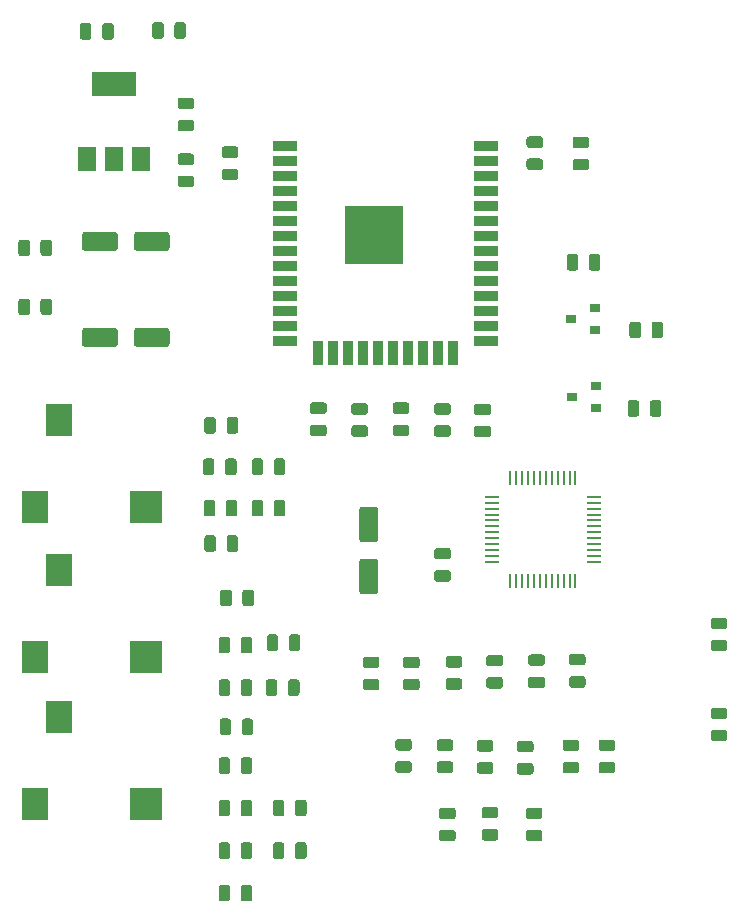
<source format=gbr>
G04 #@! TF.GenerationSoftware,KiCad,Pcbnew,(5.1.5)-3*
G04 #@! TF.CreationDate,2020-06-18T17:13:16-03:00*
G04 #@! TF.ProjectId,Energy_Meter,456e6572-6779-45f4-9d65-7465722e6b69,rev?*
G04 #@! TF.SameCoordinates,Original*
G04 #@! TF.FileFunction,Paste,Top*
G04 #@! TF.FilePolarity,Positive*
%FSLAX46Y46*%
G04 Gerber Fmt 4.6, Leading zero omitted, Abs format (unit mm)*
G04 Created by KiCad (PCBNEW (5.1.5)-3) date 2020-06-18 17:13:16*
%MOMM*%
%LPD*%
G04 APERTURE LIST*
%ADD10R,3.800000X2.000000*%
%ADD11R,1.500000X2.000000*%
%ADD12R,5.000000X5.000000*%
%ADD13R,2.000000X0.900000*%
%ADD14R,0.900000X2.000000*%
%ADD15C,0.100000*%
%ADD16R,2.200000X2.800000*%
%ADD17R,2.800000X2.800000*%
%ADD18R,1.300000X0.250000*%
%ADD19R,0.250000X1.300000*%
%ADD20R,0.900000X0.800000*%
G04 APERTURE END LIST*
D10*
X93412000Y-65946000D03*
D11*
X93412000Y-72246000D03*
X95712000Y-72246000D03*
X91112000Y-72246000D03*
D12*
X115444000Y-78681000D03*
D13*
X107944000Y-71181000D03*
X107944000Y-72451000D03*
X107944000Y-73721000D03*
X107944000Y-74991000D03*
X107944000Y-76261000D03*
X107944000Y-77531000D03*
X107944000Y-78801000D03*
X107944000Y-80071000D03*
X107944000Y-81341000D03*
X107944000Y-82611000D03*
X107944000Y-83881000D03*
X107944000Y-85151000D03*
X107944000Y-86421000D03*
X107944000Y-87691000D03*
D14*
X110729000Y-88691000D03*
X111999000Y-88691000D03*
X113269000Y-88691000D03*
X114539000Y-88691000D03*
X115809000Y-88691000D03*
X117079000Y-88691000D03*
X118349000Y-88691000D03*
X119619000Y-88691000D03*
X120889000Y-88691000D03*
X122159000Y-88691000D03*
D13*
X124944000Y-87691000D03*
X124944000Y-86421000D03*
X124944000Y-85151000D03*
X124944000Y-83881000D03*
X124944000Y-82611000D03*
X124944000Y-81341000D03*
X124944000Y-80071000D03*
X124944000Y-78801000D03*
X124944000Y-77531000D03*
X124944000Y-76261000D03*
X124944000Y-74991000D03*
X124944000Y-73721000D03*
X124944000Y-72451000D03*
X124944000Y-71181000D03*
D15*
G36*
X135630142Y-123313674D02*
G01*
X135653803Y-123317184D01*
X135677007Y-123322996D01*
X135699529Y-123331054D01*
X135721153Y-123341282D01*
X135741670Y-123353579D01*
X135760883Y-123367829D01*
X135778607Y-123383893D01*
X135794671Y-123401617D01*
X135808921Y-123420830D01*
X135821218Y-123441347D01*
X135831446Y-123462971D01*
X135839504Y-123485493D01*
X135845316Y-123508697D01*
X135848826Y-123532358D01*
X135850000Y-123556250D01*
X135850000Y-124043750D01*
X135848826Y-124067642D01*
X135845316Y-124091303D01*
X135839504Y-124114507D01*
X135831446Y-124137029D01*
X135821218Y-124158653D01*
X135808921Y-124179170D01*
X135794671Y-124198383D01*
X135778607Y-124216107D01*
X135760883Y-124232171D01*
X135741670Y-124246421D01*
X135721153Y-124258718D01*
X135699529Y-124268946D01*
X135677007Y-124277004D01*
X135653803Y-124282816D01*
X135630142Y-124286326D01*
X135606250Y-124287500D01*
X134693750Y-124287500D01*
X134669858Y-124286326D01*
X134646197Y-124282816D01*
X134622993Y-124277004D01*
X134600471Y-124268946D01*
X134578847Y-124258718D01*
X134558330Y-124246421D01*
X134539117Y-124232171D01*
X134521393Y-124216107D01*
X134505329Y-124198383D01*
X134491079Y-124179170D01*
X134478782Y-124158653D01*
X134468554Y-124137029D01*
X134460496Y-124114507D01*
X134454684Y-124091303D01*
X134451174Y-124067642D01*
X134450000Y-124043750D01*
X134450000Y-123556250D01*
X134451174Y-123532358D01*
X134454684Y-123508697D01*
X134460496Y-123485493D01*
X134468554Y-123462971D01*
X134478782Y-123441347D01*
X134491079Y-123420830D01*
X134505329Y-123401617D01*
X134521393Y-123383893D01*
X134539117Y-123367829D01*
X134558330Y-123353579D01*
X134578847Y-123341282D01*
X134600471Y-123331054D01*
X134622993Y-123322996D01*
X134646197Y-123317184D01*
X134669858Y-123313674D01*
X134693750Y-123312500D01*
X135606250Y-123312500D01*
X135630142Y-123313674D01*
G37*
G36*
X135630142Y-121438674D02*
G01*
X135653803Y-121442184D01*
X135677007Y-121447996D01*
X135699529Y-121456054D01*
X135721153Y-121466282D01*
X135741670Y-121478579D01*
X135760883Y-121492829D01*
X135778607Y-121508893D01*
X135794671Y-121526617D01*
X135808921Y-121545830D01*
X135821218Y-121566347D01*
X135831446Y-121587971D01*
X135839504Y-121610493D01*
X135845316Y-121633697D01*
X135848826Y-121657358D01*
X135850000Y-121681250D01*
X135850000Y-122168750D01*
X135848826Y-122192642D01*
X135845316Y-122216303D01*
X135839504Y-122239507D01*
X135831446Y-122262029D01*
X135821218Y-122283653D01*
X135808921Y-122304170D01*
X135794671Y-122323383D01*
X135778607Y-122341107D01*
X135760883Y-122357171D01*
X135741670Y-122371421D01*
X135721153Y-122383718D01*
X135699529Y-122393946D01*
X135677007Y-122402004D01*
X135653803Y-122407816D01*
X135630142Y-122411326D01*
X135606250Y-122412500D01*
X134693750Y-122412500D01*
X134669858Y-122411326D01*
X134646197Y-122407816D01*
X134622993Y-122402004D01*
X134600471Y-122393946D01*
X134578847Y-122383718D01*
X134558330Y-122371421D01*
X134539117Y-122357171D01*
X134521393Y-122341107D01*
X134505329Y-122323383D01*
X134491079Y-122304170D01*
X134478782Y-122283653D01*
X134468554Y-122262029D01*
X134460496Y-122239507D01*
X134454684Y-122216303D01*
X134451174Y-122192642D01*
X134450000Y-122168750D01*
X134450000Y-121681250D01*
X134451174Y-121657358D01*
X134454684Y-121633697D01*
X134460496Y-121610493D01*
X134468554Y-121587971D01*
X134478782Y-121566347D01*
X134491079Y-121545830D01*
X134505329Y-121526617D01*
X134521393Y-121508893D01*
X134539117Y-121492829D01*
X134558330Y-121478579D01*
X134578847Y-121466282D01*
X134600471Y-121456054D01*
X134622993Y-121447996D01*
X134646197Y-121442184D01*
X134669858Y-121438674D01*
X134693750Y-121437500D01*
X135606250Y-121437500D01*
X135630142Y-121438674D01*
G37*
G36*
X129530142Y-72238674D02*
G01*
X129553803Y-72242184D01*
X129577007Y-72247996D01*
X129599529Y-72256054D01*
X129621153Y-72266282D01*
X129641670Y-72278579D01*
X129660883Y-72292829D01*
X129678607Y-72308893D01*
X129694671Y-72326617D01*
X129708921Y-72345830D01*
X129721218Y-72366347D01*
X129731446Y-72387971D01*
X129739504Y-72410493D01*
X129745316Y-72433697D01*
X129748826Y-72457358D01*
X129750000Y-72481250D01*
X129750000Y-72968750D01*
X129748826Y-72992642D01*
X129745316Y-73016303D01*
X129739504Y-73039507D01*
X129731446Y-73062029D01*
X129721218Y-73083653D01*
X129708921Y-73104170D01*
X129694671Y-73123383D01*
X129678607Y-73141107D01*
X129660883Y-73157171D01*
X129641670Y-73171421D01*
X129621153Y-73183718D01*
X129599529Y-73193946D01*
X129577007Y-73202004D01*
X129553803Y-73207816D01*
X129530142Y-73211326D01*
X129506250Y-73212500D01*
X128593750Y-73212500D01*
X128569858Y-73211326D01*
X128546197Y-73207816D01*
X128522993Y-73202004D01*
X128500471Y-73193946D01*
X128478847Y-73183718D01*
X128458330Y-73171421D01*
X128439117Y-73157171D01*
X128421393Y-73141107D01*
X128405329Y-73123383D01*
X128391079Y-73104170D01*
X128378782Y-73083653D01*
X128368554Y-73062029D01*
X128360496Y-73039507D01*
X128354684Y-73016303D01*
X128351174Y-72992642D01*
X128350000Y-72968750D01*
X128350000Y-72481250D01*
X128351174Y-72457358D01*
X128354684Y-72433697D01*
X128360496Y-72410493D01*
X128368554Y-72387971D01*
X128378782Y-72366347D01*
X128391079Y-72345830D01*
X128405329Y-72326617D01*
X128421393Y-72308893D01*
X128439117Y-72292829D01*
X128458330Y-72278579D01*
X128478847Y-72266282D01*
X128500471Y-72256054D01*
X128522993Y-72247996D01*
X128546197Y-72242184D01*
X128569858Y-72238674D01*
X128593750Y-72237500D01*
X129506250Y-72237500D01*
X129530142Y-72238674D01*
G37*
G36*
X129530142Y-70363674D02*
G01*
X129553803Y-70367184D01*
X129577007Y-70372996D01*
X129599529Y-70381054D01*
X129621153Y-70391282D01*
X129641670Y-70403579D01*
X129660883Y-70417829D01*
X129678607Y-70433893D01*
X129694671Y-70451617D01*
X129708921Y-70470830D01*
X129721218Y-70491347D01*
X129731446Y-70512971D01*
X129739504Y-70535493D01*
X129745316Y-70558697D01*
X129748826Y-70582358D01*
X129750000Y-70606250D01*
X129750000Y-71093750D01*
X129748826Y-71117642D01*
X129745316Y-71141303D01*
X129739504Y-71164507D01*
X129731446Y-71187029D01*
X129721218Y-71208653D01*
X129708921Y-71229170D01*
X129694671Y-71248383D01*
X129678607Y-71266107D01*
X129660883Y-71282171D01*
X129641670Y-71296421D01*
X129621153Y-71308718D01*
X129599529Y-71318946D01*
X129577007Y-71327004D01*
X129553803Y-71332816D01*
X129530142Y-71336326D01*
X129506250Y-71337500D01*
X128593750Y-71337500D01*
X128569858Y-71336326D01*
X128546197Y-71332816D01*
X128522993Y-71327004D01*
X128500471Y-71318946D01*
X128478847Y-71308718D01*
X128458330Y-71296421D01*
X128439117Y-71282171D01*
X128421393Y-71266107D01*
X128405329Y-71248383D01*
X128391079Y-71229170D01*
X128378782Y-71208653D01*
X128368554Y-71187029D01*
X128360496Y-71164507D01*
X128354684Y-71141303D01*
X128351174Y-71117642D01*
X128350000Y-71093750D01*
X128350000Y-70606250D01*
X128351174Y-70582358D01*
X128354684Y-70558697D01*
X128360496Y-70535493D01*
X128368554Y-70512971D01*
X128378782Y-70491347D01*
X128391079Y-70470830D01*
X128405329Y-70451617D01*
X128421393Y-70433893D01*
X128439117Y-70417829D01*
X128458330Y-70403579D01*
X128478847Y-70391282D01*
X128500471Y-70381054D01*
X128522993Y-70372996D01*
X128546197Y-70367184D01*
X128569858Y-70363674D01*
X128593750Y-70362500D01*
X129506250Y-70362500D01*
X129530142Y-70363674D01*
G37*
G36*
X115576504Y-106119204D02*
G01*
X115600773Y-106122804D01*
X115624571Y-106128765D01*
X115647671Y-106137030D01*
X115669849Y-106147520D01*
X115690893Y-106160133D01*
X115710598Y-106174747D01*
X115728777Y-106191223D01*
X115745253Y-106209402D01*
X115759867Y-106229107D01*
X115772480Y-106250151D01*
X115782970Y-106272329D01*
X115791235Y-106295429D01*
X115797196Y-106319227D01*
X115800796Y-106343496D01*
X115802000Y-106368000D01*
X115802000Y-108868000D01*
X115800796Y-108892504D01*
X115797196Y-108916773D01*
X115791235Y-108940571D01*
X115782970Y-108963671D01*
X115772480Y-108985849D01*
X115759867Y-109006893D01*
X115745253Y-109026598D01*
X115728777Y-109044777D01*
X115710598Y-109061253D01*
X115690893Y-109075867D01*
X115669849Y-109088480D01*
X115647671Y-109098970D01*
X115624571Y-109107235D01*
X115600773Y-109113196D01*
X115576504Y-109116796D01*
X115552000Y-109118000D01*
X114452000Y-109118000D01*
X114427496Y-109116796D01*
X114403227Y-109113196D01*
X114379429Y-109107235D01*
X114356329Y-109098970D01*
X114334151Y-109088480D01*
X114313107Y-109075867D01*
X114293402Y-109061253D01*
X114275223Y-109044777D01*
X114258747Y-109026598D01*
X114244133Y-109006893D01*
X114231520Y-108985849D01*
X114221030Y-108963671D01*
X114212765Y-108940571D01*
X114206804Y-108916773D01*
X114203204Y-108892504D01*
X114202000Y-108868000D01*
X114202000Y-106368000D01*
X114203204Y-106343496D01*
X114206804Y-106319227D01*
X114212765Y-106295429D01*
X114221030Y-106272329D01*
X114231520Y-106250151D01*
X114244133Y-106229107D01*
X114258747Y-106209402D01*
X114275223Y-106191223D01*
X114293402Y-106174747D01*
X114313107Y-106160133D01*
X114334151Y-106147520D01*
X114356329Y-106137030D01*
X114379429Y-106128765D01*
X114403227Y-106122804D01*
X114427496Y-106119204D01*
X114452000Y-106118000D01*
X115552000Y-106118000D01*
X115576504Y-106119204D01*
G37*
G36*
X115576504Y-101719204D02*
G01*
X115600773Y-101722804D01*
X115624571Y-101728765D01*
X115647671Y-101737030D01*
X115669849Y-101747520D01*
X115690893Y-101760133D01*
X115710598Y-101774747D01*
X115728777Y-101791223D01*
X115745253Y-101809402D01*
X115759867Y-101829107D01*
X115772480Y-101850151D01*
X115782970Y-101872329D01*
X115791235Y-101895429D01*
X115797196Y-101919227D01*
X115800796Y-101943496D01*
X115802000Y-101968000D01*
X115802000Y-104468000D01*
X115800796Y-104492504D01*
X115797196Y-104516773D01*
X115791235Y-104540571D01*
X115782970Y-104563671D01*
X115772480Y-104585849D01*
X115759867Y-104606893D01*
X115745253Y-104626598D01*
X115728777Y-104644777D01*
X115710598Y-104661253D01*
X115690893Y-104675867D01*
X115669849Y-104688480D01*
X115647671Y-104698970D01*
X115624571Y-104707235D01*
X115600773Y-104713196D01*
X115576504Y-104716796D01*
X115552000Y-104718000D01*
X114452000Y-104718000D01*
X114427496Y-104716796D01*
X114403227Y-104713196D01*
X114379429Y-104707235D01*
X114356329Y-104698970D01*
X114334151Y-104688480D01*
X114313107Y-104675867D01*
X114293402Y-104661253D01*
X114275223Y-104644777D01*
X114258747Y-104626598D01*
X114244133Y-104606893D01*
X114231520Y-104585849D01*
X114221030Y-104563671D01*
X114212765Y-104540571D01*
X114206804Y-104516773D01*
X114203204Y-104492504D01*
X114202000Y-104468000D01*
X114202000Y-101968000D01*
X114203204Y-101943496D01*
X114206804Y-101919227D01*
X114212765Y-101895429D01*
X114221030Y-101872329D01*
X114231520Y-101850151D01*
X114244133Y-101829107D01*
X114258747Y-101809402D01*
X114275223Y-101791223D01*
X114293402Y-101774747D01*
X114313107Y-101760133D01*
X114334151Y-101747520D01*
X114356329Y-101737030D01*
X114379429Y-101728765D01*
X114403227Y-101722804D01*
X114427496Y-101719204D01*
X114452000Y-101718000D01*
X115552000Y-101718000D01*
X115576504Y-101719204D01*
G37*
G36*
X121724142Y-107087174D02*
G01*
X121747803Y-107090684D01*
X121771007Y-107096496D01*
X121793529Y-107104554D01*
X121815153Y-107114782D01*
X121835670Y-107127079D01*
X121854883Y-107141329D01*
X121872607Y-107157393D01*
X121888671Y-107175117D01*
X121902921Y-107194330D01*
X121915218Y-107214847D01*
X121925446Y-107236471D01*
X121933504Y-107258993D01*
X121939316Y-107282197D01*
X121942826Y-107305858D01*
X121944000Y-107329750D01*
X121944000Y-107817250D01*
X121942826Y-107841142D01*
X121939316Y-107864803D01*
X121933504Y-107888007D01*
X121925446Y-107910529D01*
X121915218Y-107932153D01*
X121902921Y-107952670D01*
X121888671Y-107971883D01*
X121872607Y-107989607D01*
X121854883Y-108005671D01*
X121835670Y-108019921D01*
X121815153Y-108032218D01*
X121793529Y-108042446D01*
X121771007Y-108050504D01*
X121747803Y-108056316D01*
X121724142Y-108059826D01*
X121700250Y-108061000D01*
X120787750Y-108061000D01*
X120763858Y-108059826D01*
X120740197Y-108056316D01*
X120716993Y-108050504D01*
X120694471Y-108042446D01*
X120672847Y-108032218D01*
X120652330Y-108019921D01*
X120633117Y-108005671D01*
X120615393Y-107989607D01*
X120599329Y-107971883D01*
X120585079Y-107952670D01*
X120572782Y-107932153D01*
X120562554Y-107910529D01*
X120554496Y-107888007D01*
X120548684Y-107864803D01*
X120545174Y-107841142D01*
X120544000Y-107817250D01*
X120544000Y-107329750D01*
X120545174Y-107305858D01*
X120548684Y-107282197D01*
X120554496Y-107258993D01*
X120562554Y-107236471D01*
X120572782Y-107214847D01*
X120585079Y-107194330D01*
X120599329Y-107175117D01*
X120615393Y-107157393D01*
X120633117Y-107141329D01*
X120652330Y-107127079D01*
X120672847Y-107114782D01*
X120694471Y-107104554D01*
X120716993Y-107096496D01*
X120740197Y-107090684D01*
X120763858Y-107087174D01*
X120787750Y-107086000D01*
X121700250Y-107086000D01*
X121724142Y-107087174D01*
G37*
G36*
X121724142Y-105212174D02*
G01*
X121747803Y-105215684D01*
X121771007Y-105221496D01*
X121793529Y-105229554D01*
X121815153Y-105239782D01*
X121835670Y-105252079D01*
X121854883Y-105266329D01*
X121872607Y-105282393D01*
X121888671Y-105300117D01*
X121902921Y-105319330D01*
X121915218Y-105339847D01*
X121925446Y-105361471D01*
X121933504Y-105383993D01*
X121939316Y-105407197D01*
X121942826Y-105430858D01*
X121944000Y-105454750D01*
X121944000Y-105942250D01*
X121942826Y-105966142D01*
X121939316Y-105989803D01*
X121933504Y-106013007D01*
X121925446Y-106035529D01*
X121915218Y-106057153D01*
X121902921Y-106077670D01*
X121888671Y-106096883D01*
X121872607Y-106114607D01*
X121854883Y-106130671D01*
X121835670Y-106144921D01*
X121815153Y-106157218D01*
X121793529Y-106167446D01*
X121771007Y-106175504D01*
X121747803Y-106181316D01*
X121724142Y-106184826D01*
X121700250Y-106186000D01*
X120787750Y-106186000D01*
X120763858Y-106184826D01*
X120740197Y-106181316D01*
X120716993Y-106175504D01*
X120694471Y-106167446D01*
X120672847Y-106157218D01*
X120652330Y-106144921D01*
X120633117Y-106130671D01*
X120615393Y-106114607D01*
X120599329Y-106096883D01*
X120585079Y-106077670D01*
X120572782Y-106057153D01*
X120562554Y-106035529D01*
X120554496Y-106013007D01*
X120548684Y-105989803D01*
X120545174Y-105966142D01*
X120544000Y-105942250D01*
X120544000Y-105454750D01*
X120545174Y-105430858D01*
X120548684Y-105407197D01*
X120554496Y-105383993D01*
X120562554Y-105361471D01*
X120572782Y-105339847D01*
X120585079Y-105319330D01*
X120599329Y-105300117D01*
X120615393Y-105282393D01*
X120633117Y-105266329D01*
X120652330Y-105252079D01*
X120672847Y-105239782D01*
X120694471Y-105229554D01*
X120716993Y-105221496D01*
X120740197Y-105215684D01*
X120763858Y-105212174D01*
X120787750Y-105211000D01*
X121700250Y-105211000D01*
X121724142Y-105212174D01*
G37*
G36*
X133430142Y-70388674D02*
G01*
X133453803Y-70392184D01*
X133477007Y-70397996D01*
X133499529Y-70406054D01*
X133521153Y-70416282D01*
X133541670Y-70428579D01*
X133560883Y-70442829D01*
X133578607Y-70458893D01*
X133594671Y-70476617D01*
X133608921Y-70495830D01*
X133621218Y-70516347D01*
X133631446Y-70537971D01*
X133639504Y-70560493D01*
X133645316Y-70583697D01*
X133648826Y-70607358D01*
X133650000Y-70631250D01*
X133650000Y-71118750D01*
X133648826Y-71142642D01*
X133645316Y-71166303D01*
X133639504Y-71189507D01*
X133631446Y-71212029D01*
X133621218Y-71233653D01*
X133608921Y-71254170D01*
X133594671Y-71273383D01*
X133578607Y-71291107D01*
X133560883Y-71307171D01*
X133541670Y-71321421D01*
X133521153Y-71333718D01*
X133499529Y-71343946D01*
X133477007Y-71352004D01*
X133453803Y-71357816D01*
X133430142Y-71361326D01*
X133406250Y-71362500D01*
X132493750Y-71362500D01*
X132469858Y-71361326D01*
X132446197Y-71357816D01*
X132422993Y-71352004D01*
X132400471Y-71343946D01*
X132378847Y-71333718D01*
X132358330Y-71321421D01*
X132339117Y-71307171D01*
X132321393Y-71291107D01*
X132305329Y-71273383D01*
X132291079Y-71254170D01*
X132278782Y-71233653D01*
X132268554Y-71212029D01*
X132260496Y-71189507D01*
X132254684Y-71166303D01*
X132251174Y-71142642D01*
X132250000Y-71118750D01*
X132250000Y-70631250D01*
X132251174Y-70607358D01*
X132254684Y-70583697D01*
X132260496Y-70560493D01*
X132268554Y-70537971D01*
X132278782Y-70516347D01*
X132291079Y-70495830D01*
X132305329Y-70476617D01*
X132321393Y-70458893D01*
X132339117Y-70442829D01*
X132358330Y-70428579D01*
X132378847Y-70416282D01*
X132400471Y-70406054D01*
X132422993Y-70397996D01*
X132446197Y-70392184D01*
X132469858Y-70388674D01*
X132493750Y-70387500D01*
X133406250Y-70387500D01*
X133430142Y-70388674D01*
G37*
G36*
X133430142Y-72263674D02*
G01*
X133453803Y-72267184D01*
X133477007Y-72272996D01*
X133499529Y-72281054D01*
X133521153Y-72291282D01*
X133541670Y-72303579D01*
X133560883Y-72317829D01*
X133578607Y-72333893D01*
X133594671Y-72351617D01*
X133608921Y-72370830D01*
X133621218Y-72391347D01*
X133631446Y-72412971D01*
X133639504Y-72435493D01*
X133645316Y-72458697D01*
X133648826Y-72482358D01*
X133650000Y-72506250D01*
X133650000Y-72993750D01*
X133648826Y-73017642D01*
X133645316Y-73041303D01*
X133639504Y-73064507D01*
X133631446Y-73087029D01*
X133621218Y-73108653D01*
X133608921Y-73129170D01*
X133594671Y-73148383D01*
X133578607Y-73166107D01*
X133560883Y-73182171D01*
X133541670Y-73196421D01*
X133521153Y-73208718D01*
X133499529Y-73218946D01*
X133477007Y-73227004D01*
X133453803Y-73232816D01*
X133430142Y-73236326D01*
X133406250Y-73237500D01*
X132493750Y-73237500D01*
X132469858Y-73236326D01*
X132446197Y-73232816D01*
X132422993Y-73227004D01*
X132400471Y-73218946D01*
X132378847Y-73208718D01*
X132358330Y-73196421D01*
X132339117Y-73182171D01*
X132321393Y-73166107D01*
X132305329Y-73148383D01*
X132291079Y-73129170D01*
X132278782Y-73108653D01*
X132268554Y-73087029D01*
X132260496Y-73064507D01*
X132254684Y-73041303D01*
X132251174Y-73017642D01*
X132250000Y-72993750D01*
X132250000Y-72506250D01*
X132251174Y-72482358D01*
X132254684Y-72458697D01*
X132260496Y-72435493D01*
X132268554Y-72412971D01*
X132278782Y-72391347D01*
X132291079Y-72370830D01*
X132305329Y-72351617D01*
X132321393Y-72333893D01*
X132339117Y-72317829D01*
X132358330Y-72303579D01*
X132378847Y-72291282D01*
X132400471Y-72281054D01*
X132422993Y-72272996D01*
X132446197Y-72267184D01*
X132469858Y-72263674D01*
X132493750Y-72262500D01*
X133406250Y-72262500D01*
X133430142Y-72263674D01*
G37*
G36*
X97902504Y-78457204D02*
G01*
X97926773Y-78460804D01*
X97950571Y-78466765D01*
X97973671Y-78475030D01*
X97995849Y-78485520D01*
X98016893Y-78498133D01*
X98036598Y-78512747D01*
X98054777Y-78529223D01*
X98071253Y-78547402D01*
X98085867Y-78567107D01*
X98098480Y-78588151D01*
X98108970Y-78610329D01*
X98117235Y-78633429D01*
X98123196Y-78657227D01*
X98126796Y-78681496D01*
X98128000Y-78706000D01*
X98128000Y-79806000D01*
X98126796Y-79830504D01*
X98123196Y-79854773D01*
X98117235Y-79878571D01*
X98108970Y-79901671D01*
X98098480Y-79923849D01*
X98085867Y-79944893D01*
X98071253Y-79964598D01*
X98054777Y-79982777D01*
X98036598Y-79999253D01*
X98016893Y-80013867D01*
X97995849Y-80026480D01*
X97973671Y-80036970D01*
X97950571Y-80045235D01*
X97926773Y-80051196D01*
X97902504Y-80054796D01*
X97878000Y-80056000D01*
X95378000Y-80056000D01*
X95353496Y-80054796D01*
X95329227Y-80051196D01*
X95305429Y-80045235D01*
X95282329Y-80036970D01*
X95260151Y-80026480D01*
X95239107Y-80013867D01*
X95219402Y-79999253D01*
X95201223Y-79982777D01*
X95184747Y-79964598D01*
X95170133Y-79944893D01*
X95157520Y-79923849D01*
X95147030Y-79901671D01*
X95138765Y-79878571D01*
X95132804Y-79854773D01*
X95129204Y-79830504D01*
X95128000Y-79806000D01*
X95128000Y-78706000D01*
X95129204Y-78681496D01*
X95132804Y-78657227D01*
X95138765Y-78633429D01*
X95147030Y-78610329D01*
X95157520Y-78588151D01*
X95170133Y-78567107D01*
X95184747Y-78547402D01*
X95201223Y-78529223D01*
X95219402Y-78512747D01*
X95239107Y-78498133D01*
X95260151Y-78485520D01*
X95282329Y-78475030D01*
X95305429Y-78466765D01*
X95329227Y-78460804D01*
X95353496Y-78457204D01*
X95378000Y-78456000D01*
X97878000Y-78456000D01*
X97902504Y-78457204D01*
G37*
G36*
X93502504Y-78457204D02*
G01*
X93526773Y-78460804D01*
X93550571Y-78466765D01*
X93573671Y-78475030D01*
X93595849Y-78485520D01*
X93616893Y-78498133D01*
X93636598Y-78512747D01*
X93654777Y-78529223D01*
X93671253Y-78547402D01*
X93685867Y-78567107D01*
X93698480Y-78588151D01*
X93708970Y-78610329D01*
X93717235Y-78633429D01*
X93723196Y-78657227D01*
X93726796Y-78681496D01*
X93728000Y-78706000D01*
X93728000Y-79806000D01*
X93726796Y-79830504D01*
X93723196Y-79854773D01*
X93717235Y-79878571D01*
X93708970Y-79901671D01*
X93698480Y-79923849D01*
X93685867Y-79944893D01*
X93671253Y-79964598D01*
X93654777Y-79982777D01*
X93636598Y-79999253D01*
X93616893Y-80013867D01*
X93595849Y-80026480D01*
X93573671Y-80036970D01*
X93550571Y-80045235D01*
X93526773Y-80051196D01*
X93502504Y-80054796D01*
X93478000Y-80056000D01*
X90978000Y-80056000D01*
X90953496Y-80054796D01*
X90929227Y-80051196D01*
X90905429Y-80045235D01*
X90882329Y-80036970D01*
X90860151Y-80026480D01*
X90839107Y-80013867D01*
X90819402Y-79999253D01*
X90801223Y-79982777D01*
X90784747Y-79964598D01*
X90770133Y-79944893D01*
X90757520Y-79923849D01*
X90747030Y-79901671D01*
X90738765Y-79878571D01*
X90732804Y-79854773D01*
X90729204Y-79830504D01*
X90728000Y-79806000D01*
X90728000Y-78706000D01*
X90729204Y-78681496D01*
X90732804Y-78657227D01*
X90738765Y-78633429D01*
X90747030Y-78610329D01*
X90757520Y-78588151D01*
X90770133Y-78567107D01*
X90784747Y-78547402D01*
X90801223Y-78529223D01*
X90819402Y-78512747D01*
X90839107Y-78498133D01*
X90860151Y-78485520D01*
X90882329Y-78475030D01*
X90905429Y-78466765D01*
X90929227Y-78460804D01*
X90953496Y-78457204D01*
X90978000Y-78456000D01*
X93478000Y-78456000D01*
X93502504Y-78457204D01*
G37*
G36*
X93502504Y-86585204D02*
G01*
X93526773Y-86588804D01*
X93550571Y-86594765D01*
X93573671Y-86603030D01*
X93595849Y-86613520D01*
X93616893Y-86626133D01*
X93636598Y-86640747D01*
X93654777Y-86657223D01*
X93671253Y-86675402D01*
X93685867Y-86695107D01*
X93698480Y-86716151D01*
X93708970Y-86738329D01*
X93717235Y-86761429D01*
X93723196Y-86785227D01*
X93726796Y-86809496D01*
X93728000Y-86834000D01*
X93728000Y-87934000D01*
X93726796Y-87958504D01*
X93723196Y-87982773D01*
X93717235Y-88006571D01*
X93708970Y-88029671D01*
X93698480Y-88051849D01*
X93685867Y-88072893D01*
X93671253Y-88092598D01*
X93654777Y-88110777D01*
X93636598Y-88127253D01*
X93616893Y-88141867D01*
X93595849Y-88154480D01*
X93573671Y-88164970D01*
X93550571Y-88173235D01*
X93526773Y-88179196D01*
X93502504Y-88182796D01*
X93478000Y-88184000D01*
X90978000Y-88184000D01*
X90953496Y-88182796D01*
X90929227Y-88179196D01*
X90905429Y-88173235D01*
X90882329Y-88164970D01*
X90860151Y-88154480D01*
X90839107Y-88141867D01*
X90819402Y-88127253D01*
X90801223Y-88110777D01*
X90784747Y-88092598D01*
X90770133Y-88072893D01*
X90757520Y-88051849D01*
X90747030Y-88029671D01*
X90738765Y-88006571D01*
X90732804Y-87982773D01*
X90729204Y-87958504D01*
X90728000Y-87934000D01*
X90728000Y-86834000D01*
X90729204Y-86809496D01*
X90732804Y-86785227D01*
X90738765Y-86761429D01*
X90747030Y-86738329D01*
X90757520Y-86716151D01*
X90770133Y-86695107D01*
X90784747Y-86675402D01*
X90801223Y-86657223D01*
X90819402Y-86640747D01*
X90839107Y-86626133D01*
X90860151Y-86613520D01*
X90882329Y-86603030D01*
X90905429Y-86594765D01*
X90929227Y-86588804D01*
X90953496Y-86585204D01*
X90978000Y-86584000D01*
X93478000Y-86584000D01*
X93502504Y-86585204D01*
G37*
G36*
X97902504Y-86585204D02*
G01*
X97926773Y-86588804D01*
X97950571Y-86594765D01*
X97973671Y-86603030D01*
X97995849Y-86613520D01*
X98016893Y-86626133D01*
X98036598Y-86640747D01*
X98054777Y-86657223D01*
X98071253Y-86675402D01*
X98085867Y-86695107D01*
X98098480Y-86716151D01*
X98108970Y-86738329D01*
X98117235Y-86761429D01*
X98123196Y-86785227D01*
X98126796Y-86809496D01*
X98128000Y-86834000D01*
X98128000Y-87934000D01*
X98126796Y-87958504D01*
X98123196Y-87982773D01*
X98117235Y-88006571D01*
X98108970Y-88029671D01*
X98098480Y-88051849D01*
X98085867Y-88072893D01*
X98071253Y-88092598D01*
X98054777Y-88110777D01*
X98036598Y-88127253D01*
X98016893Y-88141867D01*
X97995849Y-88154480D01*
X97973671Y-88164970D01*
X97950571Y-88173235D01*
X97926773Y-88179196D01*
X97902504Y-88182796D01*
X97878000Y-88184000D01*
X95378000Y-88184000D01*
X95353496Y-88182796D01*
X95329227Y-88179196D01*
X95305429Y-88173235D01*
X95282329Y-88164970D01*
X95260151Y-88154480D01*
X95239107Y-88141867D01*
X95219402Y-88127253D01*
X95201223Y-88110777D01*
X95184747Y-88092598D01*
X95170133Y-88072893D01*
X95157520Y-88051849D01*
X95147030Y-88029671D01*
X95138765Y-88006571D01*
X95132804Y-87982773D01*
X95129204Y-87958504D01*
X95128000Y-87934000D01*
X95128000Y-86834000D01*
X95129204Y-86809496D01*
X95132804Y-86785227D01*
X95138765Y-86761429D01*
X95147030Y-86738329D01*
X95157520Y-86716151D01*
X95170133Y-86695107D01*
X95184747Y-86675402D01*
X95201223Y-86657223D01*
X95219402Y-86640747D01*
X95239107Y-86626133D01*
X95260151Y-86613520D01*
X95282329Y-86603030D01*
X95305429Y-86594765D01*
X95329227Y-86588804D01*
X95353496Y-86585204D01*
X95378000Y-86584000D01*
X97878000Y-86584000D01*
X97902504Y-86585204D01*
G37*
G36*
X87957142Y-79097174D02*
G01*
X87980803Y-79100684D01*
X88004007Y-79106496D01*
X88026529Y-79114554D01*
X88048153Y-79124782D01*
X88068670Y-79137079D01*
X88087883Y-79151329D01*
X88105607Y-79167393D01*
X88121671Y-79185117D01*
X88135921Y-79204330D01*
X88148218Y-79224847D01*
X88158446Y-79246471D01*
X88166504Y-79268993D01*
X88172316Y-79292197D01*
X88175826Y-79315858D01*
X88177000Y-79339750D01*
X88177000Y-80252250D01*
X88175826Y-80276142D01*
X88172316Y-80299803D01*
X88166504Y-80323007D01*
X88158446Y-80345529D01*
X88148218Y-80367153D01*
X88135921Y-80387670D01*
X88121671Y-80406883D01*
X88105607Y-80424607D01*
X88087883Y-80440671D01*
X88068670Y-80454921D01*
X88048153Y-80467218D01*
X88026529Y-80477446D01*
X88004007Y-80485504D01*
X87980803Y-80491316D01*
X87957142Y-80494826D01*
X87933250Y-80496000D01*
X87445750Y-80496000D01*
X87421858Y-80494826D01*
X87398197Y-80491316D01*
X87374993Y-80485504D01*
X87352471Y-80477446D01*
X87330847Y-80467218D01*
X87310330Y-80454921D01*
X87291117Y-80440671D01*
X87273393Y-80424607D01*
X87257329Y-80406883D01*
X87243079Y-80387670D01*
X87230782Y-80367153D01*
X87220554Y-80345529D01*
X87212496Y-80323007D01*
X87206684Y-80299803D01*
X87203174Y-80276142D01*
X87202000Y-80252250D01*
X87202000Y-79339750D01*
X87203174Y-79315858D01*
X87206684Y-79292197D01*
X87212496Y-79268993D01*
X87220554Y-79246471D01*
X87230782Y-79224847D01*
X87243079Y-79204330D01*
X87257329Y-79185117D01*
X87273393Y-79167393D01*
X87291117Y-79151329D01*
X87310330Y-79137079D01*
X87330847Y-79124782D01*
X87352471Y-79114554D01*
X87374993Y-79106496D01*
X87398197Y-79100684D01*
X87421858Y-79097174D01*
X87445750Y-79096000D01*
X87933250Y-79096000D01*
X87957142Y-79097174D01*
G37*
G36*
X86082142Y-79097174D02*
G01*
X86105803Y-79100684D01*
X86129007Y-79106496D01*
X86151529Y-79114554D01*
X86173153Y-79124782D01*
X86193670Y-79137079D01*
X86212883Y-79151329D01*
X86230607Y-79167393D01*
X86246671Y-79185117D01*
X86260921Y-79204330D01*
X86273218Y-79224847D01*
X86283446Y-79246471D01*
X86291504Y-79268993D01*
X86297316Y-79292197D01*
X86300826Y-79315858D01*
X86302000Y-79339750D01*
X86302000Y-80252250D01*
X86300826Y-80276142D01*
X86297316Y-80299803D01*
X86291504Y-80323007D01*
X86283446Y-80345529D01*
X86273218Y-80367153D01*
X86260921Y-80387670D01*
X86246671Y-80406883D01*
X86230607Y-80424607D01*
X86212883Y-80440671D01*
X86193670Y-80454921D01*
X86173153Y-80467218D01*
X86151529Y-80477446D01*
X86129007Y-80485504D01*
X86105803Y-80491316D01*
X86082142Y-80494826D01*
X86058250Y-80496000D01*
X85570750Y-80496000D01*
X85546858Y-80494826D01*
X85523197Y-80491316D01*
X85499993Y-80485504D01*
X85477471Y-80477446D01*
X85455847Y-80467218D01*
X85435330Y-80454921D01*
X85416117Y-80440671D01*
X85398393Y-80424607D01*
X85382329Y-80406883D01*
X85368079Y-80387670D01*
X85355782Y-80367153D01*
X85345554Y-80345529D01*
X85337496Y-80323007D01*
X85331684Y-80299803D01*
X85328174Y-80276142D01*
X85327000Y-80252250D01*
X85327000Y-79339750D01*
X85328174Y-79315858D01*
X85331684Y-79292197D01*
X85337496Y-79268993D01*
X85345554Y-79246471D01*
X85355782Y-79224847D01*
X85368079Y-79204330D01*
X85382329Y-79185117D01*
X85398393Y-79167393D01*
X85416117Y-79151329D01*
X85435330Y-79137079D01*
X85455847Y-79124782D01*
X85477471Y-79114554D01*
X85499993Y-79106496D01*
X85523197Y-79100684D01*
X85546858Y-79097174D01*
X85570750Y-79096000D01*
X86058250Y-79096000D01*
X86082142Y-79097174D01*
G37*
G36*
X86082142Y-84097174D02*
G01*
X86105803Y-84100684D01*
X86129007Y-84106496D01*
X86151529Y-84114554D01*
X86173153Y-84124782D01*
X86193670Y-84137079D01*
X86212883Y-84151329D01*
X86230607Y-84167393D01*
X86246671Y-84185117D01*
X86260921Y-84204330D01*
X86273218Y-84224847D01*
X86283446Y-84246471D01*
X86291504Y-84268993D01*
X86297316Y-84292197D01*
X86300826Y-84315858D01*
X86302000Y-84339750D01*
X86302000Y-85252250D01*
X86300826Y-85276142D01*
X86297316Y-85299803D01*
X86291504Y-85323007D01*
X86283446Y-85345529D01*
X86273218Y-85367153D01*
X86260921Y-85387670D01*
X86246671Y-85406883D01*
X86230607Y-85424607D01*
X86212883Y-85440671D01*
X86193670Y-85454921D01*
X86173153Y-85467218D01*
X86151529Y-85477446D01*
X86129007Y-85485504D01*
X86105803Y-85491316D01*
X86082142Y-85494826D01*
X86058250Y-85496000D01*
X85570750Y-85496000D01*
X85546858Y-85494826D01*
X85523197Y-85491316D01*
X85499993Y-85485504D01*
X85477471Y-85477446D01*
X85455847Y-85467218D01*
X85435330Y-85454921D01*
X85416117Y-85440671D01*
X85398393Y-85424607D01*
X85382329Y-85406883D01*
X85368079Y-85387670D01*
X85355782Y-85367153D01*
X85345554Y-85345529D01*
X85337496Y-85323007D01*
X85331684Y-85299803D01*
X85328174Y-85276142D01*
X85327000Y-85252250D01*
X85327000Y-84339750D01*
X85328174Y-84315858D01*
X85331684Y-84292197D01*
X85337496Y-84268993D01*
X85345554Y-84246471D01*
X85355782Y-84224847D01*
X85368079Y-84204330D01*
X85382329Y-84185117D01*
X85398393Y-84167393D01*
X85416117Y-84151329D01*
X85435330Y-84137079D01*
X85455847Y-84124782D01*
X85477471Y-84114554D01*
X85499993Y-84106496D01*
X85523197Y-84100684D01*
X85546858Y-84097174D01*
X85570750Y-84096000D01*
X86058250Y-84096000D01*
X86082142Y-84097174D01*
G37*
G36*
X87957142Y-84097174D02*
G01*
X87980803Y-84100684D01*
X88004007Y-84106496D01*
X88026529Y-84114554D01*
X88048153Y-84124782D01*
X88068670Y-84137079D01*
X88087883Y-84151329D01*
X88105607Y-84167393D01*
X88121671Y-84185117D01*
X88135921Y-84204330D01*
X88148218Y-84224847D01*
X88158446Y-84246471D01*
X88166504Y-84268993D01*
X88172316Y-84292197D01*
X88175826Y-84315858D01*
X88177000Y-84339750D01*
X88177000Y-85252250D01*
X88175826Y-85276142D01*
X88172316Y-85299803D01*
X88166504Y-85323007D01*
X88158446Y-85345529D01*
X88148218Y-85367153D01*
X88135921Y-85387670D01*
X88121671Y-85406883D01*
X88105607Y-85424607D01*
X88087883Y-85440671D01*
X88068670Y-85454921D01*
X88048153Y-85467218D01*
X88026529Y-85477446D01*
X88004007Y-85485504D01*
X87980803Y-85491316D01*
X87957142Y-85494826D01*
X87933250Y-85496000D01*
X87445750Y-85496000D01*
X87421858Y-85494826D01*
X87398197Y-85491316D01*
X87374993Y-85485504D01*
X87352471Y-85477446D01*
X87330847Y-85467218D01*
X87310330Y-85454921D01*
X87291117Y-85440671D01*
X87273393Y-85424607D01*
X87257329Y-85406883D01*
X87243079Y-85387670D01*
X87230782Y-85367153D01*
X87220554Y-85345529D01*
X87212496Y-85323007D01*
X87206684Y-85299803D01*
X87203174Y-85276142D01*
X87202000Y-85252250D01*
X87202000Y-84339750D01*
X87203174Y-84315858D01*
X87206684Y-84292197D01*
X87212496Y-84268993D01*
X87220554Y-84246471D01*
X87230782Y-84224847D01*
X87243079Y-84204330D01*
X87257329Y-84185117D01*
X87273393Y-84167393D01*
X87291117Y-84151329D01*
X87310330Y-84137079D01*
X87330847Y-84124782D01*
X87352471Y-84114554D01*
X87374993Y-84106496D01*
X87398197Y-84100684D01*
X87421858Y-84097174D01*
X87445750Y-84096000D01*
X87933250Y-84096000D01*
X87957142Y-84097174D01*
G37*
G36*
X103711642Y-94137174D02*
G01*
X103735303Y-94140684D01*
X103758507Y-94146496D01*
X103781029Y-94154554D01*
X103802653Y-94164782D01*
X103823170Y-94177079D01*
X103842383Y-94191329D01*
X103860107Y-94207393D01*
X103876171Y-94225117D01*
X103890421Y-94244330D01*
X103902718Y-94264847D01*
X103912946Y-94286471D01*
X103921004Y-94308993D01*
X103926816Y-94332197D01*
X103930326Y-94355858D01*
X103931500Y-94379750D01*
X103931500Y-95292250D01*
X103930326Y-95316142D01*
X103926816Y-95339803D01*
X103921004Y-95363007D01*
X103912946Y-95385529D01*
X103902718Y-95407153D01*
X103890421Y-95427670D01*
X103876171Y-95446883D01*
X103860107Y-95464607D01*
X103842383Y-95480671D01*
X103823170Y-95494921D01*
X103802653Y-95507218D01*
X103781029Y-95517446D01*
X103758507Y-95525504D01*
X103735303Y-95531316D01*
X103711642Y-95534826D01*
X103687750Y-95536000D01*
X103200250Y-95536000D01*
X103176358Y-95534826D01*
X103152697Y-95531316D01*
X103129493Y-95525504D01*
X103106971Y-95517446D01*
X103085347Y-95507218D01*
X103064830Y-95494921D01*
X103045617Y-95480671D01*
X103027893Y-95464607D01*
X103011829Y-95446883D01*
X102997579Y-95427670D01*
X102985282Y-95407153D01*
X102975054Y-95385529D01*
X102966996Y-95363007D01*
X102961184Y-95339803D01*
X102957674Y-95316142D01*
X102956500Y-95292250D01*
X102956500Y-94379750D01*
X102957674Y-94355858D01*
X102961184Y-94332197D01*
X102966996Y-94308993D01*
X102975054Y-94286471D01*
X102985282Y-94264847D01*
X102997579Y-94244330D01*
X103011829Y-94225117D01*
X103027893Y-94207393D01*
X103045617Y-94191329D01*
X103064830Y-94177079D01*
X103085347Y-94164782D01*
X103106971Y-94154554D01*
X103129493Y-94146496D01*
X103152697Y-94140684D01*
X103176358Y-94137174D01*
X103200250Y-94136000D01*
X103687750Y-94136000D01*
X103711642Y-94137174D01*
G37*
G36*
X101836642Y-94137174D02*
G01*
X101860303Y-94140684D01*
X101883507Y-94146496D01*
X101906029Y-94154554D01*
X101927653Y-94164782D01*
X101948170Y-94177079D01*
X101967383Y-94191329D01*
X101985107Y-94207393D01*
X102001171Y-94225117D01*
X102015421Y-94244330D01*
X102027718Y-94264847D01*
X102037946Y-94286471D01*
X102046004Y-94308993D01*
X102051816Y-94332197D01*
X102055326Y-94355858D01*
X102056500Y-94379750D01*
X102056500Y-95292250D01*
X102055326Y-95316142D01*
X102051816Y-95339803D01*
X102046004Y-95363007D01*
X102037946Y-95385529D01*
X102027718Y-95407153D01*
X102015421Y-95427670D01*
X102001171Y-95446883D01*
X101985107Y-95464607D01*
X101967383Y-95480671D01*
X101948170Y-95494921D01*
X101927653Y-95507218D01*
X101906029Y-95517446D01*
X101883507Y-95525504D01*
X101860303Y-95531316D01*
X101836642Y-95534826D01*
X101812750Y-95536000D01*
X101325250Y-95536000D01*
X101301358Y-95534826D01*
X101277697Y-95531316D01*
X101254493Y-95525504D01*
X101231971Y-95517446D01*
X101210347Y-95507218D01*
X101189830Y-95494921D01*
X101170617Y-95480671D01*
X101152893Y-95464607D01*
X101136829Y-95446883D01*
X101122579Y-95427670D01*
X101110282Y-95407153D01*
X101100054Y-95385529D01*
X101091996Y-95363007D01*
X101086184Y-95339803D01*
X101082674Y-95316142D01*
X101081500Y-95292250D01*
X101081500Y-94379750D01*
X101082674Y-94355858D01*
X101086184Y-94332197D01*
X101091996Y-94308993D01*
X101100054Y-94286471D01*
X101110282Y-94264847D01*
X101122579Y-94244330D01*
X101136829Y-94225117D01*
X101152893Y-94207393D01*
X101170617Y-94191329D01*
X101189830Y-94177079D01*
X101210347Y-94164782D01*
X101231971Y-94154554D01*
X101254493Y-94146496D01*
X101277697Y-94140684D01*
X101301358Y-94137174D01*
X101325250Y-94136000D01*
X101812750Y-94136000D01*
X101836642Y-94137174D01*
G37*
G36*
X103711642Y-104137174D02*
G01*
X103735303Y-104140684D01*
X103758507Y-104146496D01*
X103781029Y-104154554D01*
X103802653Y-104164782D01*
X103823170Y-104177079D01*
X103842383Y-104191329D01*
X103860107Y-104207393D01*
X103876171Y-104225117D01*
X103890421Y-104244330D01*
X103902718Y-104264847D01*
X103912946Y-104286471D01*
X103921004Y-104308993D01*
X103926816Y-104332197D01*
X103930326Y-104355858D01*
X103931500Y-104379750D01*
X103931500Y-105292250D01*
X103930326Y-105316142D01*
X103926816Y-105339803D01*
X103921004Y-105363007D01*
X103912946Y-105385529D01*
X103902718Y-105407153D01*
X103890421Y-105427670D01*
X103876171Y-105446883D01*
X103860107Y-105464607D01*
X103842383Y-105480671D01*
X103823170Y-105494921D01*
X103802653Y-105507218D01*
X103781029Y-105517446D01*
X103758507Y-105525504D01*
X103735303Y-105531316D01*
X103711642Y-105534826D01*
X103687750Y-105536000D01*
X103200250Y-105536000D01*
X103176358Y-105534826D01*
X103152697Y-105531316D01*
X103129493Y-105525504D01*
X103106971Y-105517446D01*
X103085347Y-105507218D01*
X103064830Y-105494921D01*
X103045617Y-105480671D01*
X103027893Y-105464607D01*
X103011829Y-105446883D01*
X102997579Y-105427670D01*
X102985282Y-105407153D01*
X102975054Y-105385529D01*
X102966996Y-105363007D01*
X102961184Y-105339803D01*
X102957674Y-105316142D01*
X102956500Y-105292250D01*
X102956500Y-104379750D01*
X102957674Y-104355858D01*
X102961184Y-104332197D01*
X102966996Y-104308993D01*
X102975054Y-104286471D01*
X102985282Y-104264847D01*
X102997579Y-104244330D01*
X103011829Y-104225117D01*
X103027893Y-104207393D01*
X103045617Y-104191329D01*
X103064830Y-104177079D01*
X103085347Y-104164782D01*
X103106971Y-104154554D01*
X103129493Y-104146496D01*
X103152697Y-104140684D01*
X103176358Y-104137174D01*
X103200250Y-104136000D01*
X103687750Y-104136000D01*
X103711642Y-104137174D01*
G37*
G36*
X101836642Y-104137174D02*
G01*
X101860303Y-104140684D01*
X101883507Y-104146496D01*
X101906029Y-104154554D01*
X101927653Y-104164782D01*
X101948170Y-104177079D01*
X101967383Y-104191329D01*
X101985107Y-104207393D01*
X102001171Y-104225117D01*
X102015421Y-104244330D01*
X102027718Y-104264847D01*
X102037946Y-104286471D01*
X102046004Y-104308993D01*
X102051816Y-104332197D01*
X102055326Y-104355858D01*
X102056500Y-104379750D01*
X102056500Y-105292250D01*
X102055326Y-105316142D01*
X102051816Y-105339803D01*
X102046004Y-105363007D01*
X102037946Y-105385529D01*
X102027718Y-105407153D01*
X102015421Y-105427670D01*
X102001171Y-105446883D01*
X101985107Y-105464607D01*
X101967383Y-105480671D01*
X101948170Y-105494921D01*
X101927653Y-105507218D01*
X101906029Y-105517446D01*
X101883507Y-105525504D01*
X101860303Y-105531316D01*
X101836642Y-105534826D01*
X101812750Y-105536000D01*
X101325250Y-105536000D01*
X101301358Y-105534826D01*
X101277697Y-105531316D01*
X101254493Y-105525504D01*
X101231971Y-105517446D01*
X101210347Y-105507218D01*
X101189830Y-105494921D01*
X101170617Y-105480671D01*
X101152893Y-105464607D01*
X101136829Y-105446883D01*
X101122579Y-105427670D01*
X101110282Y-105407153D01*
X101100054Y-105385529D01*
X101091996Y-105363007D01*
X101086184Y-105339803D01*
X101082674Y-105316142D01*
X101081500Y-105292250D01*
X101081500Y-104379750D01*
X101082674Y-104355858D01*
X101086184Y-104332197D01*
X101091996Y-104308993D01*
X101100054Y-104286471D01*
X101110282Y-104264847D01*
X101122579Y-104244330D01*
X101136829Y-104225117D01*
X101152893Y-104207393D01*
X101170617Y-104191329D01*
X101189830Y-104177079D01*
X101210347Y-104164782D01*
X101231971Y-104154554D01*
X101254493Y-104146496D01*
X101277697Y-104140684D01*
X101301358Y-104137174D01*
X101325250Y-104136000D01*
X101812750Y-104136000D01*
X101836642Y-104137174D01*
G37*
G36*
X128724142Y-121549674D02*
G01*
X128747803Y-121553184D01*
X128771007Y-121558996D01*
X128793529Y-121567054D01*
X128815153Y-121577282D01*
X128835670Y-121589579D01*
X128854883Y-121603829D01*
X128872607Y-121619893D01*
X128888671Y-121637617D01*
X128902921Y-121656830D01*
X128915218Y-121677347D01*
X128925446Y-121698971D01*
X128933504Y-121721493D01*
X128939316Y-121744697D01*
X128942826Y-121768358D01*
X128944000Y-121792250D01*
X128944000Y-122279750D01*
X128942826Y-122303642D01*
X128939316Y-122327303D01*
X128933504Y-122350507D01*
X128925446Y-122373029D01*
X128915218Y-122394653D01*
X128902921Y-122415170D01*
X128888671Y-122434383D01*
X128872607Y-122452107D01*
X128854883Y-122468171D01*
X128835670Y-122482421D01*
X128815153Y-122494718D01*
X128793529Y-122504946D01*
X128771007Y-122513004D01*
X128747803Y-122518816D01*
X128724142Y-122522326D01*
X128700250Y-122523500D01*
X127787750Y-122523500D01*
X127763858Y-122522326D01*
X127740197Y-122518816D01*
X127716993Y-122513004D01*
X127694471Y-122504946D01*
X127672847Y-122494718D01*
X127652330Y-122482421D01*
X127633117Y-122468171D01*
X127615393Y-122452107D01*
X127599329Y-122434383D01*
X127585079Y-122415170D01*
X127572782Y-122394653D01*
X127562554Y-122373029D01*
X127554496Y-122350507D01*
X127548684Y-122327303D01*
X127545174Y-122303642D01*
X127544000Y-122279750D01*
X127544000Y-121792250D01*
X127545174Y-121768358D01*
X127548684Y-121744697D01*
X127554496Y-121721493D01*
X127562554Y-121698971D01*
X127572782Y-121677347D01*
X127585079Y-121656830D01*
X127599329Y-121637617D01*
X127615393Y-121619893D01*
X127633117Y-121603829D01*
X127652330Y-121589579D01*
X127672847Y-121577282D01*
X127694471Y-121567054D01*
X127716993Y-121558996D01*
X127740197Y-121553184D01*
X127763858Y-121549674D01*
X127787750Y-121548500D01*
X128700250Y-121548500D01*
X128724142Y-121549674D01*
G37*
G36*
X128724142Y-123424674D02*
G01*
X128747803Y-123428184D01*
X128771007Y-123433996D01*
X128793529Y-123442054D01*
X128815153Y-123452282D01*
X128835670Y-123464579D01*
X128854883Y-123478829D01*
X128872607Y-123494893D01*
X128888671Y-123512617D01*
X128902921Y-123531830D01*
X128915218Y-123552347D01*
X128925446Y-123573971D01*
X128933504Y-123596493D01*
X128939316Y-123619697D01*
X128942826Y-123643358D01*
X128944000Y-123667250D01*
X128944000Y-124154750D01*
X128942826Y-124178642D01*
X128939316Y-124202303D01*
X128933504Y-124225507D01*
X128925446Y-124248029D01*
X128915218Y-124269653D01*
X128902921Y-124290170D01*
X128888671Y-124309383D01*
X128872607Y-124327107D01*
X128854883Y-124343171D01*
X128835670Y-124357421D01*
X128815153Y-124369718D01*
X128793529Y-124379946D01*
X128771007Y-124388004D01*
X128747803Y-124393816D01*
X128724142Y-124397326D01*
X128700250Y-124398500D01*
X127787750Y-124398500D01*
X127763858Y-124397326D01*
X127740197Y-124393816D01*
X127716993Y-124388004D01*
X127694471Y-124379946D01*
X127672847Y-124369718D01*
X127652330Y-124357421D01*
X127633117Y-124343171D01*
X127615393Y-124327107D01*
X127599329Y-124309383D01*
X127585079Y-124290170D01*
X127572782Y-124269653D01*
X127562554Y-124248029D01*
X127554496Y-124225507D01*
X127548684Y-124202303D01*
X127545174Y-124178642D01*
X127544000Y-124154750D01*
X127544000Y-123667250D01*
X127545174Y-123643358D01*
X127548684Y-123619697D01*
X127554496Y-123596493D01*
X127562554Y-123573971D01*
X127572782Y-123552347D01*
X127585079Y-123531830D01*
X127599329Y-123512617D01*
X127615393Y-123494893D01*
X127633117Y-123478829D01*
X127652330Y-123464579D01*
X127672847Y-123452282D01*
X127694471Y-123442054D01*
X127716993Y-123433996D01*
X127740197Y-123428184D01*
X127763858Y-123424674D01*
X127787750Y-123423500D01*
X128700250Y-123423500D01*
X128724142Y-123424674D01*
G37*
G36*
X121924142Y-123287174D02*
G01*
X121947803Y-123290684D01*
X121971007Y-123296496D01*
X121993529Y-123304554D01*
X122015153Y-123314782D01*
X122035670Y-123327079D01*
X122054883Y-123341329D01*
X122072607Y-123357393D01*
X122088671Y-123375117D01*
X122102921Y-123394330D01*
X122115218Y-123414847D01*
X122125446Y-123436471D01*
X122133504Y-123458993D01*
X122139316Y-123482197D01*
X122142826Y-123505858D01*
X122144000Y-123529750D01*
X122144000Y-124017250D01*
X122142826Y-124041142D01*
X122139316Y-124064803D01*
X122133504Y-124088007D01*
X122125446Y-124110529D01*
X122115218Y-124132153D01*
X122102921Y-124152670D01*
X122088671Y-124171883D01*
X122072607Y-124189607D01*
X122054883Y-124205671D01*
X122035670Y-124219921D01*
X122015153Y-124232218D01*
X121993529Y-124242446D01*
X121971007Y-124250504D01*
X121947803Y-124256316D01*
X121924142Y-124259826D01*
X121900250Y-124261000D01*
X120987750Y-124261000D01*
X120963858Y-124259826D01*
X120940197Y-124256316D01*
X120916993Y-124250504D01*
X120894471Y-124242446D01*
X120872847Y-124232218D01*
X120852330Y-124219921D01*
X120833117Y-124205671D01*
X120815393Y-124189607D01*
X120799329Y-124171883D01*
X120785079Y-124152670D01*
X120772782Y-124132153D01*
X120762554Y-124110529D01*
X120754496Y-124088007D01*
X120748684Y-124064803D01*
X120745174Y-124041142D01*
X120744000Y-124017250D01*
X120744000Y-123529750D01*
X120745174Y-123505858D01*
X120748684Y-123482197D01*
X120754496Y-123458993D01*
X120762554Y-123436471D01*
X120772782Y-123414847D01*
X120785079Y-123394330D01*
X120799329Y-123375117D01*
X120815393Y-123357393D01*
X120833117Y-123341329D01*
X120852330Y-123327079D01*
X120872847Y-123314782D01*
X120894471Y-123304554D01*
X120916993Y-123296496D01*
X120940197Y-123290684D01*
X120963858Y-123287174D01*
X120987750Y-123286000D01*
X121900250Y-123286000D01*
X121924142Y-123287174D01*
G37*
G36*
X121924142Y-121412174D02*
G01*
X121947803Y-121415684D01*
X121971007Y-121421496D01*
X121993529Y-121429554D01*
X122015153Y-121439782D01*
X122035670Y-121452079D01*
X122054883Y-121466329D01*
X122072607Y-121482393D01*
X122088671Y-121500117D01*
X122102921Y-121519330D01*
X122115218Y-121539847D01*
X122125446Y-121561471D01*
X122133504Y-121583993D01*
X122139316Y-121607197D01*
X122142826Y-121630858D01*
X122144000Y-121654750D01*
X122144000Y-122142250D01*
X122142826Y-122166142D01*
X122139316Y-122189803D01*
X122133504Y-122213007D01*
X122125446Y-122235529D01*
X122115218Y-122257153D01*
X122102921Y-122277670D01*
X122088671Y-122296883D01*
X122072607Y-122314607D01*
X122054883Y-122330671D01*
X122035670Y-122344921D01*
X122015153Y-122357218D01*
X121993529Y-122367446D01*
X121971007Y-122375504D01*
X121947803Y-122381316D01*
X121924142Y-122384826D01*
X121900250Y-122386000D01*
X120987750Y-122386000D01*
X120963858Y-122384826D01*
X120940197Y-122381316D01*
X120916993Y-122375504D01*
X120894471Y-122367446D01*
X120872847Y-122357218D01*
X120852330Y-122344921D01*
X120833117Y-122330671D01*
X120815393Y-122314607D01*
X120799329Y-122296883D01*
X120785079Y-122277670D01*
X120772782Y-122257153D01*
X120762554Y-122235529D01*
X120754496Y-122213007D01*
X120748684Y-122189803D01*
X120745174Y-122166142D01*
X120744000Y-122142250D01*
X120744000Y-121654750D01*
X120745174Y-121630858D01*
X120748684Y-121607197D01*
X120754496Y-121583993D01*
X120762554Y-121561471D01*
X120772782Y-121539847D01*
X120785079Y-121519330D01*
X120799329Y-121500117D01*
X120815393Y-121482393D01*
X120833117Y-121466329D01*
X120852330Y-121452079D01*
X120872847Y-121439782D01*
X120894471Y-121429554D01*
X120916993Y-121421496D01*
X120940197Y-121415684D01*
X120963858Y-121412174D01*
X120987750Y-121411000D01*
X121900250Y-121411000D01*
X121924142Y-121412174D01*
G37*
G36*
X103174142Y-108737174D02*
G01*
X103197803Y-108740684D01*
X103221007Y-108746496D01*
X103243529Y-108754554D01*
X103265153Y-108764782D01*
X103285670Y-108777079D01*
X103304883Y-108791329D01*
X103322607Y-108807393D01*
X103338671Y-108825117D01*
X103352921Y-108844330D01*
X103365218Y-108864847D01*
X103375446Y-108886471D01*
X103383504Y-108908993D01*
X103389316Y-108932197D01*
X103392826Y-108955858D01*
X103394000Y-108979750D01*
X103394000Y-109892250D01*
X103392826Y-109916142D01*
X103389316Y-109939803D01*
X103383504Y-109963007D01*
X103375446Y-109985529D01*
X103365218Y-110007153D01*
X103352921Y-110027670D01*
X103338671Y-110046883D01*
X103322607Y-110064607D01*
X103304883Y-110080671D01*
X103285670Y-110094921D01*
X103265153Y-110107218D01*
X103243529Y-110117446D01*
X103221007Y-110125504D01*
X103197803Y-110131316D01*
X103174142Y-110134826D01*
X103150250Y-110136000D01*
X102662750Y-110136000D01*
X102638858Y-110134826D01*
X102615197Y-110131316D01*
X102591993Y-110125504D01*
X102569471Y-110117446D01*
X102547847Y-110107218D01*
X102527330Y-110094921D01*
X102508117Y-110080671D01*
X102490393Y-110064607D01*
X102474329Y-110046883D01*
X102460079Y-110027670D01*
X102447782Y-110007153D01*
X102437554Y-109985529D01*
X102429496Y-109963007D01*
X102423684Y-109939803D01*
X102420174Y-109916142D01*
X102419000Y-109892250D01*
X102419000Y-108979750D01*
X102420174Y-108955858D01*
X102423684Y-108932197D01*
X102429496Y-108908993D01*
X102437554Y-108886471D01*
X102447782Y-108864847D01*
X102460079Y-108844330D01*
X102474329Y-108825117D01*
X102490393Y-108807393D01*
X102508117Y-108791329D01*
X102527330Y-108777079D01*
X102547847Y-108764782D01*
X102569471Y-108754554D01*
X102591993Y-108746496D01*
X102615197Y-108740684D01*
X102638858Y-108737174D01*
X102662750Y-108736000D01*
X103150250Y-108736000D01*
X103174142Y-108737174D01*
G37*
G36*
X105049142Y-108737174D02*
G01*
X105072803Y-108740684D01*
X105096007Y-108746496D01*
X105118529Y-108754554D01*
X105140153Y-108764782D01*
X105160670Y-108777079D01*
X105179883Y-108791329D01*
X105197607Y-108807393D01*
X105213671Y-108825117D01*
X105227921Y-108844330D01*
X105240218Y-108864847D01*
X105250446Y-108886471D01*
X105258504Y-108908993D01*
X105264316Y-108932197D01*
X105267826Y-108955858D01*
X105269000Y-108979750D01*
X105269000Y-109892250D01*
X105267826Y-109916142D01*
X105264316Y-109939803D01*
X105258504Y-109963007D01*
X105250446Y-109985529D01*
X105240218Y-110007153D01*
X105227921Y-110027670D01*
X105213671Y-110046883D01*
X105197607Y-110064607D01*
X105179883Y-110080671D01*
X105160670Y-110094921D01*
X105140153Y-110107218D01*
X105118529Y-110117446D01*
X105096007Y-110125504D01*
X105072803Y-110131316D01*
X105049142Y-110134826D01*
X105025250Y-110136000D01*
X104537750Y-110136000D01*
X104513858Y-110134826D01*
X104490197Y-110131316D01*
X104466993Y-110125504D01*
X104444471Y-110117446D01*
X104422847Y-110107218D01*
X104402330Y-110094921D01*
X104383117Y-110080671D01*
X104365393Y-110064607D01*
X104349329Y-110046883D01*
X104335079Y-110027670D01*
X104322782Y-110007153D01*
X104312554Y-109985529D01*
X104304496Y-109963007D01*
X104298684Y-109939803D01*
X104295174Y-109916142D01*
X104294000Y-109892250D01*
X104294000Y-108979750D01*
X104295174Y-108955858D01*
X104298684Y-108932197D01*
X104304496Y-108908993D01*
X104312554Y-108886471D01*
X104322782Y-108864847D01*
X104335079Y-108844330D01*
X104349329Y-108825117D01*
X104365393Y-108807393D01*
X104383117Y-108791329D01*
X104402330Y-108777079D01*
X104422847Y-108764782D01*
X104444471Y-108754554D01*
X104466993Y-108746496D01*
X104490197Y-108740684D01*
X104513858Y-108737174D01*
X104537750Y-108736000D01*
X105025250Y-108736000D01*
X105049142Y-108737174D01*
G37*
G36*
X104992642Y-119651174D02*
G01*
X105016303Y-119654684D01*
X105039507Y-119660496D01*
X105062029Y-119668554D01*
X105083653Y-119678782D01*
X105104170Y-119691079D01*
X105123383Y-119705329D01*
X105141107Y-119721393D01*
X105157171Y-119739117D01*
X105171421Y-119758330D01*
X105183718Y-119778847D01*
X105193946Y-119800471D01*
X105202004Y-119822993D01*
X105207816Y-119846197D01*
X105211326Y-119869858D01*
X105212500Y-119893750D01*
X105212500Y-120806250D01*
X105211326Y-120830142D01*
X105207816Y-120853803D01*
X105202004Y-120877007D01*
X105193946Y-120899529D01*
X105183718Y-120921153D01*
X105171421Y-120941670D01*
X105157171Y-120960883D01*
X105141107Y-120978607D01*
X105123383Y-120994671D01*
X105104170Y-121008921D01*
X105083653Y-121021218D01*
X105062029Y-121031446D01*
X105039507Y-121039504D01*
X105016303Y-121045316D01*
X104992642Y-121048826D01*
X104968750Y-121050000D01*
X104481250Y-121050000D01*
X104457358Y-121048826D01*
X104433697Y-121045316D01*
X104410493Y-121039504D01*
X104387971Y-121031446D01*
X104366347Y-121021218D01*
X104345830Y-121008921D01*
X104326617Y-120994671D01*
X104308893Y-120978607D01*
X104292829Y-120960883D01*
X104278579Y-120941670D01*
X104266282Y-120921153D01*
X104256054Y-120899529D01*
X104247996Y-120877007D01*
X104242184Y-120853803D01*
X104238674Y-120830142D01*
X104237500Y-120806250D01*
X104237500Y-119893750D01*
X104238674Y-119869858D01*
X104242184Y-119846197D01*
X104247996Y-119822993D01*
X104256054Y-119800471D01*
X104266282Y-119778847D01*
X104278579Y-119758330D01*
X104292829Y-119739117D01*
X104308893Y-119721393D01*
X104326617Y-119705329D01*
X104345830Y-119691079D01*
X104366347Y-119678782D01*
X104387971Y-119668554D01*
X104410493Y-119660496D01*
X104433697Y-119654684D01*
X104457358Y-119651174D01*
X104481250Y-119650000D01*
X104968750Y-119650000D01*
X104992642Y-119651174D01*
G37*
G36*
X103117642Y-119651174D02*
G01*
X103141303Y-119654684D01*
X103164507Y-119660496D01*
X103187029Y-119668554D01*
X103208653Y-119678782D01*
X103229170Y-119691079D01*
X103248383Y-119705329D01*
X103266107Y-119721393D01*
X103282171Y-119739117D01*
X103296421Y-119758330D01*
X103308718Y-119778847D01*
X103318946Y-119800471D01*
X103327004Y-119822993D01*
X103332816Y-119846197D01*
X103336326Y-119869858D01*
X103337500Y-119893750D01*
X103337500Y-120806250D01*
X103336326Y-120830142D01*
X103332816Y-120853803D01*
X103327004Y-120877007D01*
X103318946Y-120899529D01*
X103308718Y-120921153D01*
X103296421Y-120941670D01*
X103282171Y-120960883D01*
X103266107Y-120978607D01*
X103248383Y-120994671D01*
X103229170Y-121008921D01*
X103208653Y-121021218D01*
X103187029Y-121031446D01*
X103164507Y-121039504D01*
X103141303Y-121045316D01*
X103117642Y-121048826D01*
X103093750Y-121050000D01*
X102606250Y-121050000D01*
X102582358Y-121048826D01*
X102558697Y-121045316D01*
X102535493Y-121039504D01*
X102512971Y-121031446D01*
X102491347Y-121021218D01*
X102470830Y-121008921D01*
X102451617Y-120994671D01*
X102433893Y-120978607D01*
X102417829Y-120960883D01*
X102403579Y-120941670D01*
X102391282Y-120921153D01*
X102381054Y-120899529D01*
X102372996Y-120877007D01*
X102367184Y-120853803D01*
X102363674Y-120830142D01*
X102362500Y-120806250D01*
X102362500Y-119893750D01*
X102363674Y-119869858D01*
X102367184Y-119846197D01*
X102372996Y-119822993D01*
X102381054Y-119800471D01*
X102391282Y-119778847D01*
X102403579Y-119758330D01*
X102417829Y-119739117D01*
X102433893Y-119721393D01*
X102451617Y-119705329D01*
X102470830Y-119691079D01*
X102491347Y-119678782D01*
X102512971Y-119668554D01*
X102535493Y-119660496D01*
X102558697Y-119654684D01*
X102582358Y-119651174D01*
X102606250Y-119650000D01*
X103093750Y-119650000D01*
X103117642Y-119651174D01*
G37*
G36*
X104911642Y-122937174D02*
G01*
X104935303Y-122940684D01*
X104958507Y-122946496D01*
X104981029Y-122954554D01*
X105002653Y-122964782D01*
X105023170Y-122977079D01*
X105042383Y-122991329D01*
X105060107Y-123007393D01*
X105076171Y-123025117D01*
X105090421Y-123044330D01*
X105102718Y-123064847D01*
X105112946Y-123086471D01*
X105121004Y-123108993D01*
X105126816Y-123132197D01*
X105130326Y-123155858D01*
X105131500Y-123179750D01*
X105131500Y-124092250D01*
X105130326Y-124116142D01*
X105126816Y-124139803D01*
X105121004Y-124163007D01*
X105112946Y-124185529D01*
X105102718Y-124207153D01*
X105090421Y-124227670D01*
X105076171Y-124246883D01*
X105060107Y-124264607D01*
X105042383Y-124280671D01*
X105023170Y-124294921D01*
X105002653Y-124307218D01*
X104981029Y-124317446D01*
X104958507Y-124325504D01*
X104935303Y-124331316D01*
X104911642Y-124334826D01*
X104887750Y-124336000D01*
X104400250Y-124336000D01*
X104376358Y-124334826D01*
X104352697Y-124331316D01*
X104329493Y-124325504D01*
X104306971Y-124317446D01*
X104285347Y-124307218D01*
X104264830Y-124294921D01*
X104245617Y-124280671D01*
X104227893Y-124264607D01*
X104211829Y-124246883D01*
X104197579Y-124227670D01*
X104185282Y-124207153D01*
X104175054Y-124185529D01*
X104166996Y-124163007D01*
X104161184Y-124139803D01*
X104157674Y-124116142D01*
X104156500Y-124092250D01*
X104156500Y-123179750D01*
X104157674Y-123155858D01*
X104161184Y-123132197D01*
X104166996Y-123108993D01*
X104175054Y-123086471D01*
X104185282Y-123064847D01*
X104197579Y-123044330D01*
X104211829Y-123025117D01*
X104227893Y-123007393D01*
X104245617Y-122991329D01*
X104264830Y-122977079D01*
X104285347Y-122964782D01*
X104306971Y-122954554D01*
X104329493Y-122946496D01*
X104352697Y-122940684D01*
X104376358Y-122937174D01*
X104400250Y-122936000D01*
X104887750Y-122936000D01*
X104911642Y-122937174D01*
G37*
G36*
X103036642Y-122937174D02*
G01*
X103060303Y-122940684D01*
X103083507Y-122946496D01*
X103106029Y-122954554D01*
X103127653Y-122964782D01*
X103148170Y-122977079D01*
X103167383Y-122991329D01*
X103185107Y-123007393D01*
X103201171Y-123025117D01*
X103215421Y-123044330D01*
X103227718Y-123064847D01*
X103237946Y-123086471D01*
X103246004Y-123108993D01*
X103251816Y-123132197D01*
X103255326Y-123155858D01*
X103256500Y-123179750D01*
X103256500Y-124092250D01*
X103255326Y-124116142D01*
X103251816Y-124139803D01*
X103246004Y-124163007D01*
X103237946Y-124185529D01*
X103227718Y-124207153D01*
X103215421Y-124227670D01*
X103201171Y-124246883D01*
X103185107Y-124264607D01*
X103167383Y-124280671D01*
X103148170Y-124294921D01*
X103127653Y-124307218D01*
X103106029Y-124317446D01*
X103083507Y-124325504D01*
X103060303Y-124331316D01*
X103036642Y-124334826D01*
X103012750Y-124336000D01*
X102525250Y-124336000D01*
X102501358Y-124334826D01*
X102477697Y-124331316D01*
X102454493Y-124325504D01*
X102431971Y-124317446D01*
X102410347Y-124307218D01*
X102389830Y-124294921D01*
X102370617Y-124280671D01*
X102352893Y-124264607D01*
X102336829Y-124246883D01*
X102322579Y-124227670D01*
X102310282Y-124207153D01*
X102300054Y-124185529D01*
X102291996Y-124163007D01*
X102286184Y-124139803D01*
X102282674Y-124116142D01*
X102281500Y-124092250D01*
X102281500Y-123179750D01*
X102282674Y-123155858D01*
X102286184Y-123132197D01*
X102291996Y-123108993D01*
X102300054Y-123086471D01*
X102310282Y-123064847D01*
X102322579Y-123044330D01*
X102336829Y-123025117D01*
X102352893Y-123007393D01*
X102370617Y-122991329D01*
X102389830Y-122977079D01*
X102410347Y-122964782D01*
X102431971Y-122954554D01*
X102454493Y-122946496D01*
X102477697Y-122940684D01*
X102501358Y-122937174D01*
X102525250Y-122936000D01*
X103012750Y-122936000D01*
X103036642Y-122937174D01*
G37*
G36*
X103036642Y-133737174D02*
G01*
X103060303Y-133740684D01*
X103083507Y-133746496D01*
X103106029Y-133754554D01*
X103127653Y-133764782D01*
X103148170Y-133777079D01*
X103167383Y-133791329D01*
X103185107Y-133807393D01*
X103201171Y-133825117D01*
X103215421Y-133844330D01*
X103227718Y-133864847D01*
X103237946Y-133886471D01*
X103246004Y-133908993D01*
X103251816Y-133932197D01*
X103255326Y-133955858D01*
X103256500Y-133979750D01*
X103256500Y-134892250D01*
X103255326Y-134916142D01*
X103251816Y-134939803D01*
X103246004Y-134963007D01*
X103237946Y-134985529D01*
X103227718Y-135007153D01*
X103215421Y-135027670D01*
X103201171Y-135046883D01*
X103185107Y-135064607D01*
X103167383Y-135080671D01*
X103148170Y-135094921D01*
X103127653Y-135107218D01*
X103106029Y-135117446D01*
X103083507Y-135125504D01*
X103060303Y-135131316D01*
X103036642Y-135134826D01*
X103012750Y-135136000D01*
X102525250Y-135136000D01*
X102501358Y-135134826D01*
X102477697Y-135131316D01*
X102454493Y-135125504D01*
X102431971Y-135117446D01*
X102410347Y-135107218D01*
X102389830Y-135094921D01*
X102370617Y-135080671D01*
X102352893Y-135064607D01*
X102336829Y-135046883D01*
X102322579Y-135027670D01*
X102310282Y-135007153D01*
X102300054Y-134985529D01*
X102291996Y-134963007D01*
X102286184Y-134939803D01*
X102282674Y-134916142D01*
X102281500Y-134892250D01*
X102281500Y-133979750D01*
X102282674Y-133955858D01*
X102286184Y-133932197D01*
X102291996Y-133908993D01*
X102300054Y-133886471D01*
X102310282Y-133864847D01*
X102322579Y-133844330D01*
X102336829Y-133825117D01*
X102352893Y-133807393D01*
X102370617Y-133791329D01*
X102389830Y-133777079D01*
X102410347Y-133764782D01*
X102431971Y-133754554D01*
X102454493Y-133746496D01*
X102477697Y-133740684D01*
X102501358Y-133737174D01*
X102525250Y-133736000D01*
X103012750Y-133736000D01*
X103036642Y-133737174D01*
G37*
G36*
X104911642Y-133737174D02*
G01*
X104935303Y-133740684D01*
X104958507Y-133746496D01*
X104981029Y-133754554D01*
X105002653Y-133764782D01*
X105023170Y-133777079D01*
X105042383Y-133791329D01*
X105060107Y-133807393D01*
X105076171Y-133825117D01*
X105090421Y-133844330D01*
X105102718Y-133864847D01*
X105112946Y-133886471D01*
X105121004Y-133908993D01*
X105126816Y-133932197D01*
X105130326Y-133955858D01*
X105131500Y-133979750D01*
X105131500Y-134892250D01*
X105130326Y-134916142D01*
X105126816Y-134939803D01*
X105121004Y-134963007D01*
X105112946Y-134985529D01*
X105102718Y-135007153D01*
X105090421Y-135027670D01*
X105076171Y-135046883D01*
X105060107Y-135064607D01*
X105042383Y-135080671D01*
X105023170Y-135094921D01*
X105002653Y-135107218D01*
X104981029Y-135117446D01*
X104958507Y-135125504D01*
X104935303Y-135131316D01*
X104911642Y-135134826D01*
X104887750Y-135136000D01*
X104400250Y-135136000D01*
X104376358Y-135134826D01*
X104352697Y-135131316D01*
X104329493Y-135125504D01*
X104306971Y-135117446D01*
X104285347Y-135107218D01*
X104264830Y-135094921D01*
X104245617Y-135080671D01*
X104227893Y-135064607D01*
X104211829Y-135046883D01*
X104197579Y-135027670D01*
X104185282Y-135007153D01*
X104175054Y-134985529D01*
X104166996Y-134963007D01*
X104161184Y-134939803D01*
X104157674Y-134916142D01*
X104156500Y-134892250D01*
X104156500Y-133979750D01*
X104157674Y-133955858D01*
X104161184Y-133932197D01*
X104166996Y-133908993D01*
X104175054Y-133886471D01*
X104185282Y-133864847D01*
X104197579Y-133844330D01*
X104211829Y-133825117D01*
X104227893Y-133807393D01*
X104245617Y-133791329D01*
X104264830Y-133777079D01*
X104285347Y-133764782D01*
X104306971Y-133754554D01*
X104329493Y-133746496D01*
X104352697Y-133740684D01*
X104376358Y-133737174D01*
X104400250Y-133736000D01*
X104887750Y-133736000D01*
X104911642Y-133737174D01*
G37*
G36*
X119080142Y-114413674D02*
G01*
X119103803Y-114417184D01*
X119127007Y-114422996D01*
X119149529Y-114431054D01*
X119171153Y-114441282D01*
X119191670Y-114453579D01*
X119210883Y-114467829D01*
X119228607Y-114483893D01*
X119244671Y-114501617D01*
X119258921Y-114520830D01*
X119271218Y-114541347D01*
X119281446Y-114562971D01*
X119289504Y-114585493D01*
X119295316Y-114608697D01*
X119298826Y-114632358D01*
X119300000Y-114656250D01*
X119300000Y-115143750D01*
X119298826Y-115167642D01*
X119295316Y-115191303D01*
X119289504Y-115214507D01*
X119281446Y-115237029D01*
X119271218Y-115258653D01*
X119258921Y-115279170D01*
X119244671Y-115298383D01*
X119228607Y-115316107D01*
X119210883Y-115332171D01*
X119191670Y-115346421D01*
X119171153Y-115358718D01*
X119149529Y-115368946D01*
X119127007Y-115377004D01*
X119103803Y-115382816D01*
X119080142Y-115386326D01*
X119056250Y-115387500D01*
X118143750Y-115387500D01*
X118119858Y-115386326D01*
X118096197Y-115382816D01*
X118072993Y-115377004D01*
X118050471Y-115368946D01*
X118028847Y-115358718D01*
X118008330Y-115346421D01*
X117989117Y-115332171D01*
X117971393Y-115316107D01*
X117955329Y-115298383D01*
X117941079Y-115279170D01*
X117928782Y-115258653D01*
X117918554Y-115237029D01*
X117910496Y-115214507D01*
X117904684Y-115191303D01*
X117901174Y-115167642D01*
X117900000Y-115143750D01*
X117900000Y-114656250D01*
X117901174Y-114632358D01*
X117904684Y-114608697D01*
X117910496Y-114585493D01*
X117918554Y-114562971D01*
X117928782Y-114541347D01*
X117941079Y-114520830D01*
X117955329Y-114501617D01*
X117971393Y-114483893D01*
X117989117Y-114467829D01*
X118008330Y-114453579D01*
X118028847Y-114441282D01*
X118050471Y-114431054D01*
X118072993Y-114422996D01*
X118096197Y-114417184D01*
X118119858Y-114413674D01*
X118143750Y-114412500D01*
X119056250Y-114412500D01*
X119080142Y-114413674D01*
G37*
G36*
X119080142Y-116288674D02*
G01*
X119103803Y-116292184D01*
X119127007Y-116297996D01*
X119149529Y-116306054D01*
X119171153Y-116316282D01*
X119191670Y-116328579D01*
X119210883Y-116342829D01*
X119228607Y-116358893D01*
X119244671Y-116376617D01*
X119258921Y-116395830D01*
X119271218Y-116416347D01*
X119281446Y-116437971D01*
X119289504Y-116460493D01*
X119295316Y-116483697D01*
X119298826Y-116507358D01*
X119300000Y-116531250D01*
X119300000Y-117018750D01*
X119298826Y-117042642D01*
X119295316Y-117066303D01*
X119289504Y-117089507D01*
X119281446Y-117112029D01*
X119271218Y-117133653D01*
X119258921Y-117154170D01*
X119244671Y-117173383D01*
X119228607Y-117191107D01*
X119210883Y-117207171D01*
X119191670Y-117221421D01*
X119171153Y-117233718D01*
X119149529Y-117243946D01*
X119127007Y-117252004D01*
X119103803Y-117257816D01*
X119080142Y-117261326D01*
X119056250Y-117262500D01*
X118143750Y-117262500D01*
X118119858Y-117261326D01*
X118096197Y-117257816D01*
X118072993Y-117252004D01*
X118050471Y-117243946D01*
X118028847Y-117233718D01*
X118008330Y-117221421D01*
X117989117Y-117207171D01*
X117971393Y-117191107D01*
X117955329Y-117173383D01*
X117941079Y-117154170D01*
X117928782Y-117133653D01*
X117918554Y-117112029D01*
X117910496Y-117089507D01*
X117904684Y-117066303D01*
X117901174Y-117042642D01*
X117900000Y-117018750D01*
X117900000Y-116531250D01*
X117901174Y-116507358D01*
X117904684Y-116483697D01*
X117910496Y-116460493D01*
X117918554Y-116437971D01*
X117928782Y-116416347D01*
X117941079Y-116395830D01*
X117955329Y-116376617D01*
X117971393Y-116358893D01*
X117989117Y-116342829D01*
X118008330Y-116328579D01*
X118028847Y-116316282D01*
X118050471Y-116306054D01*
X118072993Y-116297996D01*
X118096197Y-116292184D01*
X118119858Y-116288674D01*
X118143750Y-116287500D01*
X119056250Y-116287500D01*
X119080142Y-116288674D01*
G37*
G36*
X126130142Y-114263674D02*
G01*
X126153803Y-114267184D01*
X126177007Y-114272996D01*
X126199529Y-114281054D01*
X126221153Y-114291282D01*
X126241670Y-114303579D01*
X126260883Y-114317829D01*
X126278607Y-114333893D01*
X126294671Y-114351617D01*
X126308921Y-114370830D01*
X126321218Y-114391347D01*
X126331446Y-114412971D01*
X126339504Y-114435493D01*
X126345316Y-114458697D01*
X126348826Y-114482358D01*
X126350000Y-114506250D01*
X126350000Y-114993750D01*
X126348826Y-115017642D01*
X126345316Y-115041303D01*
X126339504Y-115064507D01*
X126331446Y-115087029D01*
X126321218Y-115108653D01*
X126308921Y-115129170D01*
X126294671Y-115148383D01*
X126278607Y-115166107D01*
X126260883Y-115182171D01*
X126241670Y-115196421D01*
X126221153Y-115208718D01*
X126199529Y-115218946D01*
X126177007Y-115227004D01*
X126153803Y-115232816D01*
X126130142Y-115236326D01*
X126106250Y-115237500D01*
X125193750Y-115237500D01*
X125169858Y-115236326D01*
X125146197Y-115232816D01*
X125122993Y-115227004D01*
X125100471Y-115218946D01*
X125078847Y-115208718D01*
X125058330Y-115196421D01*
X125039117Y-115182171D01*
X125021393Y-115166107D01*
X125005329Y-115148383D01*
X124991079Y-115129170D01*
X124978782Y-115108653D01*
X124968554Y-115087029D01*
X124960496Y-115064507D01*
X124954684Y-115041303D01*
X124951174Y-115017642D01*
X124950000Y-114993750D01*
X124950000Y-114506250D01*
X124951174Y-114482358D01*
X124954684Y-114458697D01*
X124960496Y-114435493D01*
X124968554Y-114412971D01*
X124978782Y-114391347D01*
X124991079Y-114370830D01*
X125005329Y-114351617D01*
X125021393Y-114333893D01*
X125039117Y-114317829D01*
X125058330Y-114303579D01*
X125078847Y-114291282D01*
X125100471Y-114281054D01*
X125122993Y-114272996D01*
X125146197Y-114267184D01*
X125169858Y-114263674D01*
X125193750Y-114262500D01*
X126106250Y-114262500D01*
X126130142Y-114263674D01*
G37*
G36*
X126130142Y-116138674D02*
G01*
X126153803Y-116142184D01*
X126177007Y-116147996D01*
X126199529Y-116156054D01*
X126221153Y-116166282D01*
X126241670Y-116178579D01*
X126260883Y-116192829D01*
X126278607Y-116208893D01*
X126294671Y-116226617D01*
X126308921Y-116245830D01*
X126321218Y-116266347D01*
X126331446Y-116287971D01*
X126339504Y-116310493D01*
X126345316Y-116333697D01*
X126348826Y-116357358D01*
X126350000Y-116381250D01*
X126350000Y-116868750D01*
X126348826Y-116892642D01*
X126345316Y-116916303D01*
X126339504Y-116939507D01*
X126331446Y-116962029D01*
X126321218Y-116983653D01*
X126308921Y-117004170D01*
X126294671Y-117023383D01*
X126278607Y-117041107D01*
X126260883Y-117057171D01*
X126241670Y-117071421D01*
X126221153Y-117083718D01*
X126199529Y-117093946D01*
X126177007Y-117102004D01*
X126153803Y-117107816D01*
X126130142Y-117111326D01*
X126106250Y-117112500D01*
X125193750Y-117112500D01*
X125169858Y-117111326D01*
X125146197Y-117107816D01*
X125122993Y-117102004D01*
X125100471Y-117093946D01*
X125078847Y-117083718D01*
X125058330Y-117071421D01*
X125039117Y-117057171D01*
X125021393Y-117041107D01*
X125005329Y-117023383D01*
X124991079Y-117004170D01*
X124978782Y-116983653D01*
X124968554Y-116962029D01*
X124960496Y-116939507D01*
X124954684Y-116916303D01*
X124951174Y-116892642D01*
X124950000Y-116868750D01*
X124950000Y-116381250D01*
X124951174Y-116357358D01*
X124954684Y-116333697D01*
X124960496Y-116310493D01*
X124968554Y-116287971D01*
X124978782Y-116266347D01*
X124991079Y-116245830D01*
X125005329Y-116226617D01*
X125021393Y-116208893D01*
X125039117Y-116192829D01*
X125058330Y-116178579D01*
X125078847Y-116166282D01*
X125100471Y-116156054D01*
X125122993Y-116147996D01*
X125146197Y-116142184D01*
X125169858Y-116138674D01*
X125193750Y-116137500D01*
X126106250Y-116137500D01*
X126130142Y-116138674D01*
G37*
G36*
X133130142Y-114188674D02*
G01*
X133153803Y-114192184D01*
X133177007Y-114197996D01*
X133199529Y-114206054D01*
X133221153Y-114216282D01*
X133241670Y-114228579D01*
X133260883Y-114242829D01*
X133278607Y-114258893D01*
X133294671Y-114276617D01*
X133308921Y-114295830D01*
X133321218Y-114316347D01*
X133331446Y-114337971D01*
X133339504Y-114360493D01*
X133345316Y-114383697D01*
X133348826Y-114407358D01*
X133350000Y-114431250D01*
X133350000Y-114918750D01*
X133348826Y-114942642D01*
X133345316Y-114966303D01*
X133339504Y-114989507D01*
X133331446Y-115012029D01*
X133321218Y-115033653D01*
X133308921Y-115054170D01*
X133294671Y-115073383D01*
X133278607Y-115091107D01*
X133260883Y-115107171D01*
X133241670Y-115121421D01*
X133221153Y-115133718D01*
X133199529Y-115143946D01*
X133177007Y-115152004D01*
X133153803Y-115157816D01*
X133130142Y-115161326D01*
X133106250Y-115162500D01*
X132193750Y-115162500D01*
X132169858Y-115161326D01*
X132146197Y-115157816D01*
X132122993Y-115152004D01*
X132100471Y-115143946D01*
X132078847Y-115133718D01*
X132058330Y-115121421D01*
X132039117Y-115107171D01*
X132021393Y-115091107D01*
X132005329Y-115073383D01*
X131991079Y-115054170D01*
X131978782Y-115033653D01*
X131968554Y-115012029D01*
X131960496Y-114989507D01*
X131954684Y-114966303D01*
X131951174Y-114942642D01*
X131950000Y-114918750D01*
X131950000Y-114431250D01*
X131951174Y-114407358D01*
X131954684Y-114383697D01*
X131960496Y-114360493D01*
X131968554Y-114337971D01*
X131978782Y-114316347D01*
X131991079Y-114295830D01*
X132005329Y-114276617D01*
X132021393Y-114258893D01*
X132039117Y-114242829D01*
X132058330Y-114228579D01*
X132078847Y-114216282D01*
X132100471Y-114206054D01*
X132122993Y-114197996D01*
X132146197Y-114192184D01*
X132169858Y-114188674D01*
X132193750Y-114187500D01*
X133106250Y-114187500D01*
X133130142Y-114188674D01*
G37*
G36*
X133130142Y-116063674D02*
G01*
X133153803Y-116067184D01*
X133177007Y-116072996D01*
X133199529Y-116081054D01*
X133221153Y-116091282D01*
X133241670Y-116103579D01*
X133260883Y-116117829D01*
X133278607Y-116133893D01*
X133294671Y-116151617D01*
X133308921Y-116170830D01*
X133321218Y-116191347D01*
X133331446Y-116212971D01*
X133339504Y-116235493D01*
X133345316Y-116258697D01*
X133348826Y-116282358D01*
X133350000Y-116306250D01*
X133350000Y-116793750D01*
X133348826Y-116817642D01*
X133345316Y-116841303D01*
X133339504Y-116864507D01*
X133331446Y-116887029D01*
X133321218Y-116908653D01*
X133308921Y-116929170D01*
X133294671Y-116948383D01*
X133278607Y-116966107D01*
X133260883Y-116982171D01*
X133241670Y-116996421D01*
X133221153Y-117008718D01*
X133199529Y-117018946D01*
X133177007Y-117027004D01*
X133153803Y-117032816D01*
X133130142Y-117036326D01*
X133106250Y-117037500D01*
X132193750Y-117037500D01*
X132169858Y-117036326D01*
X132146197Y-117032816D01*
X132122993Y-117027004D01*
X132100471Y-117018946D01*
X132078847Y-117008718D01*
X132058330Y-116996421D01*
X132039117Y-116982171D01*
X132021393Y-116966107D01*
X132005329Y-116948383D01*
X131991079Y-116929170D01*
X131978782Y-116908653D01*
X131968554Y-116887029D01*
X131960496Y-116864507D01*
X131954684Y-116841303D01*
X131951174Y-116817642D01*
X131950000Y-116793750D01*
X131950000Y-116306250D01*
X131951174Y-116282358D01*
X131954684Y-116258697D01*
X131960496Y-116235493D01*
X131968554Y-116212971D01*
X131978782Y-116191347D01*
X131991079Y-116170830D01*
X132005329Y-116151617D01*
X132021393Y-116133893D01*
X132039117Y-116117829D01*
X132058330Y-116103579D01*
X132078847Y-116091282D01*
X132100471Y-116081054D01*
X132122993Y-116072996D01*
X132146197Y-116067184D01*
X132169858Y-116063674D01*
X132193750Y-116062500D01*
X133106250Y-116062500D01*
X133130142Y-116063674D01*
G37*
G36*
X145130142Y-118726174D02*
G01*
X145153803Y-118729684D01*
X145177007Y-118735496D01*
X145199529Y-118743554D01*
X145221153Y-118753782D01*
X145241670Y-118766079D01*
X145260883Y-118780329D01*
X145278607Y-118796393D01*
X145294671Y-118814117D01*
X145308921Y-118833330D01*
X145321218Y-118853847D01*
X145331446Y-118875471D01*
X145339504Y-118897993D01*
X145345316Y-118921197D01*
X145348826Y-118944858D01*
X145350000Y-118968750D01*
X145350000Y-119456250D01*
X145348826Y-119480142D01*
X145345316Y-119503803D01*
X145339504Y-119527007D01*
X145331446Y-119549529D01*
X145321218Y-119571153D01*
X145308921Y-119591670D01*
X145294671Y-119610883D01*
X145278607Y-119628607D01*
X145260883Y-119644671D01*
X145241670Y-119658921D01*
X145221153Y-119671218D01*
X145199529Y-119681446D01*
X145177007Y-119689504D01*
X145153803Y-119695316D01*
X145130142Y-119698826D01*
X145106250Y-119700000D01*
X144193750Y-119700000D01*
X144169858Y-119698826D01*
X144146197Y-119695316D01*
X144122993Y-119689504D01*
X144100471Y-119681446D01*
X144078847Y-119671218D01*
X144058330Y-119658921D01*
X144039117Y-119644671D01*
X144021393Y-119628607D01*
X144005329Y-119610883D01*
X143991079Y-119591670D01*
X143978782Y-119571153D01*
X143968554Y-119549529D01*
X143960496Y-119527007D01*
X143954684Y-119503803D01*
X143951174Y-119480142D01*
X143950000Y-119456250D01*
X143950000Y-118968750D01*
X143951174Y-118944858D01*
X143954684Y-118921197D01*
X143960496Y-118897993D01*
X143968554Y-118875471D01*
X143978782Y-118853847D01*
X143991079Y-118833330D01*
X144005329Y-118814117D01*
X144021393Y-118796393D01*
X144039117Y-118780329D01*
X144058330Y-118766079D01*
X144078847Y-118753782D01*
X144100471Y-118743554D01*
X144122993Y-118735496D01*
X144146197Y-118729684D01*
X144169858Y-118726174D01*
X144193750Y-118725000D01*
X145106250Y-118725000D01*
X145130142Y-118726174D01*
G37*
G36*
X145130142Y-120601174D02*
G01*
X145153803Y-120604684D01*
X145177007Y-120610496D01*
X145199529Y-120618554D01*
X145221153Y-120628782D01*
X145241670Y-120641079D01*
X145260883Y-120655329D01*
X145278607Y-120671393D01*
X145294671Y-120689117D01*
X145308921Y-120708330D01*
X145321218Y-120728847D01*
X145331446Y-120750471D01*
X145339504Y-120772993D01*
X145345316Y-120796197D01*
X145348826Y-120819858D01*
X145350000Y-120843750D01*
X145350000Y-121331250D01*
X145348826Y-121355142D01*
X145345316Y-121378803D01*
X145339504Y-121402007D01*
X145331446Y-121424529D01*
X145321218Y-121446153D01*
X145308921Y-121466670D01*
X145294671Y-121485883D01*
X145278607Y-121503607D01*
X145260883Y-121519671D01*
X145241670Y-121533921D01*
X145221153Y-121546218D01*
X145199529Y-121556446D01*
X145177007Y-121564504D01*
X145153803Y-121570316D01*
X145130142Y-121573826D01*
X145106250Y-121575000D01*
X144193750Y-121575000D01*
X144169858Y-121573826D01*
X144146197Y-121570316D01*
X144122993Y-121564504D01*
X144100471Y-121556446D01*
X144078847Y-121546218D01*
X144058330Y-121533921D01*
X144039117Y-121519671D01*
X144021393Y-121503607D01*
X144005329Y-121485883D01*
X143991079Y-121466670D01*
X143978782Y-121446153D01*
X143968554Y-121424529D01*
X143960496Y-121402007D01*
X143954684Y-121378803D01*
X143951174Y-121355142D01*
X143950000Y-121331250D01*
X143950000Y-120843750D01*
X143951174Y-120819858D01*
X143954684Y-120796197D01*
X143960496Y-120772993D01*
X143968554Y-120750471D01*
X143978782Y-120728847D01*
X143991079Y-120708330D01*
X144005329Y-120689117D01*
X144021393Y-120671393D01*
X144039117Y-120655329D01*
X144058330Y-120641079D01*
X144078847Y-120628782D01*
X144100471Y-120618554D01*
X144122993Y-120610496D01*
X144146197Y-120604684D01*
X144169858Y-120601174D01*
X144193750Y-120600000D01*
X145106250Y-120600000D01*
X145130142Y-120601174D01*
G37*
G36*
X145130142Y-111113674D02*
G01*
X145153803Y-111117184D01*
X145177007Y-111122996D01*
X145199529Y-111131054D01*
X145221153Y-111141282D01*
X145241670Y-111153579D01*
X145260883Y-111167829D01*
X145278607Y-111183893D01*
X145294671Y-111201617D01*
X145308921Y-111220830D01*
X145321218Y-111241347D01*
X145331446Y-111262971D01*
X145339504Y-111285493D01*
X145345316Y-111308697D01*
X145348826Y-111332358D01*
X145350000Y-111356250D01*
X145350000Y-111843750D01*
X145348826Y-111867642D01*
X145345316Y-111891303D01*
X145339504Y-111914507D01*
X145331446Y-111937029D01*
X145321218Y-111958653D01*
X145308921Y-111979170D01*
X145294671Y-111998383D01*
X145278607Y-112016107D01*
X145260883Y-112032171D01*
X145241670Y-112046421D01*
X145221153Y-112058718D01*
X145199529Y-112068946D01*
X145177007Y-112077004D01*
X145153803Y-112082816D01*
X145130142Y-112086326D01*
X145106250Y-112087500D01*
X144193750Y-112087500D01*
X144169858Y-112086326D01*
X144146197Y-112082816D01*
X144122993Y-112077004D01*
X144100471Y-112068946D01*
X144078847Y-112058718D01*
X144058330Y-112046421D01*
X144039117Y-112032171D01*
X144021393Y-112016107D01*
X144005329Y-111998383D01*
X143991079Y-111979170D01*
X143978782Y-111958653D01*
X143968554Y-111937029D01*
X143960496Y-111914507D01*
X143954684Y-111891303D01*
X143951174Y-111867642D01*
X143950000Y-111843750D01*
X143950000Y-111356250D01*
X143951174Y-111332358D01*
X143954684Y-111308697D01*
X143960496Y-111285493D01*
X143968554Y-111262971D01*
X143978782Y-111241347D01*
X143991079Y-111220830D01*
X144005329Y-111201617D01*
X144021393Y-111183893D01*
X144039117Y-111167829D01*
X144058330Y-111153579D01*
X144078847Y-111141282D01*
X144100471Y-111131054D01*
X144122993Y-111122996D01*
X144146197Y-111117184D01*
X144169858Y-111113674D01*
X144193750Y-111112500D01*
X145106250Y-111112500D01*
X145130142Y-111113674D01*
G37*
G36*
X145130142Y-112988674D02*
G01*
X145153803Y-112992184D01*
X145177007Y-112997996D01*
X145199529Y-113006054D01*
X145221153Y-113016282D01*
X145241670Y-113028579D01*
X145260883Y-113042829D01*
X145278607Y-113058893D01*
X145294671Y-113076617D01*
X145308921Y-113095830D01*
X145321218Y-113116347D01*
X145331446Y-113137971D01*
X145339504Y-113160493D01*
X145345316Y-113183697D01*
X145348826Y-113207358D01*
X145350000Y-113231250D01*
X145350000Y-113718750D01*
X145348826Y-113742642D01*
X145345316Y-113766303D01*
X145339504Y-113789507D01*
X145331446Y-113812029D01*
X145321218Y-113833653D01*
X145308921Y-113854170D01*
X145294671Y-113873383D01*
X145278607Y-113891107D01*
X145260883Y-113907171D01*
X145241670Y-113921421D01*
X145221153Y-113933718D01*
X145199529Y-113943946D01*
X145177007Y-113952004D01*
X145153803Y-113957816D01*
X145130142Y-113961326D01*
X145106250Y-113962500D01*
X144193750Y-113962500D01*
X144169858Y-113961326D01*
X144146197Y-113957816D01*
X144122993Y-113952004D01*
X144100471Y-113943946D01*
X144078847Y-113933718D01*
X144058330Y-113921421D01*
X144039117Y-113907171D01*
X144021393Y-113891107D01*
X144005329Y-113873383D01*
X143991079Y-113854170D01*
X143978782Y-113833653D01*
X143968554Y-113812029D01*
X143960496Y-113789507D01*
X143954684Y-113766303D01*
X143951174Y-113742642D01*
X143950000Y-113718750D01*
X143950000Y-113231250D01*
X143951174Y-113207358D01*
X143954684Y-113183697D01*
X143960496Y-113160493D01*
X143968554Y-113137971D01*
X143978782Y-113116347D01*
X143991079Y-113095830D01*
X144005329Y-113076617D01*
X144021393Y-113058893D01*
X144039117Y-113042829D01*
X144058330Y-113028579D01*
X144078847Y-113016282D01*
X144100471Y-113006054D01*
X144122993Y-112997996D01*
X144146197Y-112992184D01*
X144169858Y-112988674D01*
X144193750Y-112987500D01*
X145106250Y-112987500D01*
X145130142Y-112988674D01*
G37*
D16*
X88764000Y-94352000D03*
X86764000Y-101752000D03*
D17*
X96164000Y-101752000D03*
X96164000Y-114452000D03*
D16*
X86764000Y-114452000D03*
X88764000Y-107052000D03*
D18*
X125394000Y-100886000D03*
X125394000Y-101386000D03*
X125394000Y-101886000D03*
X125394000Y-102386000D03*
X125394000Y-102886000D03*
X125394000Y-103386000D03*
X125394000Y-103886000D03*
X125394000Y-104386000D03*
X125394000Y-104886000D03*
X125394000Y-105386000D03*
X125394000Y-105886000D03*
X125394000Y-106386000D03*
D19*
X126994000Y-107986000D03*
X127494000Y-107986000D03*
X127994000Y-107986000D03*
X128494000Y-107986000D03*
X128994000Y-107986000D03*
X129494000Y-107986000D03*
X129994000Y-107986000D03*
X130494000Y-107986000D03*
X130994000Y-107986000D03*
X131494000Y-107986000D03*
X131994000Y-107986000D03*
X132494000Y-107986000D03*
D18*
X134094000Y-106386000D03*
X134094000Y-105886000D03*
X134094000Y-105386000D03*
X134094000Y-104886000D03*
X134094000Y-104386000D03*
X134094000Y-103886000D03*
X134094000Y-103386000D03*
X134094000Y-102886000D03*
X134094000Y-102386000D03*
X134094000Y-101886000D03*
X134094000Y-101386000D03*
X134094000Y-100886000D03*
D19*
X132494000Y-99286000D03*
X131994000Y-99286000D03*
X131494000Y-99286000D03*
X130994000Y-99286000D03*
X130494000Y-99286000D03*
X129994000Y-99286000D03*
X129494000Y-99286000D03*
X128994000Y-99286000D03*
X128494000Y-99286000D03*
X127994000Y-99286000D03*
X127494000Y-99286000D03*
X126994000Y-99286000D03*
D16*
X88764000Y-119498000D03*
X86764000Y-126898000D03*
D17*
X96164000Y-126898000D03*
D20*
X132144000Y-85836000D03*
X134144000Y-84886000D03*
X134144000Y-86786000D03*
X134244000Y-93386000D03*
X134244000Y-91486000D03*
X132244000Y-92436000D03*
D15*
G36*
X118208142Y-92887674D02*
G01*
X118231803Y-92891184D01*
X118255007Y-92896996D01*
X118277529Y-92905054D01*
X118299153Y-92915282D01*
X118319670Y-92927579D01*
X118338883Y-92941829D01*
X118356607Y-92957893D01*
X118372671Y-92975617D01*
X118386921Y-92994830D01*
X118399218Y-93015347D01*
X118409446Y-93036971D01*
X118417504Y-93059493D01*
X118423316Y-93082697D01*
X118426826Y-93106358D01*
X118428000Y-93130250D01*
X118428000Y-93617750D01*
X118426826Y-93641642D01*
X118423316Y-93665303D01*
X118417504Y-93688507D01*
X118409446Y-93711029D01*
X118399218Y-93732653D01*
X118386921Y-93753170D01*
X118372671Y-93772383D01*
X118356607Y-93790107D01*
X118338883Y-93806171D01*
X118319670Y-93820421D01*
X118299153Y-93832718D01*
X118277529Y-93842946D01*
X118255007Y-93851004D01*
X118231803Y-93856816D01*
X118208142Y-93860326D01*
X118184250Y-93861500D01*
X117271750Y-93861500D01*
X117247858Y-93860326D01*
X117224197Y-93856816D01*
X117200993Y-93851004D01*
X117178471Y-93842946D01*
X117156847Y-93832718D01*
X117136330Y-93820421D01*
X117117117Y-93806171D01*
X117099393Y-93790107D01*
X117083329Y-93772383D01*
X117069079Y-93753170D01*
X117056782Y-93732653D01*
X117046554Y-93711029D01*
X117038496Y-93688507D01*
X117032684Y-93665303D01*
X117029174Y-93641642D01*
X117028000Y-93617750D01*
X117028000Y-93130250D01*
X117029174Y-93106358D01*
X117032684Y-93082697D01*
X117038496Y-93059493D01*
X117046554Y-93036971D01*
X117056782Y-93015347D01*
X117069079Y-92994830D01*
X117083329Y-92975617D01*
X117099393Y-92957893D01*
X117117117Y-92941829D01*
X117136330Y-92927579D01*
X117156847Y-92915282D01*
X117178471Y-92905054D01*
X117200993Y-92896996D01*
X117224197Y-92891184D01*
X117247858Y-92887674D01*
X117271750Y-92886500D01*
X118184250Y-92886500D01*
X118208142Y-92887674D01*
G37*
G36*
X118208142Y-94762674D02*
G01*
X118231803Y-94766184D01*
X118255007Y-94771996D01*
X118277529Y-94780054D01*
X118299153Y-94790282D01*
X118319670Y-94802579D01*
X118338883Y-94816829D01*
X118356607Y-94832893D01*
X118372671Y-94850617D01*
X118386921Y-94869830D01*
X118399218Y-94890347D01*
X118409446Y-94911971D01*
X118417504Y-94934493D01*
X118423316Y-94957697D01*
X118426826Y-94981358D01*
X118428000Y-95005250D01*
X118428000Y-95492750D01*
X118426826Y-95516642D01*
X118423316Y-95540303D01*
X118417504Y-95563507D01*
X118409446Y-95586029D01*
X118399218Y-95607653D01*
X118386921Y-95628170D01*
X118372671Y-95647383D01*
X118356607Y-95665107D01*
X118338883Y-95681171D01*
X118319670Y-95695421D01*
X118299153Y-95707718D01*
X118277529Y-95717946D01*
X118255007Y-95726004D01*
X118231803Y-95731816D01*
X118208142Y-95735326D01*
X118184250Y-95736500D01*
X117271750Y-95736500D01*
X117247858Y-95735326D01*
X117224197Y-95731816D01*
X117200993Y-95726004D01*
X117178471Y-95717946D01*
X117156847Y-95707718D01*
X117136330Y-95695421D01*
X117117117Y-95681171D01*
X117099393Y-95665107D01*
X117083329Y-95647383D01*
X117069079Y-95628170D01*
X117056782Y-95607653D01*
X117046554Y-95586029D01*
X117038496Y-95563507D01*
X117032684Y-95540303D01*
X117029174Y-95516642D01*
X117028000Y-95492750D01*
X117028000Y-95005250D01*
X117029174Y-94981358D01*
X117032684Y-94957697D01*
X117038496Y-94934493D01*
X117046554Y-94911971D01*
X117056782Y-94890347D01*
X117069079Y-94869830D01*
X117083329Y-94850617D01*
X117099393Y-94832893D01*
X117117117Y-94816829D01*
X117136330Y-94802579D01*
X117156847Y-94790282D01*
X117178471Y-94780054D01*
X117200993Y-94771996D01*
X117224197Y-94766184D01*
X117247858Y-94762674D01*
X117271750Y-94761500D01*
X118184250Y-94761500D01*
X118208142Y-94762674D01*
G37*
G36*
X121708142Y-94825174D02*
G01*
X121731803Y-94828684D01*
X121755007Y-94834496D01*
X121777529Y-94842554D01*
X121799153Y-94852782D01*
X121819670Y-94865079D01*
X121838883Y-94879329D01*
X121856607Y-94895393D01*
X121872671Y-94913117D01*
X121886921Y-94932330D01*
X121899218Y-94952847D01*
X121909446Y-94974471D01*
X121917504Y-94996993D01*
X121923316Y-95020197D01*
X121926826Y-95043858D01*
X121928000Y-95067750D01*
X121928000Y-95555250D01*
X121926826Y-95579142D01*
X121923316Y-95602803D01*
X121917504Y-95626007D01*
X121909446Y-95648529D01*
X121899218Y-95670153D01*
X121886921Y-95690670D01*
X121872671Y-95709883D01*
X121856607Y-95727607D01*
X121838883Y-95743671D01*
X121819670Y-95757921D01*
X121799153Y-95770218D01*
X121777529Y-95780446D01*
X121755007Y-95788504D01*
X121731803Y-95794316D01*
X121708142Y-95797826D01*
X121684250Y-95799000D01*
X120771750Y-95799000D01*
X120747858Y-95797826D01*
X120724197Y-95794316D01*
X120700993Y-95788504D01*
X120678471Y-95780446D01*
X120656847Y-95770218D01*
X120636330Y-95757921D01*
X120617117Y-95743671D01*
X120599393Y-95727607D01*
X120583329Y-95709883D01*
X120569079Y-95690670D01*
X120556782Y-95670153D01*
X120546554Y-95648529D01*
X120538496Y-95626007D01*
X120532684Y-95602803D01*
X120529174Y-95579142D01*
X120528000Y-95555250D01*
X120528000Y-95067750D01*
X120529174Y-95043858D01*
X120532684Y-95020197D01*
X120538496Y-94996993D01*
X120546554Y-94974471D01*
X120556782Y-94952847D01*
X120569079Y-94932330D01*
X120583329Y-94913117D01*
X120599393Y-94895393D01*
X120617117Y-94879329D01*
X120636330Y-94865079D01*
X120656847Y-94852782D01*
X120678471Y-94842554D01*
X120700993Y-94834496D01*
X120724197Y-94828684D01*
X120747858Y-94825174D01*
X120771750Y-94824000D01*
X121684250Y-94824000D01*
X121708142Y-94825174D01*
G37*
G36*
X121708142Y-92950174D02*
G01*
X121731803Y-92953684D01*
X121755007Y-92959496D01*
X121777529Y-92967554D01*
X121799153Y-92977782D01*
X121819670Y-92990079D01*
X121838883Y-93004329D01*
X121856607Y-93020393D01*
X121872671Y-93038117D01*
X121886921Y-93057330D01*
X121899218Y-93077847D01*
X121909446Y-93099471D01*
X121917504Y-93121993D01*
X121923316Y-93145197D01*
X121926826Y-93168858D01*
X121928000Y-93192750D01*
X121928000Y-93680250D01*
X121926826Y-93704142D01*
X121923316Y-93727803D01*
X121917504Y-93751007D01*
X121909446Y-93773529D01*
X121899218Y-93795153D01*
X121886921Y-93815670D01*
X121872671Y-93834883D01*
X121856607Y-93852607D01*
X121838883Y-93868671D01*
X121819670Y-93882921D01*
X121799153Y-93895218D01*
X121777529Y-93905446D01*
X121755007Y-93913504D01*
X121731803Y-93919316D01*
X121708142Y-93922826D01*
X121684250Y-93924000D01*
X120771750Y-93924000D01*
X120747858Y-93922826D01*
X120724197Y-93919316D01*
X120700993Y-93913504D01*
X120678471Y-93905446D01*
X120656847Y-93895218D01*
X120636330Y-93882921D01*
X120617117Y-93868671D01*
X120599393Y-93852607D01*
X120583329Y-93834883D01*
X120569079Y-93815670D01*
X120556782Y-93795153D01*
X120546554Y-93773529D01*
X120538496Y-93751007D01*
X120532684Y-93727803D01*
X120529174Y-93704142D01*
X120528000Y-93680250D01*
X120528000Y-93192750D01*
X120529174Y-93168858D01*
X120532684Y-93145197D01*
X120538496Y-93121993D01*
X120546554Y-93099471D01*
X120556782Y-93077847D01*
X120569079Y-93057330D01*
X120583329Y-93038117D01*
X120599393Y-93020393D01*
X120617117Y-93004329D01*
X120636330Y-92990079D01*
X120656847Y-92977782D01*
X120678471Y-92967554D01*
X120700993Y-92959496D01*
X120724197Y-92953684D01*
X120747858Y-92950174D01*
X120771750Y-92949000D01*
X121684250Y-92949000D01*
X121708142Y-92950174D01*
G37*
G36*
X114708142Y-92950174D02*
G01*
X114731803Y-92953684D01*
X114755007Y-92959496D01*
X114777529Y-92967554D01*
X114799153Y-92977782D01*
X114819670Y-92990079D01*
X114838883Y-93004329D01*
X114856607Y-93020393D01*
X114872671Y-93038117D01*
X114886921Y-93057330D01*
X114899218Y-93077847D01*
X114909446Y-93099471D01*
X114917504Y-93121993D01*
X114923316Y-93145197D01*
X114926826Y-93168858D01*
X114928000Y-93192750D01*
X114928000Y-93680250D01*
X114926826Y-93704142D01*
X114923316Y-93727803D01*
X114917504Y-93751007D01*
X114909446Y-93773529D01*
X114899218Y-93795153D01*
X114886921Y-93815670D01*
X114872671Y-93834883D01*
X114856607Y-93852607D01*
X114838883Y-93868671D01*
X114819670Y-93882921D01*
X114799153Y-93895218D01*
X114777529Y-93905446D01*
X114755007Y-93913504D01*
X114731803Y-93919316D01*
X114708142Y-93922826D01*
X114684250Y-93924000D01*
X113771750Y-93924000D01*
X113747858Y-93922826D01*
X113724197Y-93919316D01*
X113700993Y-93913504D01*
X113678471Y-93905446D01*
X113656847Y-93895218D01*
X113636330Y-93882921D01*
X113617117Y-93868671D01*
X113599393Y-93852607D01*
X113583329Y-93834883D01*
X113569079Y-93815670D01*
X113556782Y-93795153D01*
X113546554Y-93773529D01*
X113538496Y-93751007D01*
X113532684Y-93727803D01*
X113529174Y-93704142D01*
X113528000Y-93680250D01*
X113528000Y-93192750D01*
X113529174Y-93168858D01*
X113532684Y-93145197D01*
X113538496Y-93121993D01*
X113546554Y-93099471D01*
X113556782Y-93077847D01*
X113569079Y-93057330D01*
X113583329Y-93038117D01*
X113599393Y-93020393D01*
X113617117Y-93004329D01*
X113636330Y-92990079D01*
X113656847Y-92977782D01*
X113678471Y-92967554D01*
X113700993Y-92959496D01*
X113724197Y-92953684D01*
X113747858Y-92950174D01*
X113771750Y-92949000D01*
X114684250Y-92949000D01*
X114708142Y-92950174D01*
G37*
G36*
X114708142Y-94825174D02*
G01*
X114731803Y-94828684D01*
X114755007Y-94834496D01*
X114777529Y-94842554D01*
X114799153Y-94852782D01*
X114819670Y-94865079D01*
X114838883Y-94879329D01*
X114856607Y-94895393D01*
X114872671Y-94913117D01*
X114886921Y-94932330D01*
X114899218Y-94952847D01*
X114909446Y-94974471D01*
X114917504Y-94996993D01*
X114923316Y-95020197D01*
X114926826Y-95043858D01*
X114928000Y-95067750D01*
X114928000Y-95555250D01*
X114926826Y-95579142D01*
X114923316Y-95602803D01*
X114917504Y-95626007D01*
X114909446Y-95648529D01*
X114899218Y-95670153D01*
X114886921Y-95690670D01*
X114872671Y-95709883D01*
X114856607Y-95727607D01*
X114838883Y-95743671D01*
X114819670Y-95757921D01*
X114799153Y-95770218D01*
X114777529Y-95780446D01*
X114755007Y-95788504D01*
X114731803Y-95794316D01*
X114708142Y-95797826D01*
X114684250Y-95799000D01*
X113771750Y-95799000D01*
X113747858Y-95797826D01*
X113724197Y-95794316D01*
X113700993Y-95788504D01*
X113678471Y-95780446D01*
X113656847Y-95770218D01*
X113636330Y-95757921D01*
X113617117Y-95743671D01*
X113599393Y-95727607D01*
X113583329Y-95709883D01*
X113569079Y-95690670D01*
X113556782Y-95670153D01*
X113546554Y-95648529D01*
X113538496Y-95626007D01*
X113532684Y-95602803D01*
X113529174Y-95579142D01*
X113528000Y-95555250D01*
X113528000Y-95067750D01*
X113529174Y-95043858D01*
X113532684Y-95020197D01*
X113538496Y-94996993D01*
X113546554Y-94974471D01*
X113556782Y-94952847D01*
X113569079Y-94932330D01*
X113583329Y-94913117D01*
X113599393Y-94895393D01*
X113617117Y-94879329D01*
X113636330Y-94865079D01*
X113656847Y-94852782D01*
X113678471Y-94842554D01*
X113700993Y-94834496D01*
X113724197Y-94828684D01*
X113747858Y-94825174D01*
X113771750Y-94824000D01*
X114684250Y-94824000D01*
X114708142Y-94825174D01*
G37*
G36*
X111208142Y-94762674D02*
G01*
X111231803Y-94766184D01*
X111255007Y-94771996D01*
X111277529Y-94780054D01*
X111299153Y-94790282D01*
X111319670Y-94802579D01*
X111338883Y-94816829D01*
X111356607Y-94832893D01*
X111372671Y-94850617D01*
X111386921Y-94869830D01*
X111399218Y-94890347D01*
X111409446Y-94911971D01*
X111417504Y-94934493D01*
X111423316Y-94957697D01*
X111426826Y-94981358D01*
X111428000Y-95005250D01*
X111428000Y-95492750D01*
X111426826Y-95516642D01*
X111423316Y-95540303D01*
X111417504Y-95563507D01*
X111409446Y-95586029D01*
X111399218Y-95607653D01*
X111386921Y-95628170D01*
X111372671Y-95647383D01*
X111356607Y-95665107D01*
X111338883Y-95681171D01*
X111319670Y-95695421D01*
X111299153Y-95707718D01*
X111277529Y-95717946D01*
X111255007Y-95726004D01*
X111231803Y-95731816D01*
X111208142Y-95735326D01*
X111184250Y-95736500D01*
X110271750Y-95736500D01*
X110247858Y-95735326D01*
X110224197Y-95731816D01*
X110200993Y-95726004D01*
X110178471Y-95717946D01*
X110156847Y-95707718D01*
X110136330Y-95695421D01*
X110117117Y-95681171D01*
X110099393Y-95665107D01*
X110083329Y-95647383D01*
X110069079Y-95628170D01*
X110056782Y-95607653D01*
X110046554Y-95586029D01*
X110038496Y-95563507D01*
X110032684Y-95540303D01*
X110029174Y-95516642D01*
X110028000Y-95492750D01*
X110028000Y-95005250D01*
X110029174Y-94981358D01*
X110032684Y-94957697D01*
X110038496Y-94934493D01*
X110046554Y-94911971D01*
X110056782Y-94890347D01*
X110069079Y-94869830D01*
X110083329Y-94850617D01*
X110099393Y-94832893D01*
X110117117Y-94816829D01*
X110136330Y-94802579D01*
X110156847Y-94790282D01*
X110178471Y-94780054D01*
X110200993Y-94771996D01*
X110224197Y-94766184D01*
X110247858Y-94762674D01*
X110271750Y-94761500D01*
X111184250Y-94761500D01*
X111208142Y-94762674D01*
G37*
G36*
X111208142Y-92887674D02*
G01*
X111231803Y-92891184D01*
X111255007Y-92896996D01*
X111277529Y-92905054D01*
X111299153Y-92915282D01*
X111319670Y-92927579D01*
X111338883Y-92941829D01*
X111356607Y-92957893D01*
X111372671Y-92975617D01*
X111386921Y-92994830D01*
X111399218Y-93015347D01*
X111409446Y-93036971D01*
X111417504Y-93059493D01*
X111423316Y-93082697D01*
X111426826Y-93106358D01*
X111428000Y-93130250D01*
X111428000Y-93617750D01*
X111426826Y-93641642D01*
X111423316Y-93665303D01*
X111417504Y-93688507D01*
X111409446Y-93711029D01*
X111399218Y-93732653D01*
X111386921Y-93753170D01*
X111372671Y-93772383D01*
X111356607Y-93790107D01*
X111338883Y-93806171D01*
X111319670Y-93820421D01*
X111299153Y-93832718D01*
X111277529Y-93842946D01*
X111255007Y-93851004D01*
X111231803Y-93856816D01*
X111208142Y-93860326D01*
X111184250Y-93861500D01*
X110271750Y-93861500D01*
X110247858Y-93860326D01*
X110224197Y-93856816D01*
X110200993Y-93851004D01*
X110178471Y-93842946D01*
X110156847Y-93832718D01*
X110136330Y-93820421D01*
X110117117Y-93806171D01*
X110099393Y-93790107D01*
X110083329Y-93772383D01*
X110069079Y-93753170D01*
X110056782Y-93732653D01*
X110046554Y-93711029D01*
X110038496Y-93688507D01*
X110032684Y-93665303D01*
X110029174Y-93641642D01*
X110028000Y-93617750D01*
X110028000Y-93130250D01*
X110029174Y-93106358D01*
X110032684Y-93082697D01*
X110038496Y-93059493D01*
X110046554Y-93036971D01*
X110056782Y-93015347D01*
X110069079Y-92994830D01*
X110083329Y-92975617D01*
X110099393Y-92957893D01*
X110117117Y-92941829D01*
X110136330Y-92927579D01*
X110156847Y-92915282D01*
X110178471Y-92905054D01*
X110200993Y-92896996D01*
X110224197Y-92891184D01*
X110247858Y-92887674D01*
X110271750Y-92886500D01*
X111184250Y-92886500D01*
X111208142Y-92887674D01*
G37*
G36*
X101711642Y-97637174D02*
G01*
X101735303Y-97640684D01*
X101758507Y-97646496D01*
X101781029Y-97654554D01*
X101802653Y-97664782D01*
X101823170Y-97677079D01*
X101842383Y-97691329D01*
X101860107Y-97707393D01*
X101876171Y-97725117D01*
X101890421Y-97744330D01*
X101902718Y-97764847D01*
X101912946Y-97786471D01*
X101921004Y-97808993D01*
X101926816Y-97832197D01*
X101930326Y-97855858D01*
X101931500Y-97879750D01*
X101931500Y-98792250D01*
X101930326Y-98816142D01*
X101926816Y-98839803D01*
X101921004Y-98863007D01*
X101912946Y-98885529D01*
X101902718Y-98907153D01*
X101890421Y-98927670D01*
X101876171Y-98946883D01*
X101860107Y-98964607D01*
X101842383Y-98980671D01*
X101823170Y-98994921D01*
X101802653Y-99007218D01*
X101781029Y-99017446D01*
X101758507Y-99025504D01*
X101735303Y-99031316D01*
X101711642Y-99034826D01*
X101687750Y-99036000D01*
X101200250Y-99036000D01*
X101176358Y-99034826D01*
X101152697Y-99031316D01*
X101129493Y-99025504D01*
X101106971Y-99017446D01*
X101085347Y-99007218D01*
X101064830Y-98994921D01*
X101045617Y-98980671D01*
X101027893Y-98964607D01*
X101011829Y-98946883D01*
X100997579Y-98927670D01*
X100985282Y-98907153D01*
X100975054Y-98885529D01*
X100966996Y-98863007D01*
X100961184Y-98839803D01*
X100957674Y-98816142D01*
X100956500Y-98792250D01*
X100956500Y-97879750D01*
X100957674Y-97855858D01*
X100961184Y-97832197D01*
X100966996Y-97808993D01*
X100975054Y-97786471D01*
X100985282Y-97764847D01*
X100997579Y-97744330D01*
X101011829Y-97725117D01*
X101027893Y-97707393D01*
X101045617Y-97691329D01*
X101064830Y-97677079D01*
X101085347Y-97664782D01*
X101106971Y-97654554D01*
X101129493Y-97646496D01*
X101152697Y-97640684D01*
X101176358Y-97637174D01*
X101200250Y-97636000D01*
X101687750Y-97636000D01*
X101711642Y-97637174D01*
G37*
G36*
X103586642Y-97637174D02*
G01*
X103610303Y-97640684D01*
X103633507Y-97646496D01*
X103656029Y-97654554D01*
X103677653Y-97664782D01*
X103698170Y-97677079D01*
X103717383Y-97691329D01*
X103735107Y-97707393D01*
X103751171Y-97725117D01*
X103765421Y-97744330D01*
X103777718Y-97764847D01*
X103787946Y-97786471D01*
X103796004Y-97808993D01*
X103801816Y-97832197D01*
X103805326Y-97855858D01*
X103806500Y-97879750D01*
X103806500Y-98792250D01*
X103805326Y-98816142D01*
X103801816Y-98839803D01*
X103796004Y-98863007D01*
X103787946Y-98885529D01*
X103777718Y-98907153D01*
X103765421Y-98927670D01*
X103751171Y-98946883D01*
X103735107Y-98964607D01*
X103717383Y-98980671D01*
X103698170Y-98994921D01*
X103677653Y-99007218D01*
X103656029Y-99017446D01*
X103633507Y-99025504D01*
X103610303Y-99031316D01*
X103586642Y-99034826D01*
X103562750Y-99036000D01*
X103075250Y-99036000D01*
X103051358Y-99034826D01*
X103027697Y-99031316D01*
X103004493Y-99025504D01*
X102981971Y-99017446D01*
X102960347Y-99007218D01*
X102939830Y-98994921D01*
X102920617Y-98980671D01*
X102902893Y-98964607D01*
X102886829Y-98946883D01*
X102872579Y-98927670D01*
X102860282Y-98907153D01*
X102850054Y-98885529D01*
X102841996Y-98863007D01*
X102836184Y-98839803D01*
X102832674Y-98816142D01*
X102831500Y-98792250D01*
X102831500Y-97879750D01*
X102832674Y-97855858D01*
X102836184Y-97832197D01*
X102841996Y-97808993D01*
X102850054Y-97786471D01*
X102860282Y-97764847D01*
X102872579Y-97744330D01*
X102886829Y-97725117D01*
X102902893Y-97707393D01*
X102920617Y-97691329D01*
X102939830Y-97677079D01*
X102960347Y-97664782D01*
X102981971Y-97654554D01*
X103004493Y-97646496D01*
X103027697Y-97640684D01*
X103051358Y-97637174D01*
X103075250Y-97636000D01*
X103562750Y-97636000D01*
X103586642Y-97637174D01*
G37*
G36*
X107711642Y-101137174D02*
G01*
X107735303Y-101140684D01*
X107758507Y-101146496D01*
X107781029Y-101154554D01*
X107802653Y-101164782D01*
X107823170Y-101177079D01*
X107842383Y-101191329D01*
X107860107Y-101207393D01*
X107876171Y-101225117D01*
X107890421Y-101244330D01*
X107902718Y-101264847D01*
X107912946Y-101286471D01*
X107921004Y-101308993D01*
X107926816Y-101332197D01*
X107930326Y-101355858D01*
X107931500Y-101379750D01*
X107931500Y-102292250D01*
X107930326Y-102316142D01*
X107926816Y-102339803D01*
X107921004Y-102363007D01*
X107912946Y-102385529D01*
X107902718Y-102407153D01*
X107890421Y-102427670D01*
X107876171Y-102446883D01*
X107860107Y-102464607D01*
X107842383Y-102480671D01*
X107823170Y-102494921D01*
X107802653Y-102507218D01*
X107781029Y-102517446D01*
X107758507Y-102525504D01*
X107735303Y-102531316D01*
X107711642Y-102534826D01*
X107687750Y-102536000D01*
X107200250Y-102536000D01*
X107176358Y-102534826D01*
X107152697Y-102531316D01*
X107129493Y-102525504D01*
X107106971Y-102517446D01*
X107085347Y-102507218D01*
X107064830Y-102494921D01*
X107045617Y-102480671D01*
X107027893Y-102464607D01*
X107011829Y-102446883D01*
X106997579Y-102427670D01*
X106985282Y-102407153D01*
X106975054Y-102385529D01*
X106966996Y-102363007D01*
X106961184Y-102339803D01*
X106957674Y-102316142D01*
X106956500Y-102292250D01*
X106956500Y-101379750D01*
X106957674Y-101355858D01*
X106961184Y-101332197D01*
X106966996Y-101308993D01*
X106975054Y-101286471D01*
X106985282Y-101264847D01*
X106997579Y-101244330D01*
X107011829Y-101225117D01*
X107027893Y-101207393D01*
X107045617Y-101191329D01*
X107064830Y-101177079D01*
X107085347Y-101164782D01*
X107106971Y-101154554D01*
X107129493Y-101146496D01*
X107152697Y-101140684D01*
X107176358Y-101137174D01*
X107200250Y-101136000D01*
X107687750Y-101136000D01*
X107711642Y-101137174D01*
G37*
G36*
X105836642Y-101137174D02*
G01*
X105860303Y-101140684D01*
X105883507Y-101146496D01*
X105906029Y-101154554D01*
X105927653Y-101164782D01*
X105948170Y-101177079D01*
X105967383Y-101191329D01*
X105985107Y-101207393D01*
X106001171Y-101225117D01*
X106015421Y-101244330D01*
X106027718Y-101264847D01*
X106037946Y-101286471D01*
X106046004Y-101308993D01*
X106051816Y-101332197D01*
X106055326Y-101355858D01*
X106056500Y-101379750D01*
X106056500Y-102292250D01*
X106055326Y-102316142D01*
X106051816Y-102339803D01*
X106046004Y-102363007D01*
X106037946Y-102385529D01*
X106027718Y-102407153D01*
X106015421Y-102427670D01*
X106001171Y-102446883D01*
X105985107Y-102464607D01*
X105967383Y-102480671D01*
X105948170Y-102494921D01*
X105927653Y-102507218D01*
X105906029Y-102517446D01*
X105883507Y-102525504D01*
X105860303Y-102531316D01*
X105836642Y-102534826D01*
X105812750Y-102536000D01*
X105325250Y-102536000D01*
X105301358Y-102534826D01*
X105277697Y-102531316D01*
X105254493Y-102525504D01*
X105231971Y-102517446D01*
X105210347Y-102507218D01*
X105189830Y-102494921D01*
X105170617Y-102480671D01*
X105152893Y-102464607D01*
X105136829Y-102446883D01*
X105122579Y-102427670D01*
X105110282Y-102407153D01*
X105100054Y-102385529D01*
X105091996Y-102363007D01*
X105086184Y-102339803D01*
X105082674Y-102316142D01*
X105081500Y-102292250D01*
X105081500Y-101379750D01*
X105082674Y-101355858D01*
X105086184Y-101332197D01*
X105091996Y-101308993D01*
X105100054Y-101286471D01*
X105110282Y-101264847D01*
X105122579Y-101244330D01*
X105136829Y-101225117D01*
X105152893Y-101207393D01*
X105170617Y-101191329D01*
X105189830Y-101177079D01*
X105210347Y-101164782D01*
X105231971Y-101154554D01*
X105254493Y-101146496D01*
X105277697Y-101140684D01*
X105301358Y-101137174D01*
X105325250Y-101136000D01*
X105812750Y-101136000D01*
X105836642Y-101137174D01*
G37*
G36*
X129480142Y-129063674D02*
G01*
X129503803Y-129067184D01*
X129527007Y-129072996D01*
X129549529Y-129081054D01*
X129571153Y-129091282D01*
X129591670Y-129103579D01*
X129610883Y-129117829D01*
X129628607Y-129133893D01*
X129644671Y-129151617D01*
X129658921Y-129170830D01*
X129671218Y-129191347D01*
X129681446Y-129212971D01*
X129689504Y-129235493D01*
X129695316Y-129258697D01*
X129698826Y-129282358D01*
X129700000Y-129306250D01*
X129700000Y-129793750D01*
X129698826Y-129817642D01*
X129695316Y-129841303D01*
X129689504Y-129864507D01*
X129681446Y-129887029D01*
X129671218Y-129908653D01*
X129658921Y-129929170D01*
X129644671Y-129948383D01*
X129628607Y-129966107D01*
X129610883Y-129982171D01*
X129591670Y-129996421D01*
X129571153Y-130008718D01*
X129549529Y-130018946D01*
X129527007Y-130027004D01*
X129503803Y-130032816D01*
X129480142Y-130036326D01*
X129456250Y-130037500D01*
X128543750Y-130037500D01*
X128519858Y-130036326D01*
X128496197Y-130032816D01*
X128472993Y-130027004D01*
X128450471Y-130018946D01*
X128428847Y-130008718D01*
X128408330Y-129996421D01*
X128389117Y-129982171D01*
X128371393Y-129966107D01*
X128355329Y-129948383D01*
X128341079Y-129929170D01*
X128328782Y-129908653D01*
X128318554Y-129887029D01*
X128310496Y-129864507D01*
X128304684Y-129841303D01*
X128301174Y-129817642D01*
X128300000Y-129793750D01*
X128300000Y-129306250D01*
X128301174Y-129282358D01*
X128304684Y-129258697D01*
X128310496Y-129235493D01*
X128318554Y-129212971D01*
X128328782Y-129191347D01*
X128341079Y-129170830D01*
X128355329Y-129151617D01*
X128371393Y-129133893D01*
X128389117Y-129117829D01*
X128408330Y-129103579D01*
X128428847Y-129091282D01*
X128450471Y-129081054D01*
X128472993Y-129072996D01*
X128496197Y-129067184D01*
X128519858Y-129063674D01*
X128543750Y-129062500D01*
X129456250Y-129062500D01*
X129480142Y-129063674D01*
G37*
G36*
X129480142Y-127188674D02*
G01*
X129503803Y-127192184D01*
X129527007Y-127197996D01*
X129549529Y-127206054D01*
X129571153Y-127216282D01*
X129591670Y-127228579D01*
X129610883Y-127242829D01*
X129628607Y-127258893D01*
X129644671Y-127276617D01*
X129658921Y-127295830D01*
X129671218Y-127316347D01*
X129681446Y-127337971D01*
X129689504Y-127360493D01*
X129695316Y-127383697D01*
X129698826Y-127407358D01*
X129700000Y-127431250D01*
X129700000Y-127918750D01*
X129698826Y-127942642D01*
X129695316Y-127966303D01*
X129689504Y-127989507D01*
X129681446Y-128012029D01*
X129671218Y-128033653D01*
X129658921Y-128054170D01*
X129644671Y-128073383D01*
X129628607Y-128091107D01*
X129610883Y-128107171D01*
X129591670Y-128121421D01*
X129571153Y-128133718D01*
X129549529Y-128143946D01*
X129527007Y-128152004D01*
X129503803Y-128157816D01*
X129480142Y-128161326D01*
X129456250Y-128162500D01*
X128543750Y-128162500D01*
X128519858Y-128161326D01*
X128496197Y-128157816D01*
X128472993Y-128152004D01*
X128450471Y-128143946D01*
X128428847Y-128133718D01*
X128408330Y-128121421D01*
X128389117Y-128107171D01*
X128371393Y-128091107D01*
X128355329Y-128073383D01*
X128341079Y-128054170D01*
X128328782Y-128033653D01*
X128318554Y-128012029D01*
X128310496Y-127989507D01*
X128304684Y-127966303D01*
X128301174Y-127942642D01*
X128300000Y-127918750D01*
X128300000Y-127431250D01*
X128301174Y-127407358D01*
X128304684Y-127383697D01*
X128310496Y-127360493D01*
X128318554Y-127337971D01*
X128328782Y-127316347D01*
X128341079Y-127295830D01*
X128355329Y-127276617D01*
X128371393Y-127258893D01*
X128389117Y-127242829D01*
X128408330Y-127228579D01*
X128428847Y-127216282D01*
X128450471Y-127206054D01*
X128472993Y-127197996D01*
X128496197Y-127192184D01*
X128519858Y-127188674D01*
X128543750Y-127187500D01*
X129456250Y-127187500D01*
X129480142Y-127188674D01*
G37*
G36*
X132580142Y-123313674D02*
G01*
X132603803Y-123317184D01*
X132627007Y-123322996D01*
X132649529Y-123331054D01*
X132671153Y-123341282D01*
X132691670Y-123353579D01*
X132710883Y-123367829D01*
X132728607Y-123383893D01*
X132744671Y-123401617D01*
X132758921Y-123420830D01*
X132771218Y-123441347D01*
X132781446Y-123462971D01*
X132789504Y-123485493D01*
X132795316Y-123508697D01*
X132798826Y-123532358D01*
X132800000Y-123556250D01*
X132800000Y-124043750D01*
X132798826Y-124067642D01*
X132795316Y-124091303D01*
X132789504Y-124114507D01*
X132781446Y-124137029D01*
X132771218Y-124158653D01*
X132758921Y-124179170D01*
X132744671Y-124198383D01*
X132728607Y-124216107D01*
X132710883Y-124232171D01*
X132691670Y-124246421D01*
X132671153Y-124258718D01*
X132649529Y-124268946D01*
X132627007Y-124277004D01*
X132603803Y-124282816D01*
X132580142Y-124286326D01*
X132556250Y-124287500D01*
X131643750Y-124287500D01*
X131619858Y-124286326D01*
X131596197Y-124282816D01*
X131572993Y-124277004D01*
X131550471Y-124268946D01*
X131528847Y-124258718D01*
X131508330Y-124246421D01*
X131489117Y-124232171D01*
X131471393Y-124216107D01*
X131455329Y-124198383D01*
X131441079Y-124179170D01*
X131428782Y-124158653D01*
X131418554Y-124137029D01*
X131410496Y-124114507D01*
X131404684Y-124091303D01*
X131401174Y-124067642D01*
X131400000Y-124043750D01*
X131400000Y-123556250D01*
X131401174Y-123532358D01*
X131404684Y-123508697D01*
X131410496Y-123485493D01*
X131418554Y-123462971D01*
X131428782Y-123441347D01*
X131441079Y-123420830D01*
X131455329Y-123401617D01*
X131471393Y-123383893D01*
X131489117Y-123367829D01*
X131508330Y-123353579D01*
X131528847Y-123341282D01*
X131550471Y-123331054D01*
X131572993Y-123322996D01*
X131596197Y-123317184D01*
X131619858Y-123313674D01*
X131643750Y-123312500D01*
X132556250Y-123312500D01*
X132580142Y-123313674D01*
G37*
G36*
X132580142Y-121438674D02*
G01*
X132603803Y-121442184D01*
X132627007Y-121447996D01*
X132649529Y-121456054D01*
X132671153Y-121466282D01*
X132691670Y-121478579D01*
X132710883Y-121492829D01*
X132728607Y-121508893D01*
X132744671Y-121526617D01*
X132758921Y-121545830D01*
X132771218Y-121566347D01*
X132781446Y-121587971D01*
X132789504Y-121610493D01*
X132795316Y-121633697D01*
X132798826Y-121657358D01*
X132800000Y-121681250D01*
X132800000Y-122168750D01*
X132798826Y-122192642D01*
X132795316Y-122216303D01*
X132789504Y-122239507D01*
X132781446Y-122262029D01*
X132771218Y-122283653D01*
X132758921Y-122304170D01*
X132744671Y-122323383D01*
X132728607Y-122341107D01*
X132710883Y-122357171D01*
X132691670Y-122371421D01*
X132671153Y-122383718D01*
X132649529Y-122393946D01*
X132627007Y-122402004D01*
X132603803Y-122407816D01*
X132580142Y-122411326D01*
X132556250Y-122412500D01*
X131643750Y-122412500D01*
X131619858Y-122411326D01*
X131596197Y-122407816D01*
X131572993Y-122402004D01*
X131550471Y-122393946D01*
X131528847Y-122383718D01*
X131508330Y-122371421D01*
X131489117Y-122357171D01*
X131471393Y-122341107D01*
X131455329Y-122323383D01*
X131441079Y-122304170D01*
X131428782Y-122283653D01*
X131418554Y-122262029D01*
X131410496Y-122239507D01*
X131404684Y-122216303D01*
X131401174Y-122192642D01*
X131400000Y-122168750D01*
X131400000Y-121681250D01*
X131401174Y-121657358D01*
X131404684Y-121633697D01*
X131410496Y-121610493D01*
X131418554Y-121587971D01*
X131428782Y-121566347D01*
X131441079Y-121545830D01*
X131455329Y-121526617D01*
X131471393Y-121508893D01*
X131489117Y-121492829D01*
X131508330Y-121478579D01*
X131528847Y-121466282D01*
X131550471Y-121456054D01*
X131572993Y-121447996D01*
X131596197Y-121442184D01*
X131619858Y-121438674D01*
X131643750Y-121437500D01*
X132556250Y-121437500D01*
X132580142Y-121438674D01*
G37*
G36*
X105836642Y-97637174D02*
G01*
X105860303Y-97640684D01*
X105883507Y-97646496D01*
X105906029Y-97654554D01*
X105927653Y-97664782D01*
X105948170Y-97677079D01*
X105967383Y-97691329D01*
X105985107Y-97707393D01*
X106001171Y-97725117D01*
X106015421Y-97744330D01*
X106027718Y-97764847D01*
X106037946Y-97786471D01*
X106046004Y-97808993D01*
X106051816Y-97832197D01*
X106055326Y-97855858D01*
X106056500Y-97879750D01*
X106056500Y-98792250D01*
X106055326Y-98816142D01*
X106051816Y-98839803D01*
X106046004Y-98863007D01*
X106037946Y-98885529D01*
X106027718Y-98907153D01*
X106015421Y-98927670D01*
X106001171Y-98946883D01*
X105985107Y-98964607D01*
X105967383Y-98980671D01*
X105948170Y-98994921D01*
X105927653Y-99007218D01*
X105906029Y-99017446D01*
X105883507Y-99025504D01*
X105860303Y-99031316D01*
X105836642Y-99034826D01*
X105812750Y-99036000D01*
X105325250Y-99036000D01*
X105301358Y-99034826D01*
X105277697Y-99031316D01*
X105254493Y-99025504D01*
X105231971Y-99017446D01*
X105210347Y-99007218D01*
X105189830Y-98994921D01*
X105170617Y-98980671D01*
X105152893Y-98964607D01*
X105136829Y-98946883D01*
X105122579Y-98927670D01*
X105110282Y-98907153D01*
X105100054Y-98885529D01*
X105091996Y-98863007D01*
X105086184Y-98839803D01*
X105082674Y-98816142D01*
X105081500Y-98792250D01*
X105081500Y-97879750D01*
X105082674Y-97855858D01*
X105086184Y-97832197D01*
X105091996Y-97808993D01*
X105100054Y-97786471D01*
X105110282Y-97764847D01*
X105122579Y-97744330D01*
X105136829Y-97725117D01*
X105152893Y-97707393D01*
X105170617Y-97691329D01*
X105189830Y-97677079D01*
X105210347Y-97664782D01*
X105231971Y-97654554D01*
X105254493Y-97646496D01*
X105277697Y-97640684D01*
X105301358Y-97637174D01*
X105325250Y-97636000D01*
X105812750Y-97636000D01*
X105836642Y-97637174D01*
G37*
G36*
X107711642Y-97637174D02*
G01*
X107735303Y-97640684D01*
X107758507Y-97646496D01*
X107781029Y-97654554D01*
X107802653Y-97664782D01*
X107823170Y-97677079D01*
X107842383Y-97691329D01*
X107860107Y-97707393D01*
X107876171Y-97725117D01*
X107890421Y-97744330D01*
X107902718Y-97764847D01*
X107912946Y-97786471D01*
X107921004Y-97808993D01*
X107926816Y-97832197D01*
X107930326Y-97855858D01*
X107931500Y-97879750D01*
X107931500Y-98792250D01*
X107930326Y-98816142D01*
X107926816Y-98839803D01*
X107921004Y-98863007D01*
X107912946Y-98885529D01*
X107902718Y-98907153D01*
X107890421Y-98927670D01*
X107876171Y-98946883D01*
X107860107Y-98964607D01*
X107842383Y-98980671D01*
X107823170Y-98994921D01*
X107802653Y-99007218D01*
X107781029Y-99017446D01*
X107758507Y-99025504D01*
X107735303Y-99031316D01*
X107711642Y-99034826D01*
X107687750Y-99036000D01*
X107200250Y-99036000D01*
X107176358Y-99034826D01*
X107152697Y-99031316D01*
X107129493Y-99025504D01*
X107106971Y-99017446D01*
X107085347Y-99007218D01*
X107064830Y-98994921D01*
X107045617Y-98980671D01*
X107027893Y-98964607D01*
X107011829Y-98946883D01*
X106997579Y-98927670D01*
X106985282Y-98907153D01*
X106975054Y-98885529D01*
X106966996Y-98863007D01*
X106961184Y-98839803D01*
X106957674Y-98816142D01*
X106956500Y-98792250D01*
X106956500Y-97879750D01*
X106957674Y-97855858D01*
X106961184Y-97832197D01*
X106966996Y-97808993D01*
X106975054Y-97786471D01*
X106985282Y-97764847D01*
X106997579Y-97744330D01*
X107011829Y-97725117D01*
X107027893Y-97707393D01*
X107045617Y-97691329D01*
X107064830Y-97677079D01*
X107085347Y-97664782D01*
X107106971Y-97654554D01*
X107129493Y-97646496D01*
X107152697Y-97640684D01*
X107176358Y-97637174D01*
X107200250Y-97636000D01*
X107687750Y-97636000D01*
X107711642Y-97637174D01*
G37*
G36*
X103649142Y-101137174D02*
G01*
X103672803Y-101140684D01*
X103696007Y-101146496D01*
X103718529Y-101154554D01*
X103740153Y-101164782D01*
X103760670Y-101177079D01*
X103779883Y-101191329D01*
X103797607Y-101207393D01*
X103813671Y-101225117D01*
X103827921Y-101244330D01*
X103840218Y-101264847D01*
X103850446Y-101286471D01*
X103858504Y-101308993D01*
X103864316Y-101332197D01*
X103867826Y-101355858D01*
X103869000Y-101379750D01*
X103869000Y-102292250D01*
X103867826Y-102316142D01*
X103864316Y-102339803D01*
X103858504Y-102363007D01*
X103850446Y-102385529D01*
X103840218Y-102407153D01*
X103827921Y-102427670D01*
X103813671Y-102446883D01*
X103797607Y-102464607D01*
X103779883Y-102480671D01*
X103760670Y-102494921D01*
X103740153Y-102507218D01*
X103718529Y-102517446D01*
X103696007Y-102525504D01*
X103672803Y-102531316D01*
X103649142Y-102534826D01*
X103625250Y-102536000D01*
X103137750Y-102536000D01*
X103113858Y-102534826D01*
X103090197Y-102531316D01*
X103066993Y-102525504D01*
X103044471Y-102517446D01*
X103022847Y-102507218D01*
X103002330Y-102494921D01*
X102983117Y-102480671D01*
X102965393Y-102464607D01*
X102949329Y-102446883D01*
X102935079Y-102427670D01*
X102922782Y-102407153D01*
X102912554Y-102385529D01*
X102904496Y-102363007D01*
X102898684Y-102339803D01*
X102895174Y-102316142D01*
X102894000Y-102292250D01*
X102894000Y-101379750D01*
X102895174Y-101355858D01*
X102898684Y-101332197D01*
X102904496Y-101308993D01*
X102912554Y-101286471D01*
X102922782Y-101264847D01*
X102935079Y-101244330D01*
X102949329Y-101225117D01*
X102965393Y-101207393D01*
X102983117Y-101191329D01*
X103002330Y-101177079D01*
X103022847Y-101164782D01*
X103044471Y-101154554D01*
X103066993Y-101146496D01*
X103090197Y-101140684D01*
X103113858Y-101137174D01*
X103137750Y-101136000D01*
X103625250Y-101136000D01*
X103649142Y-101137174D01*
G37*
G36*
X101774142Y-101137174D02*
G01*
X101797803Y-101140684D01*
X101821007Y-101146496D01*
X101843529Y-101154554D01*
X101865153Y-101164782D01*
X101885670Y-101177079D01*
X101904883Y-101191329D01*
X101922607Y-101207393D01*
X101938671Y-101225117D01*
X101952921Y-101244330D01*
X101965218Y-101264847D01*
X101975446Y-101286471D01*
X101983504Y-101308993D01*
X101989316Y-101332197D01*
X101992826Y-101355858D01*
X101994000Y-101379750D01*
X101994000Y-102292250D01*
X101992826Y-102316142D01*
X101989316Y-102339803D01*
X101983504Y-102363007D01*
X101975446Y-102385529D01*
X101965218Y-102407153D01*
X101952921Y-102427670D01*
X101938671Y-102446883D01*
X101922607Y-102464607D01*
X101904883Y-102480671D01*
X101885670Y-102494921D01*
X101865153Y-102507218D01*
X101843529Y-102517446D01*
X101821007Y-102525504D01*
X101797803Y-102531316D01*
X101774142Y-102534826D01*
X101750250Y-102536000D01*
X101262750Y-102536000D01*
X101238858Y-102534826D01*
X101215197Y-102531316D01*
X101191993Y-102525504D01*
X101169471Y-102517446D01*
X101147847Y-102507218D01*
X101127330Y-102494921D01*
X101108117Y-102480671D01*
X101090393Y-102464607D01*
X101074329Y-102446883D01*
X101060079Y-102427670D01*
X101047782Y-102407153D01*
X101037554Y-102385529D01*
X101029496Y-102363007D01*
X101023684Y-102339803D01*
X101020174Y-102316142D01*
X101019000Y-102292250D01*
X101019000Y-101379750D01*
X101020174Y-101355858D01*
X101023684Y-101332197D01*
X101029496Y-101308993D01*
X101037554Y-101286471D01*
X101047782Y-101264847D01*
X101060079Y-101244330D01*
X101074329Y-101225117D01*
X101090393Y-101207393D01*
X101108117Y-101191329D01*
X101127330Y-101177079D01*
X101147847Y-101164782D01*
X101169471Y-101154554D01*
X101191993Y-101146496D01*
X101215197Y-101140684D01*
X101238858Y-101137174D01*
X101262750Y-101136000D01*
X101750250Y-101136000D01*
X101774142Y-101137174D01*
G37*
G36*
X125730142Y-129013674D02*
G01*
X125753803Y-129017184D01*
X125777007Y-129022996D01*
X125799529Y-129031054D01*
X125821153Y-129041282D01*
X125841670Y-129053579D01*
X125860883Y-129067829D01*
X125878607Y-129083893D01*
X125894671Y-129101617D01*
X125908921Y-129120830D01*
X125921218Y-129141347D01*
X125931446Y-129162971D01*
X125939504Y-129185493D01*
X125945316Y-129208697D01*
X125948826Y-129232358D01*
X125950000Y-129256250D01*
X125950000Y-129743750D01*
X125948826Y-129767642D01*
X125945316Y-129791303D01*
X125939504Y-129814507D01*
X125931446Y-129837029D01*
X125921218Y-129858653D01*
X125908921Y-129879170D01*
X125894671Y-129898383D01*
X125878607Y-129916107D01*
X125860883Y-129932171D01*
X125841670Y-129946421D01*
X125821153Y-129958718D01*
X125799529Y-129968946D01*
X125777007Y-129977004D01*
X125753803Y-129982816D01*
X125730142Y-129986326D01*
X125706250Y-129987500D01*
X124793750Y-129987500D01*
X124769858Y-129986326D01*
X124746197Y-129982816D01*
X124722993Y-129977004D01*
X124700471Y-129968946D01*
X124678847Y-129958718D01*
X124658330Y-129946421D01*
X124639117Y-129932171D01*
X124621393Y-129916107D01*
X124605329Y-129898383D01*
X124591079Y-129879170D01*
X124578782Y-129858653D01*
X124568554Y-129837029D01*
X124560496Y-129814507D01*
X124554684Y-129791303D01*
X124551174Y-129767642D01*
X124550000Y-129743750D01*
X124550000Y-129256250D01*
X124551174Y-129232358D01*
X124554684Y-129208697D01*
X124560496Y-129185493D01*
X124568554Y-129162971D01*
X124578782Y-129141347D01*
X124591079Y-129120830D01*
X124605329Y-129101617D01*
X124621393Y-129083893D01*
X124639117Y-129067829D01*
X124658330Y-129053579D01*
X124678847Y-129041282D01*
X124700471Y-129031054D01*
X124722993Y-129022996D01*
X124746197Y-129017184D01*
X124769858Y-129013674D01*
X124793750Y-129012500D01*
X125706250Y-129012500D01*
X125730142Y-129013674D01*
G37*
G36*
X125730142Y-127138674D02*
G01*
X125753803Y-127142184D01*
X125777007Y-127147996D01*
X125799529Y-127156054D01*
X125821153Y-127166282D01*
X125841670Y-127178579D01*
X125860883Y-127192829D01*
X125878607Y-127208893D01*
X125894671Y-127226617D01*
X125908921Y-127245830D01*
X125921218Y-127266347D01*
X125931446Y-127287971D01*
X125939504Y-127310493D01*
X125945316Y-127333697D01*
X125948826Y-127357358D01*
X125950000Y-127381250D01*
X125950000Y-127868750D01*
X125948826Y-127892642D01*
X125945316Y-127916303D01*
X125939504Y-127939507D01*
X125931446Y-127962029D01*
X125921218Y-127983653D01*
X125908921Y-128004170D01*
X125894671Y-128023383D01*
X125878607Y-128041107D01*
X125860883Y-128057171D01*
X125841670Y-128071421D01*
X125821153Y-128083718D01*
X125799529Y-128093946D01*
X125777007Y-128102004D01*
X125753803Y-128107816D01*
X125730142Y-128111326D01*
X125706250Y-128112500D01*
X124793750Y-128112500D01*
X124769858Y-128111326D01*
X124746197Y-128107816D01*
X124722993Y-128102004D01*
X124700471Y-128093946D01*
X124678847Y-128083718D01*
X124658330Y-128071421D01*
X124639117Y-128057171D01*
X124621393Y-128041107D01*
X124605329Y-128023383D01*
X124591079Y-128004170D01*
X124578782Y-127983653D01*
X124568554Y-127962029D01*
X124560496Y-127939507D01*
X124554684Y-127916303D01*
X124551174Y-127892642D01*
X124550000Y-127868750D01*
X124550000Y-127381250D01*
X124551174Y-127357358D01*
X124554684Y-127333697D01*
X124560496Y-127310493D01*
X124568554Y-127287971D01*
X124578782Y-127266347D01*
X124591079Y-127245830D01*
X124605329Y-127226617D01*
X124621393Y-127208893D01*
X124639117Y-127192829D01*
X124658330Y-127178579D01*
X124678847Y-127166282D01*
X124700471Y-127156054D01*
X124722993Y-127147996D01*
X124746197Y-127142184D01*
X124769858Y-127138674D01*
X124793750Y-127137500D01*
X125706250Y-127137500D01*
X125730142Y-127138674D01*
G37*
G36*
X125324142Y-123349674D02*
G01*
X125347803Y-123353184D01*
X125371007Y-123358996D01*
X125393529Y-123367054D01*
X125415153Y-123377282D01*
X125435670Y-123389579D01*
X125454883Y-123403829D01*
X125472607Y-123419893D01*
X125488671Y-123437617D01*
X125502921Y-123456830D01*
X125515218Y-123477347D01*
X125525446Y-123498971D01*
X125533504Y-123521493D01*
X125539316Y-123544697D01*
X125542826Y-123568358D01*
X125544000Y-123592250D01*
X125544000Y-124079750D01*
X125542826Y-124103642D01*
X125539316Y-124127303D01*
X125533504Y-124150507D01*
X125525446Y-124173029D01*
X125515218Y-124194653D01*
X125502921Y-124215170D01*
X125488671Y-124234383D01*
X125472607Y-124252107D01*
X125454883Y-124268171D01*
X125435670Y-124282421D01*
X125415153Y-124294718D01*
X125393529Y-124304946D01*
X125371007Y-124313004D01*
X125347803Y-124318816D01*
X125324142Y-124322326D01*
X125300250Y-124323500D01*
X124387750Y-124323500D01*
X124363858Y-124322326D01*
X124340197Y-124318816D01*
X124316993Y-124313004D01*
X124294471Y-124304946D01*
X124272847Y-124294718D01*
X124252330Y-124282421D01*
X124233117Y-124268171D01*
X124215393Y-124252107D01*
X124199329Y-124234383D01*
X124185079Y-124215170D01*
X124172782Y-124194653D01*
X124162554Y-124173029D01*
X124154496Y-124150507D01*
X124148684Y-124127303D01*
X124145174Y-124103642D01*
X124144000Y-124079750D01*
X124144000Y-123592250D01*
X124145174Y-123568358D01*
X124148684Y-123544697D01*
X124154496Y-123521493D01*
X124162554Y-123498971D01*
X124172782Y-123477347D01*
X124185079Y-123456830D01*
X124199329Y-123437617D01*
X124215393Y-123419893D01*
X124233117Y-123403829D01*
X124252330Y-123389579D01*
X124272847Y-123377282D01*
X124294471Y-123367054D01*
X124316993Y-123358996D01*
X124340197Y-123353184D01*
X124363858Y-123349674D01*
X124387750Y-123348500D01*
X125300250Y-123348500D01*
X125324142Y-123349674D01*
G37*
G36*
X125324142Y-121474674D02*
G01*
X125347803Y-121478184D01*
X125371007Y-121483996D01*
X125393529Y-121492054D01*
X125415153Y-121502282D01*
X125435670Y-121514579D01*
X125454883Y-121528829D01*
X125472607Y-121544893D01*
X125488671Y-121562617D01*
X125502921Y-121581830D01*
X125515218Y-121602347D01*
X125525446Y-121623971D01*
X125533504Y-121646493D01*
X125539316Y-121669697D01*
X125542826Y-121693358D01*
X125544000Y-121717250D01*
X125544000Y-122204750D01*
X125542826Y-122228642D01*
X125539316Y-122252303D01*
X125533504Y-122275507D01*
X125525446Y-122298029D01*
X125515218Y-122319653D01*
X125502921Y-122340170D01*
X125488671Y-122359383D01*
X125472607Y-122377107D01*
X125454883Y-122393171D01*
X125435670Y-122407421D01*
X125415153Y-122419718D01*
X125393529Y-122429946D01*
X125371007Y-122438004D01*
X125347803Y-122443816D01*
X125324142Y-122447326D01*
X125300250Y-122448500D01*
X124387750Y-122448500D01*
X124363858Y-122447326D01*
X124340197Y-122443816D01*
X124316993Y-122438004D01*
X124294471Y-122429946D01*
X124272847Y-122419718D01*
X124252330Y-122407421D01*
X124233117Y-122393171D01*
X124215393Y-122377107D01*
X124199329Y-122359383D01*
X124185079Y-122340170D01*
X124172782Y-122319653D01*
X124162554Y-122298029D01*
X124154496Y-122275507D01*
X124148684Y-122252303D01*
X124145174Y-122228642D01*
X124144000Y-122204750D01*
X124144000Y-121717250D01*
X124145174Y-121693358D01*
X124148684Y-121669697D01*
X124154496Y-121646493D01*
X124162554Y-121623971D01*
X124172782Y-121602347D01*
X124185079Y-121581830D01*
X124199329Y-121562617D01*
X124215393Y-121544893D01*
X124233117Y-121528829D01*
X124252330Y-121514579D01*
X124272847Y-121502282D01*
X124294471Y-121492054D01*
X124316993Y-121483996D01*
X124340197Y-121478184D01*
X124363858Y-121474674D01*
X124387750Y-121473500D01*
X125300250Y-121473500D01*
X125324142Y-121474674D01*
G37*
G36*
X122124142Y-129087174D02*
G01*
X122147803Y-129090684D01*
X122171007Y-129096496D01*
X122193529Y-129104554D01*
X122215153Y-129114782D01*
X122235670Y-129127079D01*
X122254883Y-129141329D01*
X122272607Y-129157393D01*
X122288671Y-129175117D01*
X122302921Y-129194330D01*
X122315218Y-129214847D01*
X122325446Y-129236471D01*
X122333504Y-129258993D01*
X122339316Y-129282197D01*
X122342826Y-129305858D01*
X122344000Y-129329750D01*
X122344000Y-129817250D01*
X122342826Y-129841142D01*
X122339316Y-129864803D01*
X122333504Y-129888007D01*
X122325446Y-129910529D01*
X122315218Y-129932153D01*
X122302921Y-129952670D01*
X122288671Y-129971883D01*
X122272607Y-129989607D01*
X122254883Y-130005671D01*
X122235670Y-130019921D01*
X122215153Y-130032218D01*
X122193529Y-130042446D01*
X122171007Y-130050504D01*
X122147803Y-130056316D01*
X122124142Y-130059826D01*
X122100250Y-130061000D01*
X121187750Y-130061000D01*
X121163858Y-130059826D01*
X121140197Y-130056316D01*
X121116993Y-130050504D01*
X121094471Y-130042446D01*
X121072847Y-130032218D01*
X121052330Y-130019921D01*
X121033117Y-130005671D01*
X121015393Y-129989607D01*
X120999329Y-129971883D01*
X120985079Y-129952670D01*
X120972782Y-129932153D01*
X120962554Y-129910529D01*
X120954496Y-129888007D01*
X120948684Y-129864803D01*
X120945174Y-129841142D01*
X120944000Y-129817250D01*
X120944000Y-129329750D01*
X120945174Y-129305858D01*
X120948684Y-129282197D01*
X120954496Y-129258993D01*
X120962554Y-129236471D01*
X120972782Y-129214847D01*
X120985079Y-129194330D01*
X120999329Y-129175117D01*
X121015393Y-129157393D01*
X121033117Y-129141329D01*
X121052330Y-129127079D01*
X121072847Y-129114782D01*
X121094471Y-129104554D01*
X121116993Y-129096496D01*
X121140197Y-129090684D01*
X121163858Y-129087174D01*
X121187750Y-129086000D01*
X122100250Y-129086000D01*
X122124142Y-129087174D01*
G37*
G36*
X122124142Y-127212174D02*
G01*
X122147803Y-127215684D01*
X122171007Y-127221496D01*
X122193529Y-127229554D01*
X122215153Y-127239782D01*
X122235670Y-127252079D01*
X122254883Y-127266329D01*
X122272607Y-127282393D01*
X122288671Y-127300117D01*
X122302921Y-127319330D01*
X122315218Y-127339847D01*
X122325446Y-127361471D01*
X122333504Y-127383993D01*
X122339316Y-127407197D01*
X122342826Y-127430858D01*
X122344000Y-127454750D01*
X122344000Y-127942250D01*
X122342826Y-127966142D01*
X122339316Y-127989803D01*
X122333504Y-128013007D01*
X122325446Y-128035529D01*
X122315218Y-128057153D01*
X122302921Y-128077670D01*
X122288671Y-128096883D01*
X122272607Y-128114607D01*
X122254883Y-128130671D01*
X122235670Y-128144921D01*
X122215153Y-128157218D01*
X122193529Y-128167446D01*
X122171007Y-128175504D01*
X122147803Y-128181316D01*
X122124142Y-128184826D01*
X122100250Y-128186000D01*
X121187750Y-128186000D01*
X121163858Y-128184826D01*
X121140197Y-128181316D01*
X121116993Y-128175504D01*
X121094471Y-128167446D01*
X121072847Y-128157218D01*
X121052330Y-128144921D01*
X121033117Y-128130671D01*
X121015393Y-128114607D01*
X120999329Y-128096883D01*
X120985079Y-128077670D01*
X120972782Y-128057153D01*
X120962554Y-128035529D01*
X120954496Y-128013007D01*
X120948684Y-127989803D01*
X120945174Y-127966142D01*
X120944000Y-127942250D01*
X120944000Y-127454750D01*
X120945174Y-127430858D01*
X120948684Y-127407197D01*
X120954496Y-127383993D01*
X120962554Y-127361471D01*
X120972782Y-127339847D01*
X120985079Y-127319330D01*
X120999329Y-127300117D01*
X121015393Y-127282393D01*
X121033117Y-127266329D01*
X121052330Y-127252079D01*
X121072847Y-127239782D01*
X121094471Y-127229554D01*
X121116993Y-127221496D01*
X121140197Y-127215684D01*
X121163858Y-127212174D01*
X121187750Y-127211000D01*
X122100250Y-127211000D01*
X122124142Y-127212174D01*
G37*
G36*
X118430142Y-121388674D02*
G01*
X118453803Y-121392184D01*
X118477007Y-121397996D01*
X118499529Y-121406054D01*
X118521153Y-121416282D01*
X118541670Y-121428579D01*
X118560883Y-121442829D01*
X118578607Y-121458893D01*
X118594671Y-121476617D01*
X118608921Y-121495830D01*
X118621218Y-121516347D01*
X118631446Y-121537971D01*
X118639504Y-121560493D01*
X118645316Y-121583697D01*
X118648826Y-121607358D01*
X118650000Y-121631250D01*
X118650000Y-122118750D01*
X118648826Y-122142642D01*
X118645316Y-122166303D01*
X118639504Y-122189507D01*
X118631446Y-122212029D01*
X118621218Y-122233653D01*
X118608921Y-122254170D01*
X118594671Y-122273383D01*
X118578607Y-122291107D01*
X118560883Y-122307171D01*
X118541670Y-122321421D01*
X118521153Y-122333718D01*
X118499529Y-122343946D01*
X118477007Y-122352004D01*
X118453803Y-122357816D01*
X118430142Y-122361326D01*
X118406250Y-122362500D01*
X117493750Y-122362500D01*
X117469858Y-122361326D01*
X117446197Y-122357816D01*
X117422993Y-122352004D01*
X117400471Y-122343946D01*
X117378847Y-122333718D01*
X117358330Y-122321421D01*
X117339117Y-122307171D01*
X117321393Y-122291107D01*
X117305329Y-122273383D01*
X117291079Y-122254170D01*
X117278782Y-122233653D01*
X117268554Y-122212029D01*
X117260496Y-122189507D01*
X117254684Y-122166303D01*
X117251174Y-122142642D01*
X117250000Y-122118750D01*
X117250000Y-121631250D01*
X117251174Y-121607358D01*
X117254684Y-121583697D01*
X117260496Y-121560493D01*
X117268554Y-121537971D01*
X117278782Y-121516347D01*
X117291079Y-121495830D01*
X117305329Y-121476617D01*
X117321393Y-121458893D01*
X117339117Y-121442829D01*
X117358330Y-121428579D01*
X117378847Y-121416282D01*
X117400471Y-121406054D01*
X117422993Y-121397996D01*
X117446197Y-121392184D01*
X117469858Y-121388674D01*
X117493750Y-121387500D01*
X118406250Y-121387500D01*
X118430142Y-121388674D01*
G37*
G36*
X118430142Y-123263674D02*
G01*
X118453803Y-123267184D01*
X118477007Y-123272996D01*
X118499529Y-123281054D01*
X118521153Y-123291282D01*
X118541670Y-123303579D01*
X118560883Y-123317829D01*
X118578607Y-123333893D01*
X118594671Y-123351617D01*
X118608921Y-123370830D01*
X118621218Y-123391347D01*
X118631446Y-123412971D01*
X118639504Y-123435493D01*
X118645316Y-123458697D01*
X118648826Y-123482358D01*
X118650000Y-123506250D01*
X118650000Y-123993750D01*
X118648826Y-124017642D01*
X118645316Y-124041303D01*
X118639504Y-124064507D01*
X118631446Y-124087029D01*
X118621218Y-124108653D01*
X118608921Y-124129170D01*
X118594671Y-124148383D01*
X118578607Y-124166107D01*
X118560883Y-124182171D01*
X118541670Y-124196421D01*
X118521153Y-124208718D01*
X118499529Y-124218946D01*
X118477007Y-124227004D01*
X118453803Y-124232816D01*
X118430142Y-124236326D01*
X118406250Y-124237500D01*
X117493750Y-124237500D01*
X117469858Y-124236326D01*
X117446197Y-124232816D01*
X117422993Y-124227004D01*
X117400471Y-124218946D01*
X117378847Y-124208718D01*
X117358330Y-124196421D01*
X117339117Y-124182171D01*
X117321393Y-124166107D01*
X117305329Y-124148383D01*
X117291079Y-124129170D01*
X117278782Y-124108653D01*
X117268554Y-124087029D01*
X117260496Y-124064507D01*
X117254684Y-124041303D01*
X117251174Y-124017642D01*
X117250000Y-123993750D01*
X117250000Y-123506250D01*
X117251174Y-123482358D01*
X117254684Y-123458697D01*
X117260496Y-123435493D01*
X117268554Y-123412971D01*
X117278782Y-123391347D01*
X117291079Y-123370830D01*
X117305329Y-123351617D01*
X117321393Y-123333893D01*
X117339117Y-123317829D01*
X117358330Y-123303579D01*
X117378847Y-123291282D01*
X117400471Y-123281054D01*
X117422993Y-123272996D01*
X117446197Y-123267184D01*
X117469858Y-123263674D01*
X117493750Y-123262500D01*
X118406250Y-123262500D01*
X118430142Y-123263674D01*
G37*
G36*
X104911642Y-112737174D02*
G01*
X104935303Y-112740684D01*
X104958507Y-112746496D01*
X104981029Y-112754554D01*
X105002653Y-112764782D01*
X105023170Y-112777079D01*
X105042383Y-112791329D01*
X105060107Y-112807393D01*
X105076171Y-112825117D01*
X105090421Y-112844330D01*
X105102718Y-112864847D01*
X105112946Y-112886471D01*
X105121004Y-112908993D01*
X105126816Y-112932197D01*
X105130326Y-112955858D01*
X105131500Y-112979750D01*
X105131500Y-113892250D01*
X105130326Y-113916142D01*
X105126816Y-113939803D01*
X105121004Y-113963007D01*
X105112946Y-113985529D01*
X105102718Y-114007153D01*
X105090421Y-114027670D01*
X105076171Y-114046883D01*
X105060107Y-114064607D01*
X105042383Y-114080671D01*
X105023170Y-114094921D01*
X105002653Y-114107218D01*
X104981029Y-114117446D01*
X104958507Y-114125504D01*
X104935303Y-114131316D01*
X104911642Y-114134826D01*
X104887750Y-114136000D01*
X104400250Y-114136000D01*
X104376358Y-114134826D01*
X104352697Y-114131316D01*
X104329493Y-114125504D01*
X104306971Y-114117446D01*
X104285347Y-114107218D01*
X104264830Y-114094921D01*
X104245617Y-114080671D01*
X104227893Y-114064607D01*
X104211829Y-114046883D01*
X104197579Y-114027670D01*
X104185282Y-114007153D01*
X104175054Y-113985529D01*
X104166996Y-113963007D01*
X104161184Y-113939803D01*
X104157674Y-113916142D01*
X104156500Y-113892250D01*
X104156500Y-112979750D01*
X104157674Y-112955858D01*
X104161184Y-112932197D01*
X104166996Y-112908993D01*
X104175054Y-112886471D01*
X104185282Y-112864847D01*
X104197579Y-112844330D01*
X104211829Y-112825117D01*
X104227893Y-112807393D01*
X104245617Y-112791329D01*
X104264830Y-112777079D01*
X104285347Y-112764782D01*
X104306971Y-112754554D01*
X104329493Y-112746496D01*
X104352697Y-112740684D01*
X104376358Y-112737174D01*
X104400250Y-112736000D01*
X104887750Y-112736000D01*
X104911642Y-112737174D01*
G37*
G36*
X103036642Y-112737174D02*
G01*
X103060303Y-112740684D01*
X103083507Y-112746496D01*
X103106029Y-112754554D01*
X103127653Y-112764782D01*
X103148170Y-112777079D01*
X103167383Y-112791329D01*
X103185107Y-112807393D01*
X103201171Y-112825117D01*
X103215421Y-112844330D01*
X103227718Y-112864847D01*
X103237946Y-112886471D01*
X103246004Y-112908993D01*
X103251816Y-112932197D01*
X103255326Y-112955858D01*
X103256500Y-112979750D01*
X103256500Y-113892250D01*
X103255326Y-113916142D01*
X103251816Y-113939803D01*
X103246004Y-113963007D01*
X103237946Y-113985529D01*
X103227718Y-114007153D01*
X103215421Y-114027670D01*
X103201171Y-114046883D01*
X103185107Y-114064607D01*
X103167383Y-114080671D01*
X103148170Y-114094921D01*
X103127653Y-114107218D01*
X103106029Y-114117446D01*
X103083507Y-114125504D01*
X103060303Y-114131316D01*
X103036642Y-114134826D01*
X103012750Y-114136000D01*
X102525250Y-114136000D01*
X102501358Y-114134826D01*
X102477697Y-114131316D01*
X102454493Y-114125504D01*
X102431971Y-114117446D01*
X102410347Y-114107218D01*
X102389830Y-114094921D01*
X102370617Y-114080671D01*
X102352893Y-114064607D01*
X102336829Y-114046883D01*
X102322579Y-114027670D01*
X102310282Y-114007153D01*
X102300054Y-113985529D01*
X102291996Y-113963007D01*
X102286184Y-113939803D01*
X102282674Y-113916142D01*
X102281500Y-113892250D01*
X102281500Y-112979750D01*
X102282674Y-112955858D01*
X102286184Y-112932197D01*
X102291996Y-112908993D01*
X102300054Y-112886471D01*
X102310282Y-112864847D01*
X102322579Y-112844330D01*
X102336829Y-112825117D01*
X102352893Y-112807393D01*
X102370617Y-112791329D01*
X102389830Y-112777079D01*
X102410347Y-112764782D01*
X102431971Y-112754554D01*
X102454493Y-112746496D01*
X102477697Y-112740684D01*
X102501358Y-112737174D01*
X102525250Y-112736000D01*
X103012750Y-112736000D01*
X103036642Y-112737174D01*
G37*
G36*
X103036642Y-116337174D02*
G01*
X103060303Y-116340684D01*
X103083507Y-116346496D01*
X103106029Y-116354554D01*
X103127653Y-116364782D01*
X103148170Y-116377079D01*
X103167383Y-116391329D01*
X103185107Y-116407393D01*
X103201171Y-116425117D01*
X103215421Y-116444330D01*
X103227718Y-116464847D01*
X103237946Y-116486471D01*
X103246004Y-116508993D01*
X103251816Y-116532197D01*
X103255326Y-116555858D01*
X103256500Y-116579750D01*
X103256500Y-117492250D01*
X103255326Y-117516142D01*
X103251816Y-117539803D01*
X103246004Y-117563007D01*
X103237946Y-117585529D01*
X103227718Y-117607153D01*
X103215421Y-117627670D01*
X103201171Y-117646883D01*
X103185107Y-117664607D01*
X103167383Y-117680671D01*
X103148170Y-117694921D01*
X103127653Y-117707218D01*
X103106029Y-117717446D01*
X103083507Y-117725504D01*
X103060303Y-117731316D01*
X103036642Y-117734826D01*
X103012750Y-117736000D01*
X102525250Y-117736000D01*
X102501358Y-117734826D01*
X102477697Y-117731316D01*
X102454493Y-117725504D01*
X102431971Y-117717446D01*
X102410347Y-117707218D01*
X102389830Y-117694921D01*
X102370617Y-117680671D01*
X102352893Y-117664607D01*
X102336829Y-117646883D01*
X102322579Y-117627670D01*
X102310282Y-117607153D01*
X102300054Y-117585529D01*
X102291996Y-117563007D01*
X102286184Y-117539803D01*
X102282674Y-117516142D01*
X102281500Y-117492250D01*
X102281500Y-116579750D01*
X102282674Y-116555858D01*
X102286184Y-116532197D01*
X102291996Y-116508993D01*
X102300054Y-116486471D01*
X102310282Y-116464847D01*
X102322579Y-116444330D01*
X102336829Y-116425117D01*
X102352893Y-116407393D01*
X102370617Y-116391329D01*
X102389830Y-116377079D01*
X102410347Y-116364782D01*
X102431971Y-116354554D01*
X102454493Y-116346496D01*
X102477697Y-116340684D01*
X102501358Y-116337174D01*
X102525250Y-116336000D01*
X103012750Y-116336000D01*
X103036642Y-116337174D01*
G37*
G36*
X104911642Y-116337174D02*
G01*
X104935303Y-116340684D01*
X104958507Y-116346496D01*
X104981029Y-116354554D01*
X105002653Y-116364782D01*
X105023170Y-116377079D01*
X105042383Y-116391329D01*
X105060107Y-116407393D01*
X105076171Y-116425117D01*
X105090421Y-116444330D01*
X105102718Y-116464847D01*
X105112946Y-116486471D01*
X105121004Y-116508993D01*
X105126816Y-116532197D01*
X105130326Y-116555858D01*
X105131500Y-116579750D01*
X105131500Y-117492250D01*
X105130326Y-117516142D01*
X105126816Y-117539803D01*
X105121004Y-117563007D01*
X105112946Y-117585529D01*
X105102718Y-117607153D01*
X105090421Y-117627670D01*
X105076171Y-117646883D01*
X105060107Y-117664607D01*
X105042383Y-117680671D01*
X105023170Y-117694921D01*
X105002653Y-117707218D01*
X104981029Y-117717446D01*
X104958507Y-117725504D01*
X104935303Y-117731316D01*
X104911642Y-117734826D01*
X104887750Y-117736000D01*
X104400250Y-117736000D01*
X104376358Y-117734826D01*
X104352697Y-117731316D01*
X104329493Y-117725504D01*
X104306971Y-117717446D01*
X104285347Y-117707218D01*
X104264830Y-117694921D01*
X104245617Y-117680671D01*
X104227893Y-117664607D01*
X104211829Y-117646883D01*
X104197579Y-117627670D01*
X104185282Y-117607153D01*
X104175054Y-117585529D01*
X104166996Y-117563007D01*
X104161184Y-117539803D01*
X104157674Y-117516142D01*
X104156500Y-117492250D01*
X104156500Y-116579750D01*
X104157674Y-116555858D01*
X104161184Y-116532197D01*
X104166996Y-116508993D01*
X104175054Y-116486471D01*
X104185282Y-116464847D01*
X104197579Y-116444330D01*
X104211829Y-116425117D01*
X104227893Y-116407393D01*
X104245617Y-116391329D01*
X104264830Y-116377079D01*
X104285347Y-116364782D01*
X104306971Y-116354554D01*
X104329493Y-116346496D01*
X104352697Y-116340684D01*
X104376358Y-116337174D01*
X104400250Y-116336000D01*
X104887750Y-116336000D01*
X104911642Y-116337174D01*
G37*
G36*
X107111642Y-112537174D02*
G01*
X107135303Y-112540684D01*
X107158507Y-112546496D01*
X107181029Y-112554554D01*
X107202653Y-112564782D01*
X107223170Y-112577079D01*
X107242383Y-112591329D01*
X107260107Y-112607393D01*
X107276171Y-112625117D01*
X107290421Y-112644330D01*
X107302718Y-112664847D01*
X107312946Y-112686471D01*
X107321004Y-112708993D01*
X107326816Y-112732197D01*
X107330326Y-112755858D01*
X107331500Y-112779750D01*
X107331500Y-113692250D01*
X107330326Y-113716142D01*
X107326816Y-113739803D01*
X107321004Y-113763007D01*
X107312946Y-113785529D01*
X107302718Y-113807153D01*
X107290421Y-113827670D01*
X107276171Y-113846883D01*
X107260107Y-113864607D01*
X107242383Y-113880671D01*
X107223170Y-113894921D01*
X107202653Y-113907218D01*
X107181029Y-113917446D01*
X107158507Y-113925504D01*
X107135303Y-113931316D01*
X107111642Y-113934826D01*
X107087750Y-113936000D01*
X106600250Y-113936000D01*
X106576358Y-113934826D01*
X106552697Y-113931316D01*
X106529493Y-113925504D01*
X106506971Y-113917446D01*
X106485347Y-113907218D01*
X106464830Y-113894921D01*
X106445617Y-113880671D01*
X106427893Y-113864607D01*
X106411829Y-113846883D01*
X106397579Y-113827670D01*
X106385282Y-113807153D01*
X106375054Y-113785529D01*
X106366996Y-113763007D01*
X106361184Y-113739803D01*
X106357674Y-113716142D01*
X106356500Y-113692250D01*
X106356500Y-112779750D01*
X106357674Y-112755858D01*
X106361184Y-112732197D01*
X106366996Y-112708993D01*
X106375054Y-112686471D01*
X106385282Y-112664847D01*
X106397579Y-112644330D01*
X106411829Y-112625117D01*
X106427893Y-112607393D01*
X106445617Y-112591329D01*
X106464830Y-112577079D01*
X106485347Y-112564782D01*
X106506971Y-112554554D01*
X106529493Y-112546496D01*
X106552697Y-112540684D01*
X106576358Y-112537174D01*
X106600250Y-112536000D01*
X107087750Y-112536000D01*
X107111642Y-112537174D01*
G37*
G36*
X108986642Y-112537174D02*
G01*
X109010303Y-112540684D01*
X109033507Y-112546496D01*
X109056029Y-112554554D01*
X109077653Y-112564782D01*
X109098170Y-112577079D01*
X109117383Y-112591329D01*
X109135107Y-112607393D01*
X109151171Y-112625117D01*
X109165421Y-112644330D01*
X109177718Y-112664847D01*
X109187946Y-112686471D01*
X109196004Y-112708993D01*
X109201816Y-112732197D01*
X109205326Y-112755858D01*
X109206500Y-112779750D01*
X109206500Y-113692250D01*
X109205326Y-113716142D01*
X109201816Y-113739803D01*
X109196004Y-113763007D01*
X109187946Y-113785529D01*
X109177718Y-113807153D01*
X109165421Y-113827670D01*
X109151171Y-113846883D01*
X109135107Y-113864607D01*
X109117383Y-113880671D01*
X109098170Y-113894921D01*
X109077653Y-113907218D01*
X109056029Y-113917446D01*
X109033507Y-113925504D01*
X109010303Y-113931316D01*
X108986642Y-113934826D01*
X108962750Y-113936000D01*
X108475250Y-113936000D01*
X108451358Y-113934826D01*
X108427697Y-113931316D01*
X108404493Y-113925504D01*
X108381971Y-113917446D01*
X108360347Y-113907218D01*
X108339830Y-113894921D01*
X108320617Y-113880671D01*
X108302893Y-113864607D01*
X108286829Y-113846883D01*
X108272579Y-113827670D01*
X108260282Y-113807153D01*
X108250054Y-113785529D01*
X108241996Y-113763007D01*
X108236184Y-113739803D01*
X108232674Y-113716142D01*
X108231500Y-113692250D01*
X108231500Y-112779750D01*
X108232674Y-112755858D01*
X108236184Y-112732197D01*
X108241996Y-112708993D01*
X108250054Y-112686471D01*
X108260282Y-112664847D01*
X108272579Y-112644330D01*
X108286829Y-112625117D01*
X108302893Y-112607393D01*
X108320617Y-112591329D01*
X108339830Y-112577079D01*
X108360347Y-112564782D01*
X108381971Y-112554554D01*
X108404493Y-112546496D01*
X108427697Y-112540684D01*
X108451358Y-112537174D01*
X108475250Y-112536000D01*
X108962750Y-112536000D01*
X108986642Y-112537174D01*
G37*
G36*
X108911642Y-116337174D02*
G01*
X108935303Y-116340684D01*
X108958507Y-116346496D01*
X108981029Y-116354554D01*
X109002653Y-116364782D01*
X109023170Y-116377079D01*
X109042383Y-116391329D01*
X109060107Y-116407393D01*
X109076171Y-116425117D01*
X109090421Y-116444330D01*
X109102718Y-116464847D01*
X109112946Y-116486471D01*
X109121004Y-116508993D01*
X109126816Y-116532197D01*
X109130326Y-116555858D01*
X109131500Y-116579750D01*
X109131500Y-117492250D01*
X109130326Y-117516142D01*
X109126816Y-117539803D01*
X109121004Y-117563007D01*
X109112946Y-117585529D01*
X109102718Y-117607153D01*
X109090421Y-117627670D01*
X109076171Y-117646883D01*
X109060107Y-117664607D01*
X109042383Y-117680671D01*
X109023170Y-117694921D01*
X109002653Y-117707218D01*
X108981029Y-117717446D01*
X108958507Y-117725504D01*
X108935303Y-117731316D01*
X108911642Y-117734826D01*
X108887750Y-117736000D01*
X108400250Y-117736000D01*
X108376358Y-117734826D01*
X108352697Y-117731316D01*
X108329493Y-117725504D01*
X108306971Y-117717446D01*
X108285347Y-117707218D01*
X108264830Y-117694921D01*
X108245617Y-117680671D01*
X108227893Y-117664607D01*
X108211829Y-117646883D01*
X108197579Y-117627670D01*
X108185282Y-117607153D01*
X108175054Y-117585529D01*
X108166996Y-117563007D01*
X108161184Y-117539803D01*
X108157674Y-117516142D01*
X108156500Y-117492250D01*
X108156500Y-116579750D01*
X108157674Y-116555858D01*
X108161184Y-116532197D01*
X108166996Y-116508993D01*
X108175054Y-116486471D01*
X108185282Y-116464847D01*
X108197579Y-116444330D01*
X108211829Y-116425117D01*
X108227893Y-116407393D01*
X108245617Y-116391329D01*
X108264830Y-116377079D01*
X108285347Y-116364782D01*
X108306971Y-116354554D01*
X108329493Y-116346496D01*
X108352697Y-116340684D01*
X108376358Y-116337174D01*
X108400250Y-116336000D01*
X108887750Y-116336000D01*
X108911642Y-116337174D01*
G37*
G36*
X107036642Y-116337174D02*
G01*
X107060303Y-116340684D01*
X107083507Y-116346496D01*
X107106029Y-116354554D01*
X107127653Y-116364782D01*
X107148170Y-116377079D01*
X107167383Y-116391329D01*
X107185107Y-116407393D01*
X107201171Y-116425117D01*
X107215421Y-116444330D01*
X107227718Y-116464847D01*
X107237946Y-116486471D01*
X107246004Y-116508993D01*
X107251816Y-116532197D01*
X107255326Y-116555858D01*
X107256500Y-116579750D01*
X107256500Y-117492250D01*
X107255326Y-117516142D01*
X107251816Y-117539803D01*
X107246004Y-117563007D01*
X107237946Y-117585529D01*
X107227718Y-117607153D01*
X107215421Y-117627670D01*
X107201171Y-117646883D01*
X107185107Y-117664607D01*
X107167383Y-117680671D01*
X107148170Y-117694921D01*
X107127653Y-117707218D01*
X107106029Y-117717446D01*
X107083507Y-117725504D01*
X107060303Y-117731316D01*
X107036642Y-117734826D01*
X107012750Y-117736000D01*
X106525250Y-117736000D01*
X106501358Y-117734826D01*
X106477697Y-117731316D01*
X106454493Y-117725504D01*
X106431971Y-117717446D01*
X106410347Y-117707218D01*
X106389830Y-117694921D01*
X106370617Y-117680671D01*
X106352893Y-117664607D01*
X106336829Y-117646883D01*
X106322579Y-117627670D01*
X106310282Y-117607153D01*
X106300054Y-117585529D01*
X106291996Y-117563007D01*
X106286184Y-117539803D01*
X106282674Y-117516142D01*
X106281500Y-117492250D01*
X106281500Y-116579750D01*
X106282674Y-116555858D01*
X106286184Y-116532197D01*
X106291996Y-116508993D01*
X106300054Y-116486471D01*
X106310282Y-116464847D01*
X106322579Y-116444330D01*
X106336829Y-116425117D01*
X106352893Y-116407393D01*
X106370617Y-116391329D01*
X106389830Y-116377079D01*
X106410347Y-116364782D01*
X106431971Y-116354554D01*
X106454493Y-116346496D01*
X106477697Y-116340684D01*
X106501358Y-116337174D01*
X106525250Y-116336000D01*
X107012750Y-116336000D01*
X107036642Y-116337174D01*
G37*
G36*
X107636642Y-126537174D02*
G01*
X107660303Y-126540684D01*
X107683507Y-126546496D01*
X107706029Y-126554554D01*
X107727653Y-126564782D01*
X107748170Y-126577079D01*
X107767383Y-126591329D01*
X107785107Y-126607393D01*
X107801171Y-126625117D01*
X107815421Y-126644330D01*
X107827718Y-126664847D01*
X107837946Y-126686471D01*
X107846004Y-126708993D01*
X107851816Y-126732197D01*
X107855326Y-126755858D01*
X107856500Y-126779750D01*
X107856500Y-127692250D01*
X107855326Y-127716142D01*
X107851816Y-127739803D01*
X107846004Y-127763007D01*
X107837946Y-127785529D01*
X107827718Y-127807153D01*
X107815421Y-127827670D01*
X107801171Y-127846883D01*
X107785107Y-127864607D01*
X107767383Y-127880671D01*
X107748170Y-127894921D01*
X107727653Y-127907218D01*
X107706029Y-127917446D01*
X107683507Y-127925504D01*
X107660303Y-127931316D01*
X107636642Y-127934826D01*
X107612750Y-127936000D01*
X107125250Y-127936000D01*
X107101358Y-127934826D01*
X107077697Y-127931316D01*
X107054493Y-127925504D01*
X107031971Y-127917446D01*
X107010347Y-127907218D01*
X106989830Y-127894921D01*
X106970617Y-127880671D01*
X106952893Y-127864607D01*
X106936829Y-127846883D01*
X106922579Y-127827670D01*
X106910282Y-127807153D01*
X106900054Y-127785529D01*
X106891996Y-127763007D01*
X106886184Y-127739803D01*
X106882674Y-127716142D01*
X106881500Y-127692250D01*
X106881500Y-126779750D01*
X106882674Y-126755858D01*
X106886184Y-126732197D01*
X106891996Y-126708993D01*
X106900054Y-126686471D01*
X106910282Y-126664847D01*
X106922579Y-126644330D01*
X106936829Y-126625117D01*
X106952893Y-126607393D01*
X106970617Y-126591329D01*
X106989830Y-126577079D01*
X107010347Y-126564782D01*
X107031971Y-126554554D01*
X107054493Y-126546496D01*
X107077697Y-126540684D01*
X107101358Y-126537174D01*
X107125250Y-126536000D01*
X107612750Y-126536000D01*
X107636642Y-126537174D01*
G37*
G36*
X109511642Y-126537174D02*
G01*
X109535303Y-126540684D01*
X109558507Y-126546496D01*
X109581029Y-126554554D01*
X109602653Y-126564782D01*
X109623170Y-126577079D01*
X109642383Y-126591329D01*
X109660107Y-126607393D01*
X109676171Y-126625117D01*
X109690421Y-126644330D01*
X109702718Y-126664847D01*
X109712946Y-126686471D01*
X109721004Y-126708993D01*
X109726816Y-126732197D01*
X109730326Y-126755858D01*
X109731500Y-126779750D01*
X109731500Y-127692250D01*
X109730326Y-127716142D01*
X109726816Y-127739803D01*
X109721004Y-127763007D01*
X109712946Y-127785529D01*
X109702718Y-127807153D01*
X109690421Y-127827670D01*
X109676171Y-127846883D01*
X109660107Y-127864607D01*
X109642383Y-127880671D01*
X109623170Y-127894921D01*
X109602653Y-127907218D01*
X109581029Y-127917446D01*
X109558507Y-127925504D01*
X109535303Y-127931316D01*
X109511642Y-127934826D01*
X109487750Y-127936000D01*
X109000250Y-127936000D01*
X108976358Y-127934826D01*
X108952697Y-127931316D01*
X108929493Y-127925504D01*
X108906971Y-127917446D01*
X108885347Y-127907218D01*
X108864830Y-127894921D01*
X108845617Y-127880671D01*
X108827893Y-127864607D01*
X108811829Y-127846883D01*
X108797579Y-127827670D01*
X108785282Y-127807153D01*
X108775054Y-127785529D01*
X108766996Y-127763007D01*
X108761184Y-127739803D01*
X108757674Y-127716142D01*
X108756500Y-127692250D01*
X108756500Y-126779750D01*
X108757674Y-126755858D01*
X108761184Y-126732197D01*
X108766996Y-126708993D01*
X108775054Y-126686471D01*
X108785282Y-126664847D01*
X108797579Y-126644330D01*
X108811829Y-126625117D01*
X108827893Y-126607393D01*
X108845617Y-126591329D01*
X108864830Y-126577079D01*
X108885347Y-126564782D01*
X108906971Y-126554554D01*
X108929493Y-126546496D01*
X108952697Y-126540684D01*
X108976358Y-126537174D01*
X109000250Y-126536000D01*
X109487750Y-126536000D01*
X109511642Y-126537174D01*
G37*
G36*
X103036642Y-130137174D02*
G01*
X103060303Y-130140684D01*
X103083507Y-130146496D01*
X103106029Y-130154554D01*
X103127653Y-130164782D01*
X103148170Y-130177079D01*
X103167383Y-130191329D01*
X103185107Y-130207393D01*
X103201171Y-130225117D01*
X103215421Y-130244330D01*
X103227718Y-130264847D01*
X103237946Y-130286471D01*
X103246004Y-130308993D01*
X103251816Y-130332197D01*
X103255326Y-130355858D01*
X103256500Y-130379750D01*
X103256500Y-131292250D01*
X103255326Y-131316142D01*
X103251816Y-131339803D01*
X103246004Y-131363007D01*
X103237946Y-131385529D01*
X103227718Y-131407153D01*
X103215421Y-131427670D01*
X103201171Y-131446883D01*
X103185107Y-131464607D01*
X103167383Y-131480671D01*
X103148170Y-131494921D01*
X103127653Y-131507218D01*
X103106029Y-131517446D01*
X103083507Y-131525504D01*
X103060303Y-131531316D01*
X103036642Y-131534826D01*
X103012750Y-131536000D01*
X102525250Y-131536000D01*
X102501358Y-131534826D01*
X102477697Y-131531316D01*
X102454493Y-131525504D01*
X102431971Y-131517446D01*
X102410347Y-131507218D01*
X102389830Y-131494921D01*
X102370617Y-131480671D01*
X102352893Y-131464607D01*
X102336829Y-131446883D01*
X102322579Y-131427670D01*
X102310282Y-131407153D01*
X102300054Y-131385529D01*
X102291996Y-131363007D01*
X102286184Y-131339803D01*
X102282674Y-131316142D01*
X102281500Y-131292250D01*
X102281500Y-130379750D01*
X102282674Y-130355858D01*
X102286184Y-130332197D01*
X102291996Y-130308993D01*
X102300054Y-130286471D01*
X102310282Y-130264847D01*
X102322579Y-130244330D01*
X102336829Y-130225117D01*
X102352893Y-130207393D01*
X102370617Y-130191329D01*
X102389830Y-130177079D01*
X102410347Y-130164782D01*
X102431971Y-130154554D01*
X102454493Y-130146496D01*
X102477697Y-130140684D01*
X102501358Y-130137174D01*
X102525250Y-130136000D01*
X103012750Y-130136000D01*
X103036642Y-130137174D01*
G37*
G36*
X104911642Y-130137174D02*
G01*
X104935303Y-130140684D01*
X104958507Y-130146496D01*
X104981029Y-130154554D01*
X105002653Y-130164782D01*
X105023170Y-130177079D01*
X105042383Y-130191329D01*
X105060107Y-130207393D01*
X105076171Y-130225117D01*
X105090421Y-130244330D01*
X105102718Y-130264847D01*
X105112946Y-130286471D01*
X105121004Y-130308993D01*
X105126816Y-130332197D01*
X105130326Y-130355858D01*
X105131500Y-130379750D01*
X105131500Y-131292250D01*
X105130326Y-131316142D01*
X105126816Y-131339803D01*
X105121004Y-131363007D01*
X105112946Y-131385529D01*
X105102718Y-131407153D01*
X105090421Y-131427670D01*
X105076171Y-131446883D01*
X105060107Y-131464607D01*
X105042383Y-131480671D01*
X105023170Y-131494921D01*
X105002653Y-131507218D01*
X104981029Y-131517446D01*
X104958507Y-131525504D01*
X104935303Y-131531316D01*
X104911642Y-131534826D01*
X104887750Y-131536000D01*
X104400250Y-131536000D01*
X104376358Y-131534826D01*
X104352697Y-131531316D01*
X104329493Y-131525504D01*
X104306971Y-131517446D01*
X104285347Y-131507218D01*
X104264830Y-131494921D01*
X104245617Y-131480671D01*
X104227893Y-131464607D01*
X104211829Y-131446883D01*
X104197579Y-131427670D01*
X104185282Y-131407153D01*
X104175054Y-131385529D01*
X104166996Y-131363007D01*
X104161184Y-131339803D01*
X104157674Y-131316142D01*
X104156500Y-131292250D01*
X104156500Y-130379750D01*
X104157674Y-130355858D01*
X104161184Y-130332197D01*
X104166996Y-130308993D01*
X104175054Y-130286471D01*
X104185282Y-130264847D01*
X104197579Y-130244330D01*
X104211829Y-130225117D01*
X104227893Y-130207393D01*
X104245617Y-130191329D01*
X104264830Y-130177079D01*
X104285347Y-130164782D01*
X104306971Y-130154554D01*
X104329493Y-130146496D01*
X104352697Y-130140684D01*
X104376358Y-130137174D01*
X104400250Y-130136000D01*
X104887750Y-130136000D01*
X104911642Y-130137174D01*
G37*
G36*
X104911642Y-126537174D02*
G01*
X104935303Y-126540684D01*
X104958507Y-126546496D01*
X104981029Y-126554554D01*
X105002653Y-126564782D01*
X105023170Y-126577079D01*
X105042383Y-126591329D01*
X105060107Y-126607393D01*
X105076171Y-126625117D01*
X105090421Y-126644330D01*
X105102718Y-126664847D01*
X105112946Y-126686471D01*
X105121004Y-126708993D01*
X105126816Y-126732197D01*
X105130326Y-126755858D01*
X105131500Y-126779750D01*
X105131500Y-127692250D01*
X105130326Y-127716142D01*
X105126816Y-127739803D01*
X105121004Y-127763007D01*
X105112946Y-127785529D01*
X105102718Y-127807153D01*
X105090421Y-127827670D01*
X105076171Y-127846883D01*
X105060107Y-127864607D01*
X105042383Y-127880671D01*
X105023170Y-127894921D01*
X105002653Y-127907218D01*
X104981029Y-127917446D01*
X104958507Y-127925504D01*
X104935303Y-127931316D01*
X104911642Y-127934826D01*
X104887750Y-127936000D01*
X104400250Y-127936000D01*
X104376358Y-127934826D01*
X104352697Y-127931316D01*
X104329493Y-127925504D01*
X104306971Y-127917446D01*
X104285347Y-127907218D01*
X104264830Y-127894921D01*
X104245617Y-127880671D01*
X104227893Y-127864607D01*
X104211829Y-127846883D01*
X104197579Y-127827670D01*
X104185282Y-127807153D01*
X104175054Y-127785529D01*
X104166996Y-127763007D01*
X104161184Y-127739803D01*
X104157674Y-127716142D01*
X104156500Y-127692250D01*
X104156500Y-126779750D01*
X104157674Y-126755858D01*
X104161184Y-126732197D01*
X104166996Y-126708993D01*
X104175054Y-126686471D01*
X104185282Y-126664847D01*
X104197579Y-126644330D01*
X104211829Y-126625117D01*
X104227893Y-126607393D01*
X104245617Y-126591329D01*
X104264830Y-126577079D01*
X104285347Y-126564782D01*
X104306971Y-126554554D01*
X104329493Y-126546496D01*
X104352697Y-126540684D01*
X104376358Y-126537174D01*
X104400250Y-126536000D01*
X104887750Y-126536000D01*
X104911642Y-126537174D01*
G37*
G36*
X103036642Y-126537174D02*
G01*
X103060303Y-126540684D01*
X103083507Y-126546496D01*
X103106029Y-126554554D01*
X103127653Y-126564782D01*
X103148170Y-126577079D01*
X103167383Y-126591329D01*
X103185107Y-126607393D01*
X103201171Y-126625117D01*
X103215421Y-126644330D01*
X103227718Y-126664847D01*
X103237946Y-126686471D01*
X103246004Y-126708993D01*
X103251816Y-126732197D01*
X103255326Y-126755858D01*
X103256500Y-126779750D01*
X103256500Y-127692250D01*
X103255326Y-127716142D01*
X103251816Y-127739803D01*
X103246004Y-127763007D01*
X103237946Y-127785529D01*
X103227718Y-127807153D01*
X103215421Y-127827670D01*
X103201171Y-127846883D01*
X103185107Y-127864607D01*
X103167383Y-127880671D01*
X103148170Y-127894921D01*
X103127653Y-127907218D01*
X103106029Y-127917446D01*
X103083507Y-127925504D01*
X103060303Y-127931316D01*
X103036642Y-127934826D01*
X103012750Y-127936000D01*
X102525250Y-127936000D01*
X102501358Y-127934826D01*
X102477697Y-127931316D01*
X102454493Y-127925504D01*
X102431971Y-127917446D01*
X102410347Y-127907218D01*
X102389830Y-127894921D01*
X102370617Y-127880671D01*
X102352893Y-127864607D01*
X102336829Y-127846883D01*
X102322579Y-127827670D01*
X102310282Y-127807153D01*
X102300054Y-127785529D01*
X102291996Y-127763007D01*
X102286184Y-127739803D01*
X102282674Y-127716142D01*
X102281500Y-127692250D01*
X102281500Y-126779750D01*
X102282674Y-126755858D01*
X102286184Y-126732197D01*
X102291996Y-126708993D01*
X102300054Y-126686471D01*
X102310282Y-126664847D01*
X102322579Y-126644330D01*
X102336829Y-126625117D01*
X102352893Y-126607393D01*
X102370617Y-126591329D01*
X102389830Y-126577079D01*
X102410347Y-126564782D01*
X102431971Y-126554554D01*
X102454493Y-126546496D01*
X102477697Y-126540684D01*
X102501358Y-126537174D01*
X102525250Y-126536000D01*
X103012750Y-126536000D01*
X103036642Y-126537174D01*
G37*
G36*
X109511642Y-130137174D02*
G01*
X109535303Y-130140684D01*
X109558507Y-130146496D01*
X109581029Y-130154554D01*
X109602653Y-130164782D01*
X109623170Y-130177079D01*
X109642383Y-130191329D01*
X109660107Y-130207393D01*
X109676171Y-130225117D01*
X109690421Y-130244330D01*
X109702718Y-130264847D01*
X109712946Y-130286471D01*
X109721004Y-130308993D01*
X109726816Y-130332197D01*
X109730326Y-130355858D01*
X109731500Y-130379750D01*
X109731500Y-131292250D01*
X109730326Y-131316142D01*
X109726816Y-131339803D01*
X109721004Y-131363007D01*
X109712946Y-131385529D01*
X109702718Y-131407153D01*
X109690421Y-131427670D01*
X109676171Y-131446883D01*
X109660107Y-131464607D01*
X109642383Y-131480671D01*
X109623170Y-131494921D01*
X109602653Y-131507218D01*
X109581029Y-131517446D01*
X109558507Y-131525504D01*
X109535303Y-131531316D01*
X109511642Y-131534826D01*
X109487750Y-131536000D01*
X109000250Y-131536000D01*
X108976358Y-131534826D01*
X108952697Y-131531316D01*
X108929493Y-131525504D01*
X108906971Y-131517446D01*
X108885347Y-131507218D01*
X108864830Y-131494921D01*
X108845617Y-131480671D01*
X108827893Y-131464607D01*
X108811829Y-131446883D01*
X108797579Y-131427670D01*
X108785282Y-131407153D01*
X108775054Y-131385529D01*
X108766996Y-131363007D01*
X108761184Y-131339803D01*
X108757674Y-131316142D01*
X108756500Y-131292250D01*
X108756500Y-130379750D01*
X108757674Y-130355858D01*
X108761184Y-130332197D01*
X108766996Y-130308993D01*
X108775054Y-130286471D01*
X108785282Y-130264847D01*
X108797579Y-130244330D01*
X108811829Y-130225117D01*
X108827893Y-130207393D01*
X108845617Y-130191329D01*
X108864830Y-130177079D01*
X108885347Y-130164782D01*
X108906971Y-130154554D01*
X108929493Y-130146496D01*
X108952697Y-130140684D01*
X108976358Y-130137174D01*
X109000250Y-130136000D01*
X109487750Y-130136000D01*
X109511642Y-130137174D01*
G37*
G36*
X107636642Y-130137174D02*
G01*
X107660303Y-130140684D01*
X107683507Y-130146496D01*
X107706029Y-130154554D01*
X107727653Y-130164782D01*
X107748170Y-130177079D01*
X107767383Y-130191329D01*
X107785107Y-130207393D01*
X107801171Y-130225117D01*
X107815421Y-130244330D01*
X107827718Y-130264847D01*
X107837946Y-130286471D01*
X107846004Y-130308993D01*
X107851816Y-130332197D01*
X107855326Y-130355858D01*
X107856500Y-130379750D01*
X107856500Y-131292250D01*
X107855326Y-131316142D01*
X107851816Y-131339803D01*
X107846004Y-131363007D01*
X107837946Y-131385529D01*
X107827718Y-131407153D01*
X107815421Y-131427670D01*
X107801171Y-131446883D01*
X107785107Y-131464607D01*
X107767383Y-131480671D01*
X107748170Y-131494921D01*
X107727653Y-131507218D01*
X107706029Y-131517446D01*
X107683507Y-131525504D01*
X107660303Y-131531316D01*
X107636642Y-131534826D01*
X107612750Y-131536000D01*
X107125250Y-131536000D01*
X107101358Y-131534826D01*
X107077697Y-131531316D01*
X107054493Y-131525504D01*
X107031971Y-131517446D01*
X107010347Y-131507218D01*
X106989830Y-131494921D01*
X106970617Y-131480671D01*
X106952893Y-131464607D01*
X106936829Y-131446883D01*
X106922579Y-131427670D01*
X106910282Y-131407153D01*
X106900054Y-131385529D01*
X106891996Y-131363007D01*
X106886184Y-131339803D01*
X106882674Y-131316142D01*
X106881500Y-131292250D01*
X106881500Y-130379750D01*
X106882674Y-130355858D01*
X106886184Y-130332197D01*
X106891996Y-130308993D01*
X106900054Y-130286471D01*
X106910282Y-130264847D01*
X106922579Y-130244330D01*
X106936829Y-130225117D01*
X106952893Y-130207393D01*
X106970617Y-130191329D01*
X106989830Y-130177079D01*
X107010347Y-130164782D01*
X107031971Y-130154554D01*
X107054493Y-130146496D01*
X107077697Y-130140684D01*
X107101358Y-130137174D01*
X107125250Y-130136000D01*
X107612750Y-130136000D01*
X107636642Y-130137174D01*
G37*
G36*
X115676142Y-116288674D02*
G01*
X115699803Y-116292184D01*
X115723007Y-116297996D01*
X115745529Y-116306054D01*
X115767153Y-116316282D01*
X115787670Y-116328579D01*
X115806883Y-116342829D01*
X115824607Y-116358893D01*
X115840671Y-116376617D01*
X115854921Y-116395830D01*
X115867218Y-116416347D01*
X115877446Y-116437971D01*
X115885504Y-116460493D01*
X115891316Y-116483697D01*
X115894826Y-116507358D01*
X115896000Y-116531250D01*
X115896000Y-117018750D01*
X115894826Y-117042642D01*
X115891316Y-117066303D01*
X115885504Y-117089507D01*
X115877446Y-117112029D01*
X115867218Y-117133653D01*
X115854921Y-117154170D01*
X115840671Y-117173383D01*
X115824607Y-117191107D01*
X115806883Y-117207171D01*
X115787670Y-117221421D01*
X115767153Y-117233718D01*
X115745529Y-117243946D01*
X115723007Y-117252004D01*
X115699803Y-117257816D01*
X115676142Y-117261326D01*
X115652250Y-117262500D01*
X114739750Y-117262500D01*
X114715858Y-117261326D01*
X114692197Y-117257816D01*
X114668993Y-117252004D01*
X114646471Y-117243946D01*
X114624847Y-117233718D01*
X114604330Y-117221421D01*
X114585117Y-117207171D01*
X114567393Y-117191107D01*
X114551329Y-117173383D01*
X114537079Y-117154170D01*
X114524782Y-117133653D01*
X114514554Y-117112029D01*
X114506496Y-117089507D01*
X114500684Y-117066303D01*
X114497174Y-117042642D01*
X114496000Y-117018750D01*
X114496000Y-116531250D01*
X114497174Y-116507358D01*
X114500684Y-116483697D01*
X114506496Y-116460493D01*
X114514554Y-116437971D01*
X114524782Y-116416347D01*
X114537079Y-116395830D01*
X114551329Y-116376617D01*
X114567393Y-116358893D01*
X114585117Y-116342829D01*
X114604330Y-116328579D01*
X114624847Y-116316282D01*
X114646471Y-116306054D01*
X114668993Y-116297996D01*
X114692197Y-116292184D01*
X114715858Y-116288674D01*
X114739750Y-116287500D01*
X115652250Y-116287500D01*
X115676142Y-116288674D01*
G37*
G36*
X115676142Y-114413674D02*
G01*
X115699803Y-114417184D01*
X115723007Y-114422996D01*
X115745529Y-114431054D01*
X115767153Y-114441282D01*
X115787670Y-114453579D01*
X115806883Y-114467829D01*
X115824607Y-114483893D01*
X115840671Y-114501617D01*
X115854921Y-114520830D01*
X115867218Y-114541347D01*
X115877446Y-114562971D01*
X115885504Y-114585493D01*
X115891316Y-114608697D01*
X115894826Y-114632358D01*
X115896000Y-114656250D01*
X115896000Y-115143750D01*
X115894826Y-115167642D01*
X115891316Y-115191303D01*
X115885504Y-115214507D01*
X115877446Y-115237029D01*
X115867218Y-115258653D01*
X115854921Y-115279170D01*
X115840671Y-115298383D01*
X115824607Y-115316107D01*
X115806883Y-115332171D01*
X115787670Y-115346421D01*
X115767153Y-115358718D01*
X115745529Y-115368946D01*
X115723007Y-115377004D01*
X115699803Y-115382816D01*
X115676142Y-115386326D01*
X115652250Y-115387500D01*
X114739750Y-115387500D01*
X114715858Y-115386326D01*
X114692197Y-115382816D01*
X114668993Y-115377004D01*
X114646471Y-115368946D01*
X114624847Y-115358718D01*
X114604330Y-115346421D01*
X114585117Y-115332171D01*
X114567393Y-115316107D01*
X114551329Y-115298383D01*
X114537079Y-115279170D01*
X114524782Y-115258653D01*
X114514554Y-115237029D01*
X114506496Y-115214507D01*
X114500684Y-115191303D01*
X114497174Y-115167642D01*
X114496000Y-115143750D01*
X114496000Y-114656250D01*
X114497174Y-114632358D01*
X114500684Y-114608697D01*
X114506496Y-114585493D01*
X114514554Y-114562971D01*
X114524782Y-114541347D01*
X114537079Y-114520830D01*
X114551329Y-114501617D01*
X114567393Y-114483893D01*
X114585117Y-114467829D01*
X114604330Y-114453579D01*
X114624847Y-114441282D01*
X114646471Y-114431054D01*
X114668993Y-114422996D01*
X114692197Y-114417184D01*
X114715858Y-114413674D01*
X114739750Y-114412500D01*
X115652250Y-114412500D01*
X115676142Y-114413674D01*
G37*
G36*
X122676142Y-114363674D02*
G01*
X122699803Y-114367184D01*
X122723007Y-114372996D01*
X122745529Y-114381054D01*
X122767153Y-114391282D01*
X122787670Y-114403579D01*
X122806883Y-114417829D01*
X122824607Y-114433893D01*
X122840671Y-114451617D01*
X122854921Y-114470830D01*
X122867218Y-114491347D01*
X122877446Y-114512971D01*
X122885504Y-114535493D01*
X122891316Y-114558697D01*
X122894826Y-114582358D01*
X122896000Y-114606250D01*
X122896000Y-115093750D01*
X122894826Y-115117642D01*
X122891316Y-115141303D01*
X122885504Y-115164507D01*
X122877446Y-115187029D01*
X122867218Y-115208653D01*
X122854921Y-115229170D01*
X122840671Y-115248383D01*
X122824607Y-115266107D01*
X122806883Y-115282171D01*
X122787670Y-115296421D01*
X122767153Y-115308718D01*
X122745529Y-115318946D01*
X122723007Y-115327004D01*
X122699803Y-115332816D01*
X122676142Y-115336326D01*
X122652250Y-115337500D01*
X121739750Y-115337500D01*
X121715858Y-115336326D01*
X121692197Y-115332816D01*
X121668993Y-115327004D01*
X121646471Y-115318946D01*
X121624847Y-115308718D01*
X121604330Y-115296421D01*
X121585117Y-115282171D01*
X121567393Y-115266107D01*
X121551329Y-115248383D01*
X121537079Y-115229170D01*
X121524782Y-115208653D01*
X121514554Y-115187029D01*
X121506496Y-115164507D01*
X121500684Y-115141303D01*
X121497174Y-115117642D01*
X121496000Y-115093750D01*
X121496000Y-114606250D01*
X121497174Y-114582358D01*
X121500684Y-114558697D01*
X121506496Y-114535493D01*
X121514554Y-114512971D01*
X121524782Y-114491347D01*
X121537079Y-114470830D01*
X121551329Y-114451617D01*
X121567393Y-114433893D01*
X121585117Y-114417829D01*
X121604330Y-114403579D01*
X121624847Y-114391282D01*
X121646471Y-114381054D01*
X121668993Y-114372996D01*
X121692197Y-114367184D01*
X121715858Y-114363674D01*
X121739750Y-114362500D01*
X122652250Y-114362500D01*
X122676142Y-114363674D01*
G37*
G36*
X122676142Y-116238674D02*
G01*
X122699803Y-116242184D01*
X122723007Y-116247996D01*
X122745529Y-116256054D01*
X122767153Y-116266282D01*
X122787670Y-116278579D01*
X122806883Y-116292829D01*
X122824607Y-116308893D01*
X122840671Y-116326617D01*
X122854921Y-116345830D01*
X122867218Y-116366347D01*
X122877446Y-116387971D01*
X122885504Y-116410493D01*
X122891316Y-116433697D01*
X122894826Y-116457358D01*
X122896000Y-116481250D01*
X122896000Y-116968750D01*
X122894826Y-116992642D01*
X122891316Y-117016303D01*
X122885504Y-117039507D01*
X122877446Y-117062029D01*
X122867218Y-117083653D01*
X122854921Y-117104170D01*
X122840671Y-117123383D01*
X122824607Y-117141107D01*
X122806883Y-117157171D01*
X122787670Y-117171421D01*
X122767153Y-117183718D01*
X122745529Y-117193946D01*
X122723007Y-117202004D01*
X122699803Y-117207816D01*
X122676142Y-117211326D01*
X122652250Y-117212500D01*
X121739750Y-117212500D01*
X121715858Y-117211326D01*
X121692197Y-117207816D01*
X121668993Y-117202004D01*
X121646471Y-117193946D01*
X121624847Y-117183718D01*
X121604330Y-117171421D01*
X121585117Y-117157171D01*
X121567393Y-117141107D01*
X121551329Y-117123383D01*
X121537079Y-117104170D01*
X121524782Y-117083653D01*
X121514554Y-117062029D01*
X121506496Y-117039507D01*
X121500684Y-117016303D01*
X121497174Y-116992642D01*
X121496000Y-116968750D01*
X121496000Y-116481250D01*
X121497174Y-116457358D01*
X121500684Y-116433697D01*
X121506496Y-116410493D01*
X121514554Y-116387971D01*
X121524782Y-116366347D01*
X121537079Y-116345830D01*
X121551329Y-116326617D01*
X121567393Y-116308893D01*
X121585117Y-116292829D01*
X121604330Y-116278579D01*
X121624847Y-116266282D01*
X121646471Y-116256054D01*
X121668993Y-116247996D01*
X121692197Y-116242184D01*
X121715858Y-116238674D01*
X121739750Y-116237500D01*
X122652250Y-116237500D01*
X122676142Y-116238674D01*
G37*
G36*
X129676142Y-116103174D02*
G01*
X129699803Y-116106684D01*
X129723007Y-116112496D01*
X129745529Y-116120554D01*
X129767153Y-116130782D01*
X129787670Y-116143079D01*
X129806883Y-116157329D01*
X129824607Y-116173393D01*
X129840671Y-116191117D01*
X129854921Y-116210330D01*
X129867218Y-116230847D01*
X129877446Y-116252471D01*
X129885504Y-116274993D01*
X129891316Y-116298197D01*
X129894826Y-116321858D01*
X129896000Y-116345750D01*
X129896000Y-116833250D01*
X129894826Y-116857142D01*
X129891316Y-116880803D01*
X129885504Y-116904007D01*
X129877446Y-116926529D01*
X129867218Y-116948153D01*
X129854921Y-116968670D01*
X129840671Y-116987883D01*
X129824607Y-117005607D01*
X129806883Y-117021671D01*
X129787670Y-117035921D01*
X129767153Y-117048218D01*
X129745529Y-117058446D01*
X129723007Y-117066504D01*
X129699803Y-117072316D01*
X129676142Y-117075826D01*
X129652250Y-117077000D01*
X128739750Y-117077000D01*
X128715858Y-117075826D01*
X128692197Y-117072316D01*
X128668993Y-117066504D01*
X128646471Y-117058446D01*
X128624847Y-117048218D01*
X128604330Y-117035921D01*
X128585117Y-117021671D01*
X128567393Y-117005607D01*
X128551329Y-116987883D01*
X128537079Y-116968670D01*
X128524782Y-116948153D01*
X128514554Y-116926529D01*
X128506496Y-116904007D01*
X128500684Y-116880803D01*
X128497174Y-116857142D01*
X128496000Y-116833250D01*
X128496000Y-116345750D01*
X128497174Y-116321858D01*
X128500684Y-116298197D01*
X128506496Y-116274993D01*
X128514554Y-116252471D01*
X128524782Y-116230847D01*
X128537079Y-116210330D01*
X128551329Y-116191117D01*
X128567393Y-116173393D01*
X128585117Y-116157329D01*
X128604330Y-116143079D01*
X128624847Y-116130782D01*
X128646471Y-116120554D01*
X128668993Y-116112496D01*
X128692197Y-116106684D01*
X128715858Y-116103174D01*
X128739750Y-116102000D01*
X129652250Y-116102000D01*
X129676142Y-116103174D01*
G37*
G36*
X129676142Y-114228174D02*
G01*
X129699803Y-114231684D01*
X129723007Y-114237496D01*
X129745529Y-114245554D01*
X129767153Y-114255782D01*
X129787670Y-114268079D01*
X129806883Y-114282329D01*
X129824607Y-114298393D01*
X129840671Y-114316117D01*
X129854921Y-114335330D01*
X129867218Y-114355847D01*
X129877446Y-114377471D01*
X129885504Y-114399993D01*
X129891316Y-114423197D01*
X129894826Y-114446858D01*
X129896000Y-114470750D01*
X129896000Y-114958250D01*
X129894826Y-114982142D01*
X129891316Y-115005803D01*
X129885504Y-115029007D01*
X129877446Y-115051529D01*
X129867218Y-115073153D01*
X129854921Y-115093670D01*
X129840671Y-115112883D01*
X129824607Y-115130607D01*
X129806883Y-115146671D01*
X129787670Y-115160921D01*
X129767153Y-115173218D01*
X129745529Y-115183446D01*
X129723007Y-115191504D01*
X129699803Y-115197316D01*
X129676142Y-115200826D01*
X129652250Y-115202000D01*
X128739750Y-115202000D01*
X128715858Y-115200826D01*
X128692197Y-115197316D01*
X128668993Y-115191504D01*
X128646471Y-115183446D01*
X128624847Y-115173218D01*
X128604330Y-115160921D01*
X128585117Y-115146671D01*
X128567393Y-115130607D01*
X128551329Y-115112883D01*
X128537079Y-115093670D01*
X128524782Y-115073153D01*
X128514554Y-115051529D01*
X128506496Y-115029007D01*
X128500684Y-115005803D01*
X128497174Y-114982142D01*
X128496000Y-114958250D01*
X128496000Y-114470750D01*
X128497174Y-114446858D01*
X128500684Y-114423197D01*
X128506496Y-114399993D01*
X128514554Y-114377471D01*
X128524782Y-114355847D01*
X128537079Y-114335330D01*
X128551329Y-114316117D01*
X128567393Y-114298393D01*
X128585117Y-114282329D01*
X128604330Y-114268079D01*
X128624847Y-114255782D01*
X128646471Y-114245554D01*
X128668993Y-114237496D01*
X128692197Y-114231684D01*
X128715858Y-114228174D01*
X128739750Y-114227000D01*
X129652250Y-114227000D01*
X129676142Y-114228174D01*
G37*
G36*
X137817642Y-86051174D02*
G01*
X137841303Y-86054684D01*
X137864507Y-86060496D01*
X137887029Y-86068554D01*
X137908653Y-86078782D01*
X137929170Y-86091079D01*
X137948383Y-86105329D01*
X137966107Y-86121393D01*
X137982171Y-86139117D01*
X137996421Y-86158330D01*
X138008718Y-86178847D01*
X138018946Y-86200471D01*
X138027004Y-86222993D01*
X138032816Y-86246197D01*
X138036326Y-86269858D01*
X138037500Y-86293750D01*
X138037500Y-87206250D01*
X138036326Y-87230142D01*
X138032816Y-87253803D01*
X138027004Y-87277007D01*
X138018946Y-87299529D01*
X138008718Y-87321153D01*
X137996421Y-87341670D01*
X137982171Y-87360883D01*
X137966107Y-87378607D01*
X137948383Y-87394671D01*
X137929170Y-87408921D01*
X137908653Y-87421218D01*
X137887029Y-87431446D01*
X137864507Y-87439504D01*
X137841303Y-87445316D01*
X137817642Y-87448826D01*
X137793750Y-87450000D01*
X137306250Y-87450000D01*
X137282358Y-87448826D01*
X137258697Y-87445316D01*
X137235493Y-87439504D01*
X137212971Y-87431446D01*
X137191347Y-87421218D01*
X137170830Y-87408921D01*
X137151617Y-87394671D01*
X137133893Y-87378607D01*
X137117829Y-87360883D01*
X137103579Y-87341670D01*
X137091282Y-87321153D01*
X137081054Y-87299529D01*
X137072996Y-87277007D01*
X137067184Y-87253803D01*
X137063674Y-87230142D01*
X137062500Y-87206250D01*
X137062500Y-86293750D01*
X137063674Y-86269858D01*
X137067184Y-86246197D01*
X137072996Y-86222993D01*
X137081054Y-86200471D01*
X137091282Y-86178847D01*
X137103579Y-86158330D01*
X137117829Y-86139117D01*
X137133893Y-86121393D01*
X137151617Y-86105329D01*
X137170830Y-86091079D01*
X137191347Y-86078782D01*
X137212971Y-86068554D01*
X137235493Y-86060496D01*
X137258697Y-86054684D01*
X137282358Y-86051174D01*
X137306250Y-86050000D01*
X137793750Y-86050000D01*
X137817642Y-86051174D01*
G37*
G36*
X139692642Y-86051174D02*
G01*
X139716303Y-86054684D01*
X139739507Y-86060496D01*
X139762029Y-86068554D01*
X139783653Y-86078782D01*
X139804170Y-86091079D01*
X139823383Y-86105329D01*
X139841107Y-86121393D01*
X139857171Y-86139117D01*
X139871421Y-86158330D01*
X139883718Y-86178847D01*
X139893946Y-86200471D01*
X139902004Y-86222993D01*
X139907816Y-86246197D01*
X139911326Y-86269858D01*
X139912500Y-86293750D01*
X139912500Y-87206250D01*
X139911326Y-87230142D01*
X139907816Y-87253803D01*
X139902004Y-87277007D01*
X139893946Y-87299529D01*
X139883718Y-87321153D01*
X139871421Y-87341670D01*
X139857171Y-87360883D01*
X139841107Y-87378607D01*
X139823383Y-87394671D01*
X139804170Y-87408921D01*
X139783653Y-87421218D01*
X139762029Y-87431446D01*
X139739507Y-87439504D01*
X139716303Y-87445316D01*
X139692642Y-87448826D01*
X139668750Y-87450000D01*
X139181250Y-87450000D01*
X139157358Y-87448826D01*
X139133697Y-87445316D01*
X139110493Y-87439504D01*
X139087971Y-87431446D01*
X139066347Y-87421218D01*
X139045830Y-87408921D01*
X139026617Y-87394671D01*
X139008893Y-87378607D01*
X138992829Y-87360883D01*
X138978579Y-87341670D01*
X138966282Y-87321153D01*
X138956054Y-87299529D01*
X138947996Y-87277007D01*
X138942184Y-87253803D01*
X138938674Y-87230142D01*
X138937500Y-87206250D01*
X138937500Y-86293750D01*
X138938674Y-86269858D01*
X138942184Y-86246197D01*
X138947996Y-86222993D01*
X138956054Y-86200471D01*
X138966282Y-86178847D01*
X138978579Y-86158330D01*
X138992829Y-86139117D01*
X139008893Y-86121393D01*
X139026617Y-86105329D01*
X139045830Y-86091079D01*
X139066347Y-86078782D01*
X139087971Y-86068554D01*
X139110493Y-86060496D01*
X139133697Y-86054684D01*
X139157358Y-86051174D01*
X139181250Y-86050000D01*
X139668750Y-86050000D01*
X139692642Y-86051174D01*
G37*
G36*
X139542642Y-92701174D02*
G01*
X139566303Y-92704684D01*
X139589507Y-92710496D01*
X139612029Y-92718554D01*
X139633653Y-92728782D01*
X139654170Y-92741079D01*
X139673383Y-92755329D01*
X139691107Y-92771393D01*
X139707171Y-92789117D01*
X139721421Y-92808330D01*
X139733718Y-92828847D01*
X139743946Y-92850471D01*
X139752004Y-92872993D01*
X139757816Y-92896197D01*
X139761326Y-92919858D01*
X139762500Y-92943750D01*
X139762500Y-93856250D01*
X139761326Y-93880142D01*
X139757816Y-93903803D01*
X139752004Y-93927007D01*
X139743946Y-93949529D01*
X139733718Y-93971153D01*
X139721421Y-93991670D01*
X139707171Y-94010883D01*
X139691107Y-94028607D01*
X139673383Y-94044671D01*
X139654170Y-94058921D01*
X139633653Y-94071218D01*
X139612029Y-94081446D01*
X139589507Y-94089504D01*
X139566303Y-94095316D01*
X139542642Y-94098826D01*
X139518750Y-94100000D01*
X139031250Y-94100000D01*
X139007358Y-94098826D01*
X138983697Y-94095316D01*
X138960493Y-94089504D01*
X138937971Y-94081446D01*
X138916347Y-94071218D01*
X138895830Y-94058921D01*
X138876617Y-94044671D01*
X138858893Y-94028607D01*
X138842829Y-94010883D01*
X138828579Y-93991670D01*
X138816282Y-93971153D01*
X138806054Y-93949529D01*
X138797996Y-93927007D01*
X138792184Y-93903803D01*
X138788674Y-93880142D01*
X138787500Y-93856250D01*
X138787500Y-92943750D01*
X138788674Y-92919858D01*
X138792184Y-92896197D01*
X138797996Y-92872993D01*
X138806054Y-92850471D01*
X138816282Y-92828847D01*
X138828579Y-92808330D01*
X138842829Y-92789117D01*
X138858893Y-92771393D01*
X138876617Y-92755329D01*
X138895830Y-92741079D01*
X138916347Y-92728782D01*
X138937971Y-92718554D01*
X138960493Y-92710496D01*
X138983697Y-92704684D01*
X139007358Y-92701174D01*
X139031250Y-92700000D01*
X139518750Y-92700000D01*
X139542642Y-92701174D01*
G37*
G36*
X137667642Y-92701174D02*
G01*
X137691303Y-92704684D01*
X137714507Y-92710496D01*
X137737029Y-92718554D01*
X137758653Y-92728782D01*
X137779170Y-92741079D01*
X137798383Y-92755329D01*
X137816107Y-92771393D01*
X137832171Y-92789117D01*
X137846421Y-92808330D01*
X137858718Y-92828847D01*
X137868946Y-92850471D01*
X137877004Y-92872993D01*
X137882816Y-92896197D01*
X137886326Y-92919858D01*
X137887500Y-92943750D01*
X137887500Y-93856250D01*
X137886326Y-93880142D01*
X137882816Y-93903803D01*
X137877004Y-93927007D01*
X137868946Y-93949529D01*
X137858718Y-93971153D01*
X137846421Y-93991670D01*
X137832171Y-94010883D01*
X137816107Y-94028607D01*
X137798383Y-94044671D01*
X137779170Y-94058921D01*
X137758653Y-94071218D01*
X137737029Y-94081446D01*
X137714507Y-94089504D01*
X137691303Y-94095316D01*
X137667642Y-94098826D01*
X137643750Y-94100000D01*
X137156250Y-94100000D01*
X137132358Y-94098826D01*
X137108697Y-94095316D01*
X137085493Y-94089504D01*
X137062971Y-94081446D01*
X137041347Y-94071218D01*
X137020830Y-94058921D01*
X137001617Y-94044671D01*
X136983893Y-94028607D01*
X136967829Y-94010883D01*
X136953579Y-93991670D01*
X136941282Y-93971153D01*
X136931054Y-93949529D01*
X136922996Y-93927007D01*
X136917184Y-93903803D01*
X136913674Y-93880142D01*
X136912500Y-93856250D01*
X136912500Y-92943750D01*
X136913674Y-92919858D01*
X136917184Y-92896197D01*
X136922996Y-92872993D01*
X136931054Y-92850471D01*
X136941282Y-92828847D01*
X136953579Y-92808330D01*
X136967829Y-92789117D01*
X136983893Y-92771393D01*
X137001617Y-92755329D01*
X137020830Y-92741079D01*
X137041347Y-92728782D01*
X137062971Y-92718554D01*
X137085493Y-92710496D01*
X137108697Y-92704684D01*
X137132358Y-92701174D01*
X137156250Y-92700000D01*
X137643750Y-92700000D01*
X137667642Y-92701174D01*
G37*
G36*
X125108142Y-94862674D02*
G01*
X125131803Y-94866184D01*
X125155007Y-94871996D01*
X125177529Y-94880054D01*
X125199153Y-94890282D01*
X125219670Y-94902579D01*
X125238883Y-94916829D01*
X125256607Y-94932893D01*
X125272671Y-94950617D01*
X125286921Y-94969830D01*
X125299218Y-94990347D01*
X125309446Y-95011971D01*
X125317504Y-95034493D01*
X125323316Y-95057697D01*
X125326826Y-95081358D01*
X125328000Y-95105250D01*
X125328000Y-95592750D01*
X125326826Y-95616642D01*
X125323316Y-95640303D01*
X125317504Y-95663507D01*
X125309446Y-95686029D01*
X125299218Y-95707653D01*
X125286921Y-95728170D01*
X125272671Y-95747383D01*
X125256607Y-95765107D01*
X125238883Y-95781171D01*
X125219670Y-95795421D01*
X125199153Y-95807718D01*
X125177529Y-95817946D01*
X125155007Y-95826004D01*
X125131803Y-95831816D01*
X125108142Y-95835326D01*
X125084250Y-95836500D01*
X124171750Y-95836500D01*
X124147858Y-95835326D01*
X124124197Y-95831816D01*
X124100993Y-95826004D01*
X124078471Y-95817946D01*
X124056847Y-95807718D01*
X124036330Y-95795421D01*
X124017117Y-95781171D01*
X123999393Y-95765107D01*
X123983329Y-95747383D01*
X123969079Y-95728170D01*
X123956782Y-95707653D01*
X123946554Y-95686029D01*
X123938496Y-95663507D01*
X123932684Y-95640303D01*
X123929174Y-95616642D01*
X123928000Y-95592750D01*
X123928000Y-95105250D01*
X123929174Y-95081358D01*
X123932684Y-95057697D01*
X123938496Y-95034493D01*
X123946554Y-95011971D01*
X123956782Y-94990347D01*
X123969079Y-94969830D01*
X123983329Y-94950617D01*
X123999393Y-94932893D01*
X124017117Y-94916829D01*
X124036330Y-94902579D01*
X124056847Y-94890282D01*
X124078471Y-94880054D01*
X124100993Y-94871996D01*
X124124197Y-94866184D01*
X124147858Y-94862674D01*
X124171750Y-94861500D01*
X125084250Y-94861500D01*
X125108142Y-94862674D01*
G37*
G36*
X125108142Y-92987674D02*
G01*
X125131803Y-92991184D01*
X125155007Y-92996996D01*
X125177529Y-93005054D01*
X125199153Y-93015282D01*
X125219670Y-93027579D01*
X125238883Y-93041829D01*
X125256607Y-93057893D01*
X125272671Y-93075617D01*
X125286921Y-93094830D01*
X125299218Y-93115347D01*
X125309446Y-93136971D01*
X125317504Y-93159493D01*
X125323316Y-93182697D01*
X125326826Y-93206358D01*
X125328000Y-93230250D01*
X125328000Y-93717750D01*
X125326826Y-93741642D01*
X125323316Y-93765303D01*
X125317504Y-93788507D01*
X125309446Y-93811029D01*
X125299218Y-93832653D01*
X125286921Y-93853170D01*
X125272671Y-93872383D01*
X125256607Y-93890107D01*
X125238883Y-93906171D01*
X125219670Y-93920421D01*
X125199153Y-93932718D01*
X125177529Y-93942946D01*
X125155007Y-93951004D01*
X125131803Y-93956816D01*
X125108142Y-93960326D01*
X125084250Y-93961500D01*
X124171750Y-93961500D01*
X124147858Y-93960326D01*
X124124197Y-93956816D01*
X124100993Y-93951004D01*
X124078471Y-93942946D01*
X124056847Y-93932718D01*
X124036330Y-93920421D01*
X124017117Y-93906171D01*
X123999393Y-93890107D01*
X123983329Y-93872383D01*
X123969079Y-93853170D01*
X123956782Y-93832653D01*
X123946554Y-93811029D01*
X123938496Y-93788507D01*
X123932684Y-93765303D01*
X123929174Y-93741642D01*
X123928000Y-93717750D01*
X123928000Y-93230250D01*
X123929174Y-93206358D01*
X123932684Y-93182697D01*
X123938496Y-93159493D01*
X123946554Y-93136971D01*
X123956782Y-93115347D01*
X123969079Y-93094830D01*
X123983329Y-93075617D01*
X123999393Y-93057893D01*
X124017117Y-93041829D01*
X124036330Y-93027579D01*
X124056847Y-93015282D01*
X124078471Y-93005054D01*
X124100993Y-92996996D01*
X124124197Y-92991184D01*
X124147858Y-92987674D01*
X124171750Y-92986500D01*
X125084250Y-92986500D01*
X125108142Y-92987674D01*
G37*
G36*
X91296642Y-60777174D02*
G01*
X91320303Y-60780684D01*
X91343507Y-60786496D01*
X91366029Y-60794554D01*
X91387653Y-60804782D01*
X91408170Y-60817079D01*
X91427383Y-60831329D01*
X91445107Y-60847393D01*
X91461171Y-60865117D01*
X91475421Y-60884330D01*
X91487718Y-60904847D01*
X91497946Y-60926471D01*
X91506004Y-60948993D01*
X91511816Y-60972197D01*
X91515326Y-60995858D01*
X91516500Y-61019750D01*
X91516500Y-61932250D01*
X91515326Y-61956142D01*
X91511816Y-61979803D01*
X91506004Y-62003007D01*
X91497946Y-62025529D01*
X91487718Y-62047153D01*
X91475421Y-62067670D01*
X91461171Y-62086883D01*
X91445107Y-62104607D01*
X91427383Y-62120671D01*
X91408170Y-62134921D01*
X91387653Y-62147218D01*
X91366029Y-62157446D01*
X91343507Y-62165504D01*
X91320303Y-62171316D01*
X91296642Y-62174826D01*
X91272750Y-62176000D01*
X90785250Y-62176000D01*
X90761358Y-62174826D01*
X90737697Y-62171316D01*
X90714493Y-62165504D01*
X90691971Y-62157446D01*
X90670347Y-62147218D01*
X90649830Y-62134921D01*
X90630617Y-62120671D01*
X90612893Y-62104607D01*
X90596829Y-62086883D01*
X90582579Y-62067670D01*
X90570282Y-62047153D01*
X90560054Y-62025529D01*
X90551996Y-62003007D01*
X90546184Y-61979803D01*
X90542674Y-61956142D01*
X90541500Y-61932250D01*
X90541500Y-61019750D01*
X90542674Y-60995858D01*
X90546184Y-60972197D01*
X90551996Y-60948993D01*
X90560054Y-60926471D01*
X90570282Y-60904847D01*
X90582579Y-60884330D01*
X90596829Y-60865117D01*
X90612893Y-60847393D01*
X90630617Y-60831329D01*
X90649830Y-60817079D01*
X90670347Y-60804782D01*
X90691971Y-60794554D01*
X90714493Y-60786496D01*
X90737697Y-60780684D01*
X90761358Y-60777174D01*
X90785250Y-60776000D01*
X91272750Y-60776000D01*
X91296642Y-60777174D01*
G37*
G36*
X93171642Y-60777174D02*
G01*
X93195303Y-60780684D01*
X93218507Y-60786496D01*
X93241029Y-60794554D01*
X93262653Y-60804782D01*
X93283170Y-60817079D01*
X93302383Y-60831329D01*
X93320107Y-60847393D01*
X93336171Y-60865117D01*
X93350421Y-60884330D01*
X93362718Y-60904847D01*
X93372946Y-60926471D01*
X93381004Y-60948993D01*
X93386816Y-60972197D01*
X93390326Y-60995858D01*
X93391500Y-61019750D01*
X93391500Y-61932250D01*
X93390326Y-61956142D01*
X93386816Y-61979803D01*
X93381004Y-62003007D01*
X93372946Y-62025529D01*
X93362718Y-62047153D01*
X93350421Y-62067670D01*
X93336171Y-62086883D01*
X93320107Y-62104607D01*
X93302383Y-62120671D01*
X93283170Y-62134921D01*
X93262653Y-62147218D01*
X93241029Y-62157446D01*
X93218507Y-62165504D01*
X93195303Y-62171316D01*
X93171642Y-62174826D01*
X93147750Y-62176000D01*
X92660250Y-62176000D01*
X92636358Y-62174826D01*
X92612697Y-62171316D01*
X92589493Y-62165504D01*
X92566971Y-62157446D01*
X92545347Y-62147218D01*
X92524830Y-62134921D01*
X92505617Y-62120671D01*
X92487893Y-62104607D01*
X92471829Y-62086883D01*
X92457579Y-62067670D01*
X92445282Y-62047153D01*
X92435054Y-62025529D01*
X92426996Y-62003007D01*
X92421184Y-61979803D01*
X92417674Y-61956142D01*
X92416500Y-61932250D01*
X92416500Y-61019750D01*
X92417674Y-60995858D01*
X92421184Y-60972197D01*
X92426996Y-60948993D01*
X92435054Y-60926471D01*
X92445282Y-60904847D01*
X92457579Y-60884330D01*
X92471829Y-60865117D01*
X92487893Y-60847393D01*
X92505617Y-60831329D01*
X92524830Y-60817079D01*
X92545347Y-60804782D01*
X92566971Y-60794554D01*
X92589493Y-60786496D01*
X92612697Y-60780684D01*
X92636358Y-60777174D01*
X92660250Y-60776000D01*
X93147750Y-60776000D01*
X93171642Y-60777174D01*
G37*
G36*
X99292642Y-60701174D02*
G01*
X99316303Y-60704684D01*
X99339507Y-60710496D01*
X99362029Y-60718554D01*
X99383653Y-60728782D01*
X99404170Y-60741079D01*
X99423383Y-60755329D01*
X99441107Y-60771393D01*
X99457171Y-60789117D01*
X99471421Y-60808330D01*
X99483718Y-60828847D01*
X99493946Y-60850471D01*
X99502004Y-60872993D01*
X99507816Y-60896197D01*
X99511326Y-60919858D01*
X99512500Y-60943750D01*
X99512500Y-61856250D01*
X99511326Y-61880142D01*
X99507816Y-61903803D01*
X99502004Y-61927007D01*
X99493946Y-61949529D01*
X99483718Y-61971153D01*
X99471421Y-61991670D01*
X99457171Y-62010883D01*
X99441107Y-62028607D01*
X99423383Y-62044671D01*
X99404170Y-62058921D01*
X99383653Y-62071218D01*
X99362029Y-62081446D01*
X99339507Y-62089504D01*
X99316303Y-62095316D01*
X99292642Y-62098826D01*
X99268750Y-62100000D01*
X98781250Y-62100000D01*
X98757358Y-62098826D01*
X98733697Y-62095316D01*
X98710493Y-62089504D01*
X98687971Y-62081446D01*
X98666347Y-62071218D01*
X98645830Y-62058921D01*
X98626617Y-62044671D01*
X98608893Y-62028607D01*
X98592829Y-62010883D01*
X98578579Y-61991670D01*
X98566282Y-61971153D01*
X98556054Y-61949529D01*
X98547996Y-61927007D01*
X98542184Y-61903803D01*
X98538674Y-61880142D01*
X98537500Y-61856250D01*
X98537500Y-60943750D01*
X98538674Y-60919858D01*
X98542184Y-60896197D01*
X98547996Y-60872993D01*
X98556054Y-60850471D01*
X98566282Y-60828847D01*
X98578579Y-60808330D01*
X98592829Y-60789117D01*
X98608893Y-60771393D01*
X98626617Y-60755329D01*
X98645830Y-60741079D01*
X98666347Y-60728782D01*
X98687971Y-60718554D01*
X98710493Y-60710496D01*
X98733697Y-60704684D01*
X98757358Y-60701174D01*
X98781250Y-60700000D01*
X99268750Y-60700000D01*
X99292642Y-60701174D01*
G37*
G36*
X97417642Y-60701174D02*
G01*
X97441303Y-60704684D01*
X97464507Y-60710496D01*
X97487029Y-60718554D01*
X97508653Y-60728782D01*
X97529170Y-60741079D01*
X97548383Y-60755329D01*
X97566107Y-60771393D01*
X97582171Y-60789117D01*
X97596421Y-60808330D01*
X97608718Y-60828847D01*
X97618946Y-60850471D01*
X97627004Y-60872993D01*
X97632816Y-60896197D01*
X97636326Y-60919858D01*
X97637500Y-60943750D01*
X97637500Y-61856250D01*
X97636326Y-61880142D01*
X97632816Y-61903803D01*
X97627004Y-61927007D01*
X97618946Y-61949529D01*
X97608718Y-61971153D01*
X97596421Y-61991670D01*
X97582171Y-62010883D01*
X97566107Y-62028607D01*
X97548383Y-62044671D01*
X97529170Y-62058921D01*
X97508653Y-62071218D01*
X97487029Y-62081446D01*
X97464507Y-62089504D01*
X97441303Y-62095316D01*
X97417642Y-62098826D01*
X97393750Y-62100000D01*
X96906250Y-62100000D01*
X96882358Y-62098826D01*
X96858697Y-62095316D01*
X96835493Y-62089504D01*
X96812971Y-62081446D01*
X96791347Y-62071218D01*
X96770830Y-62058921D01*
X96751617Y-62044671D01*
X96733893Y-62028607D01*
X96717829Y-62010883D01*
X96703579Y-61991670D01*
X96691282Y-61971153D01*
X96681054Y-61949529D01*
X96672996Y-61927007D01*
X96667184Y-61903803D01*
X96663674Y-61880142D01*
X96662500Y-61856250D01*
X96662500Y-60943750D01*
X96663674Y-60919858D01*
X96667184Y-60896197D01*
X96672996Y-60872993D01*
X96681054Y-60850471D01*
X96691282Y-60828847D01*
X96703579Y-60808330D01*
X96717829Y-60789117D01*
X96733893Y-60771393D01*
X96751617Y-60755329D01*
X96770830Y-60741079D01*
X96791347Y-60728782D01*
X96812971Y-60718554D01*
X96835493Y-60710496D01*
X96858697Y-60704684D01*
X96882358Y-60701174D01*
X96906250Y-60700000D01*
X97393750Y-60700000D01*
X97417642Y-60701174D01*
G37*
G36*
X99988142Y-68960674D02*
G01*
X100011803Y-68964184D01*
X100035007Y-68969996D01*
X100057529Y-68978054D01*
X100079153Y-68988282D01*
X100099670Y-69000579D01*
X100118883Y-69014829D01*
X100136607Y-69030893D01*
X100152671Y-69048617D01*
X100166921Y-69067830D01*
X100179218Y-69088347D01*
X100189446Y-69109971D01*
X100197504Y-69132493D01*
X100203316Y-69155697D01*
X100206826Y-69179358D01*
X100208000Y-69203250D01*
X100208000Y-69690750D01*
X100206826Y-69714642D01*
X100203316Y-69738303D01*
X100197504Y-69761507D01*
X100189446Y-69784029D01*
X100179218Y-69805653D01*
X100166921Y-69826170D01*
X100152671Y-69845383D01*
X100136607Y-69863107D01*
X100118883Y-69879171D01*
X100099670Y-69893421D01*
X100079153Y-69905718D01*
X100057529Y-69915946D01*
X100035007Y-69924004D01*
X100011803Y-69929816D01*
X99988142Y-69933326D01*
X99964250Y-69934500D01*
X99051750Y-69934500D01*
X99027858Y-69933326D01*
X99004197Y-69929816D01*
X98980993Y-69924004D01*
X98958471Y-69915946D01*
X98936847Y-69905718D01*
X98916330Y-69893421D01*
X98897117Y-69879171D01*
X98879393Y-69863107D01*
X98863329Y-69845383D01*
X98849079Y-69826170D01*
X98836782Y-69805653D01*
X98826554Y-69784029D01*
X98818496Y-69761507D01*
X98812684Y-69738303D01*
X98809174Y-69714642D01*
X98808000Y-69690750D01*
X98808000Y-69203250D01*
X98809174Y-69179358D01*
X98812684Y-69155697D01*
X98818496Y-69132493D01*
X98826554Y-69109971D01*
X98836782Y-69088347D01*
X98849079Y-69067830D01*
X98863329Y-69048617D01*
X98879393Y-69030893D01*
X98897117Y-69014829D01*
X98916330Y-69000579D01*
X98936847Y-68988282D01*
X98958471Y-68978054D01*
X98980993Y-68969996D01*
X99004197Y-68964184D01*
X99027858Y-68960674D01*
X99051750Y-68959500D01*
X99964250Y-68959500D01*
X99988142Y-68960674D01*
G37*
G36*
X99988142Y-67085674D02*
G01*
X100011803Y-67089184D01*
X100035007Y-67094996D01*
X100057529Y-67103054D01*
X100079153Y-67113282D01*
X100099670Y-67125579D01*
X100118883Y-67139829D01*
X100136607Y-67155893D01*
X100152671Y-67173617D01*
X100166921Y-67192830D01*
X100179218Y-67213347D01*
X100189446Y-67234971D01*
X100197504Y-67257493D01*
X100203316Y-67280697D01*
X100206826Y-67304358D01*
X100208000Y-67328250D01*
X100208000Y-67815750D01*
X100206826Y-67839642D01*
X100203316Y-67863303D01*
X100197504Y-67886507D01*
X100189446Y-67909029D01*
X100179218Y-67930653D01*
X100166921Y-67951170D01*
X100152671Y-67970383D01*
X100136607Y-67988107D01*
X100118883Y-68004171D01*
X100099670Y-68018421D01*
X100079153Y-68030718D01*
X100057529Y-68040946D01*
X100035007Y-68049004D01*
X100011803Y-68054816D01*
X99988142Y-68058326D01*
X99964250Y-68059500D01*
X99051750Y-68059500D01*
X99027858Y-68058326D01*
X99004197Y-68054816D01*
X98980993Y-68049004D01*
X98958471Y-68040946D01*
X98936847Y-68030718D01*
X98916330Y-68018421D01*
X98897117Y-68004171D01*
X98879393Y-67988107D01*
X98863329Y-67970383D01*
X98849079Y-67951170D01*
X98836782Y-67930653D01*
X98826554Y-67909029D01*
X98818496Y-67886507D01*
X98812684Y-67863303D01*
X98809174Y-67839642D01*
X98808000Y-67815750D01*
X98808000Y-67328250D01*
X98809174Y-67304358D01*
X98812684Y-67280697D01*
X98818496Y-67257493D01*
X98826554Y-67234971D01*
X98836782Y-67213347D01*
X98849079Y-67192830D01*
X98863329Y-67173617D01*
X98879393Y-67155893D01*
X98897117Y-67139829D01*
X98916330Y-67125579D01*
X98936847Y-67113282D01*
X98958471Y-67103054D01*
X98980993Y-67094996D01*
X99004197Y-67089184D01*
X99027858Y-67085674D01*
X99051750Y-67084500D01*
X99964250Y-67084500D01*
X99988142Y-67085674D01*
G37*
G36*
X99988142Y-73689674D02*
G01*
X100011803Y-73693184D01*
X100035007Y-73698996D01*
X100057529Y-73707054D01*
X100079153Y-73717282D01*
X100099670Y-73729579D01*
X100118883Y-73743829D01*
X100136607Y-73759893D01*
X100152671Y-73777617D01*
X100166921Y-73796830D01*
X100179218Y-73817347D01*
X100189446Y-73838971D01*
X100197504Y-73861493D01*
X100203316Y-73884697D01*
X100206826Y-73908358D01*
X100208000Y-73932250D01*
X1002080
... [10365 chars truncated]
</source>
